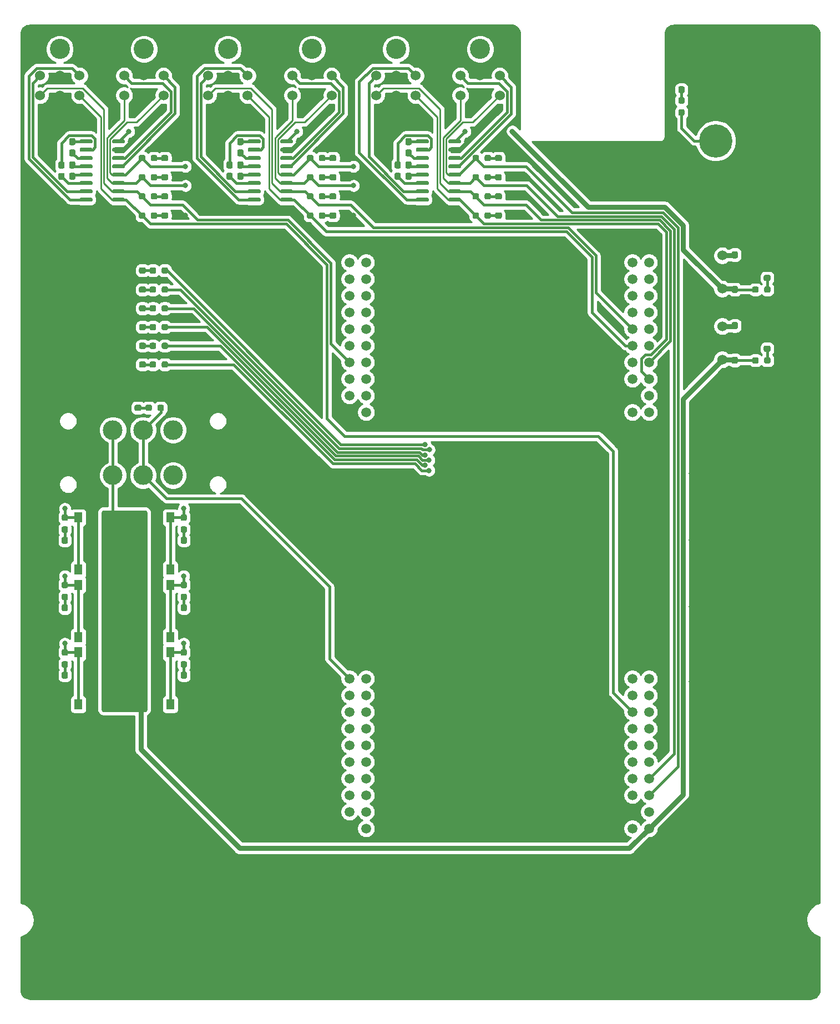
<source format=gbr>
%TF.GenerationSoftware,KiCad,Pcbnew,(5.1.10)-1*%
%TF.CreationDate,2021-11-15T21:10:30-06:00*%
%TF.ProjectId,Driveboard_2022,44726976-6562-46f6-9172-645f32303232,rev?*%
%TF.SameCoordinates,Original*%
%TF.FileFunction,Copper,L1,Top*%
%TF.FilePolarity,Positive*%
%FSLAX46Y46*%
G04 Gerber Fmt 4.6, Leading zero omitted, Abs format (unit mm)*
G04 Created by KiCad (PCBNEW (5.1.10)-1) date 2021-11-15 21:10:30*
%MOMM*%
%LPD*%
G01*
G04 APERTURE LIST*
%TA.AperFunction,ComponentPad*%
%ADD10C,1.520000*%
%TD*%
%TA.AperFunction,ComponentPad*%
%ADD11C,1.524000*%
%TD*%
%TA.AperFunction,ComponentPad*%
%ADD12C,3.073400*%
%TD*%
%TA.AperFunction,SMDPad,CuDef*%
%ADD13R,1.300000X1.550000*%
%TD*%
%TA.AperFunction,ComponentPad*%
%ADD14C,3.000000*%
%TD*%
%TA.AperFunction,ComponentPad*%
%ADD15C,5.080000*%
%TD*%
%TA.AperFunction,ViaPad*%
%ADD16C,0.800000*%
%TD*%
%TA.AperFunction,Conductor*%
%ADD17C,0.381000*%
%TD*%
%TA.AperFunction,Conductor*%
%ADD18C,0.762000*%
%TD*%
%TA.AperFunction,Conductor*%
%ADD19C,0.254000*%
%TD*%
%TA.AperFunction,Conductor*%
%ADD20C,0.100000*%
%TD*%
G04 APERTURE END LIST*
D10*
%TO.P,U1,PE4*%
%TO.N,Net-(U1-PadPE4)*%
X143384000Y-145574000D03*
%TO.P,U1,PE1*%
%TO.N,Net-(U1-PadPE1)*%
X140844000Y-140494000D03*
%TO.P,U1,PP5*%
%TO.N,Net-(U1-PadPP5)*%
X97664000Y-79534000D03*
%TO.P,U1,PC7*%
%TO.N,MLTX_V*%
X143384000Y-130334000D03*
%TO.P,U1,PM4*%
%TO.N,Net-(U1-PadPM4)*%
X140844000Y-127794000D03*
%TO.P,U1,PD3*%
%TO.N,Net-(U1-PadPD3)*%
X143384000Y-132874000D03*
%TO.P,U1,PC6*%
%TO.N,MLRX_V*%
X143384000Y-137954000D03*
%TO.P,U1,PC4*%
%TO.N,FLRX_V*%
X143384000Y-143034000D03*
%TO.P,U1,PM7*%
%TO.N,Net-(U1-PadPM7)*%
X97664000Y-82074000D03*
%TO.P,U1,+5V*%
%TO.N,Net-(U1-Pad+5V)*%
X140844000Y-148114000D03*
%TO.P,U1,PC5*%
%TO.N,FLTX_V*%
X143384000Y-140494000D03*
%TO.P,U1,+3V3*%
%TO.N,+3V3*%
X143384000Y-148114000D03*
%TO.P,U1,PM5*%
%TO.N,Net-(U1-PadPM5)*%
X140844000Y-125254000D03*
%TO.P,U1,GND*%
%TO.N,GND*%
X97664000Y-84614000D03*
%TO.P,U1,PA6*%
%TO.N,BRRX_V*%
X140844000Y-130334000D03*
%TO.P,U1,PD7*%
%TO.N,Net-(U1-PadPD7)*%
X140844000Y-132874000D03*
%TO.P,U1,PE0*%
%TO.N,Net-(U1-PadPE0)*%
X140844000Y-143034000D03*
%TO.P,U1,PE5*%
%TO.N,Net-(U1-PadPE5)*%
X143384000Y-135414000D03*
%TO.P,U1,PE2*%
%TO.N,Net-(U1-PadPE2)*%
X140844000Y-137954000D03*
%TO.P,U1,PK7*%
%TO.N,Net-(U1-PadPK7)*%
X100204000Y-61754000D03*
%TO.P,U1,GND*%
%TO.N,GND*%
X140844000Y-145574000D03*
%TO.P,U1,PB3*%
%TO.N,Net-(U1-PadPB3)*%
X143384000Y-125254000D03*
%TO.P,U1,PB2*%
%TO.N,Net-(U1-PadPB2)*%
X143384000Y-127794000D03*
%TO.P,U1,PE3*%
%TO.N,Net-(U1-PadPE3)*%
X140844000Y-135414000D03*
%TO.P,U1,PB4*%
%TO.N,Net-(U1-PadPB4)*%
X140844000Y-79534000D03*
%TO.P,U1,PK0*%
%TO.N,MRRX_V*%
X140844000Y-74454000D03*
%TO.P,U1,PQ1*%
%TO.N,Net-(U1-PadPQ1)*%
X97664000Y-64294000D03*
%TO.P,U1,PK5*%
%TO.N,ML_DRIVE*%
X100204000Y-79534000D03*
%TO.P,U1,PN4*%
%TO.N,BR_FLT*%
X143384000Y-61754000D03*
%TO.P,U1,PD5*%
%TO.N,FR_FLT*%
X143384000Y-71914000D03*
%TO.P,U1,PP0*%
%TO.N,FRRX_V*%
X143384000Y-79534000D03*
%TO.P,U1,GND*%
%TO.N,GND*%
X140844000Y-82074000D03*
%TO.P,U1,Rese'*%
%TO.N,Net-(U1-PadRese')*%
X97664000Y-74454000D03*
%TO.P,U1,PK2*%
%TO.N,Net-(U1-PadPK2)*%
X140844000Y-69374000D03*
%TO.P,U1,PA5*%
%TO.N,BLTX_V*%
X140844000Y-61754000D03*
%TO.P,U1,PK3*%
%TO.N,Net-(U1-PadPK3)*%
X140844000Y-66834000D03*
%TO.P,U1,PK1*%
%TO.N,MRTX_V*%
X140844000Y-71914000D03*
%TO.P,U1,PN5*%
%TO.N,BL_FLT*%
X143384000Y-64294000D03*
%TO.P,U1,PM6*%
%TO.N,Net-(U1-PadPM6)*%
X97664000Y-61754000D03*
%TO.P,U1,PK6*%
%TO.N,Net-(U1-PadPK6)*%
X100204000Y-64294000D03*
%TO.P,U1,PH1*%
%TO.N,Net-(U1-PadPH1)*%
X100204000Y-66834000D03*
%TO.P,U1,PB5*%
%TO.N,Net-(U1-PadPB5)*%
X140844000Y-76994000D03*
%TO.P,U1,PQ0*%
%TO.N,ML_FLT*%
X143384000Y-69374000D03*
%TO.P,U1,PH0*%
%TO.N,Net-(U1-PadPH0)*%
X100204000Y-69374000D03*
%TO.P,U1,PD2*%
%TO.N,Net-(U1-PadPD2)*%
X143384000Y-82074000D03*
%TO.P,U1,PA7*%
%TO.N,BRTX_V*%
X97664000Y-76994000D03*
%TO.P,U1,PQ3*%
%TO.N,Net-(U1-PadPQ3)*%
X97664000Y-69374000D03*
%TO.P,U1,PA4*%
%TO.N,BLRX_V*%
X140844000Y-64294000D03*
%TO.P,U1,PP3*%
%TO.N,Net-(U1-PadPP3)*%
X97664000Y-66834000D03*
%TO.P,U1,PM2*%
%TO.N,BR_DRIVE*%
X100204000Y-71914000D03*
%TO.P,U1,PM1*%
%TO.N,BL_DRIVE*%
X100204000Y-74454000D03*
%TO.P,U1,PK4*%
%TO.N,FR_DRIVE*%
X100204000Y-82074000D03*
%TO.P,U1,PP1*%
%TO.N,FRTX_V*%
X143384000Y-76994000D03*
%TO.P,U1,+5V`*%
%TO.N,N/C*%
X140844000Y-84614000D03*
%TO.P,U1,+3V3`*%
X143384000Y-84614000D03*
%TO.P,U1,PQ2*%
%TO.N,Net-(U1-PadPQ2)*%
X97664000Y-71914000D03*
%TO.P,U1,PM0*%
%TO.N,MR_DRIVE*%
X100204000Y-76994000D03*
%TO.P,U1,PP4*%
%TO.N,MR_FLT*%
X143384000Y-66834000D03*
%TO.P,U1,PG1*%
%TO.N,FL_DRIVE*%
X100204000Y-84614000D03*
%TO.P,U1,PD4*%
%TO.N,FL_FLT*%
X143384000Y-74454000D03*
%TO.P,U1,PL0*%
%TO.N,Net-(U1-PadPL0)*%
X100204000Y-132874000D03*
%TO.P,U1,PF1*%
%TO.N,Net-(U1-PadPF1)*%
X100204000Y-148114000D03*
%TO.P,U1,PG0*%
%TO.N,Net-(U1-PadPG0)*%
X100204000Y-140494000D03*
%TO.P,U1,PF3*%
%TO.N,Net-(U1-PadPF3)*%
X100204000Y-143034000D03*
%TO.P,U1,PF2*%
%TO.N,Net-(U1-PadPF2)*%
X100204000Y-145574000D03*
%TO.P,U1,PL5*%
%TO.N,Net-(U1-PadPL5)*%
X100204000Y-135414000D03*
%TO.P,U1,PL4*%
%TO.N,Net-(U1-PadPL4)*%
X100204000Y-137954000D03*
%TO.P,U1,PH2*%
%TO.N,Net-(U1-PadPH2)*%
X97664000Y-143034000D03*
%TO.P,U1,PD0*%
%TO.N,Net-(U1-PadPD0)*%
X97664000Y-132874000D03*
%TO.P,U1,PN2*%
%TO.N,Net-(U1-PadPN2)*%
X97664000Y-130334000D03*
%TO.P,U1,PL2*%
%TO.N,Net-(U1-PadPL2)*%
X100204000Y-127794000D03*
%TO.P,U1,PD1*%
%TO.N,Net-(U1-PadPD1)*%
X97664000Y-135414000D03*
%TO.P,U1,PL3*%
%TO.N,Net-(U1-PadPL3)*%
X100204000Y-125254000D03*
%TO.P,U1,PN3*%
%TO.N,Net-(U1-PadPN3)*%
X97664000Y-127794000D03*
%TO.P,U1,PH3*%
%TO.N,Net-(U1-PadPH3)*%
X97664000Y-140494000D03*
%TO.P,U1,PP2*%
%TO.N,DIR_SWITCH*%
X97664000Y-125254000D03*
%TO.P,U1,GND*%
%TO.N,GND*%
X97664000Y-148114000D03*
%TO.P,U1,PL1*%
%TO.N,Net-(U1-PadPL1)*%
X100204000Y-130334000D03*
%TO.P,U1,PM3*%
%TO.N,Net-(U1-PadPM3)*%
X97664000Y-145574000D03*
%TO.P,U1,Rese*%
%TO.N,Net-(U1-PadRese)*%
X97664000Y-137954000D03*
%TD*%
D11*
%TO.P,Conn6,6*%
%TO.N,BRRX_V*%
X56464200Y-36271200D03*
%TO.P,Conn6,3*%
%TO.N,BRRX*%
X56464200Y-33274000D03*
D12*
%TO.P,Conn6,*%
%TO.N,*%
X53467000Y-29210000D03*
D11*
%TO.P,Conn6,2*%
%TO.N,GND*%
X53467000Y-33274000D03*
%TO.P,Conn6,1*%
%TO.N,BRTX*%
X50469800Y-33274000D03*
%TO.P,Conn6,4*%
%TO.N,BRTX_V*%
X50469800Y-36271200D03*
%TO.P,Conn6,5*%
%TO.N,GND*%
X53467000Y-36271200D03*
%TD*%
%TO.P,Conn5,6*%
%TO.N,BLRX_V*%
X69291200Y-36271200D03*
%TO.P,Conn5,3*%
%TO.N,BLRX*%
X69291200Y-33274000D03*
D12*
%TO.P,Conn5,*%
%TO.N,*%
X66294000Y-29210000D03*
D11*
%TO.P,Conn5,2*%
%TO.N,GND*%
X66294000Y-33274000D03*
%TO.P,Conn5,1*%
%TO.N,BLTX*%
X63296800Y-33274000D03*
%TO.P,Conn5,4*%
%TO.N,BLTX_V*%
X63296800Y-36271200D03*
%TO.P,Conn5,5*%
%TO.N,GND*%
X66294000Y-36271200D03*
%TD*%
%TO.P,Conn4,6*%
%TO.N,MRRX_V*%
X82118200Y-36271200D03*
%TO.P,Conn4,3*%
%TO.N,MRRX*%
X82118200Y-33274000D03*
D12*
%TO.P,Conn4,*%
%TO.N,*%
X79121000Y-29210000D03*
D11*
%TO.P,Conn4,2*%
%TO.N,GND*%
X79121000Y-33274000D03*
%TO.P,Conn4,1*%
%TO.N,MRTX*%
X76123800Y-33274000D03*
%TO.P,Conn4,4*%
%TO.N,MRTX_V*%
X76123800Y-36271200D03*
%TO.P,Conn4,5*%
%TO.N,GND*%
X79121000Y-36271200D03*
%TD*%
%TO.P,Conn3,6*%
%TO.N,MLRX_V*%
X94945200Y-36271200D03*
%TO.P,Conn3,3*%
%TO.N,MLRX*%
X94945200Y-33274000D03*
D12*
%TO.P,Conn3,*%
%TO.N,*%
X91948000Y-29210000D03*
D11*
%TO.P,Conn3,2*%
%TO.N,GND*%
X91948000Y-33274000D03*
%TO.P,Conn3,1*%
%TO.N,MLTX*%
X88950800Y-33274000D03*
%TO.P,Conn3,4*%
%TO.N,MLTX_V*%
X88950800Y-36271200D03*
%TO.P,Conn3,5*%
%TO.N,GND*%
X91948000Y-36271200D03*
%TD*%
%TO.P,Conn2,6*%
%TO.N,FRRX_V*%
X107772200Y-36271200D03*
%TO.P,Conn2,3*%
%TO.N,FRRX*%
X107772200Y-33274000D03*
D12*
%TO.P,Conn2,*%
%TO.N,*%
X104775000Y-29210000D03*
D11*
%TO.P,Conn2,2*%
%TO.N,GND*%
X104775000Y-33274000D03*
%TO.P,Conn2,1*%
%TO.N,FRTX*%
X101777800Y-33274000D03*
%TO.P,Conn2,4*%
%TO.N,FRTX_V*%
X101777800Y-36271200D03*
%TO.P,Conn2,5*%
%TO.N,GND*%
X104775000Y-36271200D03*
%TD*%
%TO.P,Conn1,6*%
%TO.N,FLRX_V*%
X120599200Y-36271200D03*
%TO.P,Conn1,3*%
%TO.N,FLRX*%
X120599200Y-33274000D03*
D12*
%TO.P,Conn1,*%
%TO.N,*%
X117602000Y-29210000D03*
D11*
%TO.P,Conn1,2*%
%TO.N,GND*%
X117602000Y-33274000D03*
%TO.P,Conn1,1*%
%TO.N,FLTX*%
X114604800Y-33274000D03*
%TO.P,Conn1,4*%
%TO.N,FLTX_V*%
X114604800Y-36271200D03*
%TO.P,Conn1,5*%
%TO.N,GND*%
X117602000Y-36271200D03*
%TD*%
%TO.P,C1,2*%
%TO.N,GND*%
%TA.AperFunction,SMDPad,CuDef*%
G36*
G01*
X156226500Y-72588000D02*
X156701500Y-72588000D01*
G75*
G02*
X156939000Y-72825500I0J-237500D01*
G01*
X156939000Y-73425500D01*
G75*
G02*
X156701500Y-73663000I-237500J0D01*
G01*
X156226500Y-73663000D01*
G75*
G02*
X155989000Y-73425500I0J237500D01*
G01*
X155989000Y-72825500D01*
G75*
G02*
X156226500Y-72588000I237500J0D01*
G01*
G37*
%TD.AperFunction*%
%TO.P,C1,1*%
%TO.N,+12V*%
%TA.AperFunction,SMDPad,CuDef*%
G36*
G01*
X156226500Y-70863000D02*
X156701500Y-70863000D01*
G75*
G02*
X156939000Y-71100500I0J-237500D01*
G01*
X156939000Y-71700500D01*
G75*
G02*
X156701500Y-71938000I-237500J0D01*
G01*
X156226500Y-71938000D01*
G75*
G02*
X155989000Y-71700500I0J237500D01*
G01*
X155989000Y-71100500D01*
G75*
G02*
X156226500Y-70863000I237500J0D01*
G01*
G37*
%TD.AperFunction*%
%TD*%
%TO.P,C7,2*%
%TO.N,Net-(C7-Pad2)*%
%TA.AperFunction,SMDPad,CuDef*%
G36*
G01*
X106917500Y-43871000D02*
X106442500Y-43871000D01*
G75*
G02*
X106205000Y-43633500I0J237500D01*
G01*
X106205000Y-43033500D01*
G75*
G02*
X106442500Y-42796000I237500J0D01*
G01*
X106917500Y-42796000D01*
G75*
G02*
X107155000Y-43033500I0J-237500D01*
G01*
X107155000Y-43633500D01*
G75*
G02*
X106917500Y-43871000I-237500J0D01*
G01*
G37*
%TD.AperFunction*%
%TO.P,C7,1*%
%TO.N,Net-(C7-Pad1)*%
%TA.AperFunction,SMDPad,CuDef*%
G36*
G01*
X106917500Y-45596000D02*
X106442500Y-45596000D01*
G75*
G02*
X106205000Y-45358500I0J237500D01*
G01*
X106205000Y-44758500D01*
G75*
G02*
X106442500Y-44521000I237500J0D01*
G01*
X106917500Y-44521000D01*
G75*
G02*
X107155000Y-44758500I0J-237500D01*
G01*
X107155000Y-45358500D01*
G75*
G02*
X106917500Y-45596000I-237500J0D01*
G01*
G37*
%TD.AperFunction*%
%TD*%
%TO.P,C11,2*%
%TO.N,Net-(C11-Pad2)*%
%TA.AperFunction,SMDPad,CuDef*%
G36*
G01*
X55609500Y-43871000D02*
X55134500Y-43871000D01*
G75*
G02*
X54897000Y-43633500I0J237500D01*
G01*
X54897000Y-43033500D01*
G75*
G02*
X55134500Y-42796000I237500J0D01*
G01*
X55609500Y-42796000D01*
G75*
G02*
X55847000Y-43033500I0J-237500D01*
G01*
X55847000Y-43633500D01*
G75*
G02*
X55609500Y-43871000I-237500J0D01*
G01*
G37*
%TD.AperFunction*%
%TO.P,C11,1*%
%TO.N,Net-(C11-Pad1)*%
%TA.AperFunction,SMDPad,CuDef*%
G36*
G01*
X55609500Y-45596000D02*
X55134500Y-45596000D01*
G75*
G02*
X54897000Y-45358500I0J237500D01*
G01*
X54897000Y-44758500D01*
G75*
G02*
X55134500Y-44521000I237500J0D01*
G01*
X55609500Y-44521000D01*
G75*
G02*
X55847000Y-44758500I0J-237500D01*
G01*
X55847000Y-45358500D01*
G75*
G02*
X55609500Y-45596000I-237500J0D01*
G01*
G37*
%TD.AperFunction*%
%TD*%
%TO.P,R28,2*%
%TO.N,Net-(LED28-Pad2)*%
%TA.AperFunction,SMDPad,CuDef*%
G36*
G01*
X67354000Y-51926500D02*
X67354000Y-51451500D01*
G75*
G02*
X67591500Y-51214000I237500J0D01*
G01*
X68091500Y-51214000D01*
G75*
G02*
X68329000Y-51451500I0J-237500D01*
G01*
X68329000Y-51926500D01*
G75*
G02*
X68091500Y-52164000I-237500J0D01*
G01*
X67591500Y-52164000D01*
G75*
G02*
X67354000Y-51926500I0J237500D01*
G01*
G37*
%TD.AperFunction*%
%TO.P,R28,1*%
%TO.N,BRTX_V*%
%TA.AperFunction,SMDPad,CuDef*%
G36*
G01*
X65529000Y-51926500D02*
X65529000Y-51451500D01*
G75*
G02*
X65766500Y-51214000I237500J0D01*
G01*
X66266500Y-51214000D01*
G75*
G02*
X66504000Y-51451500I0J-237500D01*
G01*
X66504000Y-51926500D01*
G75*
G02*
X66266500Y-52164000I-237500J0D01*
G01*
X65766500Y-52164000D01*
G75*
G02*
X65529000Y-51926500I0J237500D01*
G01*
G37*
%TD.AperFunction*%
%TD*%
%TO.P,R27,2*%
%TO.N,Net-(LED27-Pad2)*%
%TA.AperFunction,SMDPad,CuDef*%
G36*
G01*
X67354000Y-54847500D02*
X67354000Y-54372500D01*
G75*
G02*
X67591500Y-54135000I237500J0D01*
G01*
X68091500Y-54135000D01*
G75*
G02*
X68329000Y-54372500I0J-237500D01*
G01*
X68329000Y-54847500D01*
G75*
G02*
X68091500Y-55085000I-237500J0D01*
G01*
X67591500Y-55085000D01*
G75*
G02*
X67354000Y-54847500I0J237500D01*
G01*
G37*
%TD.AperFunction*%
%TO.P,R27,1*%
%TO.N,BRRX_V*%
%TA.AperFunction,SMDPad,CuDef*%
G36*
G01*
X65529000Y-54847500D02*
X65529000Y-54372500D01*
G75*
G02*
X65766500Y-54135000I237500J0D01*
G01*
X66266500Y-54135000D01*
G75*
G02*
X66504000Y-54372500I0J-237500D01*
G01*
X66504000Y-54847500D01*
G75*
G02*
X66266500Y-55085000I-237500J0D01*
G01*
X65766500Y-55085000D01*
G75*
G02*
X65529000Y-54847500I0J237500D01*
G01*
G37*
%TD.AperFunction*%
%TD*%
%TO.P,R26,2*%
%TO.N,Net-(LED26-Pad2)*%
%TA.AperFunction,SMDPad,CuDef*%
G36*
G01*
X67354000Y-49005500D02*
X67354000Y-48530500D01*
G75*
G02*
X67591500Y-48293000I237500J0D01*
G01*
X68091500Y-48293000D01*
G75*
G02*
X68329000Y-48530500I0J-237500D01*
G01*
X68329000Y-49005500D01*
G75*
G02*
X68091500Y-49243000I-237500J0D01*
G01*
X67591500Y-49243000D01*
G75*
G02*
X67354000Y-49005500I0J237500D01*
G01*
G37*
%TD.AperFunction*%
%TO.P,R26,1*%
%TO.N,BLTX_V*%
%TA.AperFunction,SMDPad,CuDef*%
G36*
G01*
X65529000Y-49005500D02*
X65529000Y-48530500D01*
G75*
G02*
X65766500Y-48293000I237500J0D01*
G01*
X66266500Y-48293000D01*
G75*
G02*
X66504000Y-48530500I0J-237500D01*
G01*
X66504000Y-49005500D01*
G75*
G02*
X66266500Y-49243000I-237500J0D01*
G01*
X65766500Y-49243000D01*
G75*
G02*
X65529000Y-49005500I0J237500D01*
G01*
G37*
%TD.AperFunction*%
%TD*%
%TO.P,R25,2*%
%TO.N,Net-(LED25-Pad2)*%
%TA.AperFunction,SMDPad,CuDef*%
G36*
G01*
X67354000Y-46084500D02*
X67354000Y-45609500D01*
G75*
G02*
X67591500Y-45372000I237500J0D01*
G01*
X68091500Y-45372000D01*
G75*
G02*
X68329000Y-45609500I0J-237500D01*
G01*
X68329000Y-46084500D01*
G75*
G02*
X68091500Y-46322000I-237500J0D01*
G01*
X67591500Y-46322000D01*
G75*
G02*
X67354000Y-46084500I0J237500D01*
G01*
G37*
%TD.AperFunction*%
%TO.P,R25,1*%
%TO.N,BLRX_V*%
%TA.AperFunction,SMDPad,CuDef*%
G36*
G01*
X65529000Y-46084500D02*
X65529000Y-45609500D01*
G75*
G02*
X65766500Y-45372000I237500J0D01*
G01*
X66266500Y-45372000D01*
G75*
G02*
X66504000Y-45609500I0J-237500D01*
G01*
X66504000Y-46084500D01*
G75*
G02*
X66266500Y-46322000I-237500J0D01*
G01*
X65766500Y-46322000D01*
G75*
G02*
X65529000Y-46084500I0J237500D01*
G01*
G37*
%TD.AperFunction*%
%TD*%
%TO.P,R24,2*%
%TO.N,Net-(LED24-Pad2)*%
%TA.AperFunction,SMDPad,CuDef*%
G36*
G01*
X93008000Y-51926500D02*
X93008000Y-51451500D01*
G75*
G02*
X93245500Y-51214000I237500J0D01*
G01*
X93745500Y-51214000D01*
G75*
G02*
X93983000Y-51451500I0J-237500D01*
G01*
X93983000Y-51926500D01*
G75*
G02*
X93745500Y-52164000I-237500J0D01*
G01*
X93245500Y-52164000D01*
G75*
G02*
X93008000Y-51926500I0J237500D01*
G01*
G37*
%TD.AperFunction*%
%TO.P,R24,1*%
%TO.N,MRTX_V*%
%TA.AperFunction,SMDPad,CuDef*%
G36*
G01*
X91183000Y-51926500D02*
X91183000Y-51451500D01*
G75*
G02*
X91420500Y-51214000I237500J0D01*
G01*
X91920500Y-51214000D01*
G75*
G02*
X92158000Y-51451500I0J-237500D01*
G01*
X92158000Y-51926500D01*
G75*
G02*
X91920500Y-52164000I-237500J0D01*
G01*
X91420500Y-52164000D01*
G75*
G02*
X91183000Y-51926500I0J237500D01*
G01*
G37*
%TD.AperFunction*%
%TD*%
%TO.P,R23,2*%
%TO.N,Net-(LED23-Pad2)*%
%TA.AperFunction,SMDPad,CuDef*%
G36*
G01*
X93008000Y-54847500D02*
X93008000Y-54372500D01*
G75*
G02*
X93245500Y-54135000I237500J0D01*
G01*
X93745500Y-54135000D01*
G75*
G02*
X93983000Y-54372500I0J-237500D01*
G01*
X93983000Y-54847500D01*
G75*
G02*
X93745500Y-55085000I-237500J0D01*
G01*
X93245500Y-55085000D01*
G75*
G02*
X93008000Y-54847500I0J237500D01*
G01*
G37*
%TD.AperFunction*%
%TO.P,R23,1*%
%TO.N,MRRX_V*%
%TA.AperFunction,SMDPad,CuDef*%
G36*
G01*
X91183000Y-54847500D02*
X91183000Y-54372500D01*
G75*
G02*
X91420500Y-54135000I237500J0D01*
G01*
X91920500Y-54135000D01*
G75*
G02*
X92158000Y-54372500I0J-237500D01*
G01*
X92158000Y-54847500D01*
G75*
G02*
X91920500Y-55085000I-237500J0D01*
G01*
X91420500Y-55085000D01*
G75*
G02*
X91183000Y-54847500I0J237500D01*
G01*
G37*
%TD.AperFunction*%
%TD*%
%TO.P,R22,2*%
%TO.N,Net-(LED22-Pad2)*%
%TA.AperFunction,SMDPad,CuDef*%
G36*
G01*
X93008000Y-49005500D02*
X93008000Y-48530500D01*
G75*
G02*
X93245500Y-48293000I237500J0D01*
G01*
X93745500Y-48293000D01*
G75*
G02*
X93983000Y-48530500I0J-237500D01*
G01*
X93983000Y-49005500D01*
G75*
G02*
X93745500Y-49243000I-237500J0D01*
G01*
X93245500Y-49243000D01*
G75*
G02*
X93008000Y-49005500I0J237500D01*
G01*
G37*
%TD.AperFunction*%
%TO.P,R22,1*%
%TO.N,MLTX_V*%
%TA.AperFunction,SMDPad,CuDef*%
G36*
G01*
X91183000Y-49005500D02*
X91183000Y-48530500D01*
G75*
G02*
X91420500Y-48293000I237500J0D01*
G01*
X91920500Y-48293000D01*
G75*
G02*
X92158000Y-48530500I0J-237500D01*
G01*
X92158000Y-49005500D01*
G75*
G02*
X91920500Y-49243000I-237500J0D01*
G01*
X91420500Y-49243000D01*
G75*
G02*
X91183000Y-49005500I0J237500D01*
G01*
G37*
%TD.AperFunction*%
%TD*%
%TO.P,R21,2*%
%TO.N,Net-(LED21-Pad2)*%
%TA.AperFunction,SMDPad,CuDef*%
G36*
G01*
X93008000Y-46084500D02*
X93008000Y-45609500D01*
G75*
G02*
X93245500Y-45372000I237500J0D01*
G01*
X93745500Y-45372000D01*
G75*
G02*
X93983000Y-45609500I0J-237500D01*
G01*
X93983000Y-46084500D01*
G75*
G02*
X93745500Y-46322000I-237500J0D01*
G01*
X93245500Y-46322000D01*
G75*
G02*
X93008000Y-46084500I0J237500D01*
G01*
G37*
%TD.AperFunction*%
%TO.P,R21,1*%
%TO.N,MLRX_V*%
%TA.AperFunction,SMDPad,CuDef*%
G36*
G01*
X91183000Y-46084500D02*
X91183000Y-45609500D01*
G75*
G02*
X91420500Y-45372000I237500J0D01*
G01*
X91920500Y-45372000D01*
G75*
G02*
X92158000Y-45609500I0J-237500D01*
G01*
X92158000Y-46084500D01*
G75*
G02*
X91920500Y-46322000I-237500J0D01*
G01*
X91420500Y-46322000D01*
G75*
G02*
X91183000Y-46084500I0J237500D01*
G01*
G37*
%TD.AperFunction*%
%TD*%
%TO.P,R20,2*%
%TO.N,Net-(LED20-Pad2)*%
%TA.AperFunction,SMDPad,CuDef*%
G36*
G01*
X118281000Y-51926500D02*
X118281000Y-51451500D01*
G75*
G02*
X118518500Y-51214000I237500J0D01*
G01*
X119018500Y-51214000D01*
G75*
G02*
X119256000Y-51451500I0J-237500D01*
G01*
X119256000Y-51926500D01*
G75*
G02*
X119018500Y-52164000I-237500J0D01*
G01*
X118518500Y-52164000D01*
G75*
G02*
X118281000Y-51926500I0J237500D01*
G01*
G37*
%TD.AperFunction*%
%TO.P,R20,1*%
%TO.N,FRTX_V*%
%TA.AperFunction,SMDPad,CuDef*%
G36*
G01*
X116456000Y-51926500D02*
X116456000Y-51451500D01*
G75*
G02*
X116693500Y-51214000I237500J0D01*
G01*
X117193500Y-51214000D01*
G75*
G02*
X117431000Y-51451500I0J-237500D01*
G01*
X117431000Y-51926500D01*
G75*
G02*
X117193500Y-52164000I-237500J0D01*
G01*
X116693500Y-52164000D01*
G75*
G02*
X116456000Y-51926500I0J237500D01*
G01*
G37*
%TD.AperFunction*%
%TD*%
%TO.P,R19,2*%
%TO.N,Net-(LED19-Pad2)*%
%TA.AperFunction,SMDPad,CuDef*%
G36*
G01*
X118281000Y-54847500D02*
X118281000Y-54372500D01*
G75*
G02*
X118518500Y-54135000I237500J0D01*
G01*
X119018500Y-54135000D01*
G75*
G02*
X119256000Y-54372500I0J-237500D01*
G01*
X119256000Y-54847500D01*
G75*
G02*
X119018500Y-55085000I-237500J0D01*
G01*
X118518500Y-55085000D01*
G75*
G02*
X118281000Y-54847500I0J237500D01*
G01*
G37*
%TD.AperFunction*%
%TO.P,R19,1*%
%TO.N,FRRX_V*%
%TA.AperFunction,SMDPad,CuDef*%
G36*
G01*
X116456000Y-54847500D02*
X116456000Y-54372500D01*
G75*
G02*
X116693500Y-54135000I237500J0D01*
G01*
X117193500Y-54135000D01*
G75*
G02*
X117431000Y-54372500I0J-237500D01*
G01*
X117431000Y-54847500D01*
G75*
G02*
X117193500Y-55085000I-237500J0D01*
G01*
X116693500Y-55085000D01*
G75*
G02*
X116456000Y-54847500I0J237500D01*
G01*
G37*
%TD.AperFunction*%
%TD*%
%TO.P,R18,2*%
%TO.N,Net-(LED18-Pad2)*%
%TA.AperFunction,SMDPad,CuDef*%
G36*
G01*
X118281000Y-49005500D02*
X118281000Y-48530500D01*
G75*
G02*
X118518500Y-48293000I237500J0D01*
G01*
X119018500Y-48293000D01*
G75*
G02*
X119256000Y-48530500I0J-237500D01*
G01*
X119256000Y-49005500D01*
G75*
G02*
X119018500Y-49243000I-237500J0D01*
G01*
X118518500Y-49243000D01*
G75*
G02*
X118281000Y-49005500I0J237500D01*
G01*
G37*
%TD.AperFunction*%
%TO.P,R18,1*%
%TO.N,FLTX_V*%
%TA.AperFunction,SMDPad,CuDef*%
G36*
G01*
X116456000Y-49005500D02*
X116456000Y-48530500D01*
G75*
G02*
X116693500Y-48293000I237500J0D01*
G01*
X117193500Y-48293000D01*
G75*
G02*
X117431000Y-48530500I0J-237500D01*
G01*
X117431000Y-49005500D01*
G75*
G02*
X117193500Y-49243000I-237500J0D01*
G01*
X116693500Y-49243000D01*
G75*
G02*
X116456000Y-49005500I0J237500D01*
G01*
G37*
%TD.AperFunction*%
%TD*%
%TO.P,R17,2*%
%TO.N,Net-(LED17-Pad2)*%
%TA.AperFunction,SMDPad,CuDef*%
G36*
G01*
X118281000Y-46084500D02*
X118281000Y-45609500D01*
G75*
G02*
X118518500Y-45372000I237500J0D01*
G01*
X119018500Y-45372000D01*
G75*
G02*
X119256000Y-45609500I0J-237500D01*
G01*
X119256000Y-46084500D01*
G75*
G02*
X119018500Y-46322000I-237500J0D01*
G01*
X118518500Y-46322000D01*
G75*
G02*
X118281000Y-46084500I0J237500D01*
G01*
G37*
%TD.AperFunction*%
%TO.P,R17,1*%
%TO.N,FLRX_V*%
%TA.AperFunction,SMDPad,CuDef*%
G36*
G01*
X116456000Y-46084500D02*
X116456000Y-45609500D01*
G75*
G02*
X116693500Y-45372000I237500J0D01*
G01*
X117193500Y-45372000D01*
G75*
G02*
X117431000Y-45609500I0J-237500D01*
G01*
X117431000Y-46084500D01*
G75*
G02*
X117193500Y-46322000I-237500J0D01*
G01*
X116693500Y-46322000D01*
G75*
G02*
X116456000Y-46084500I0J237500D01*
G01*
G37*
%TD.AperFunction*%
%TD*%
%TO.P,R16,2*%
%TO.N,Net-(LED16-Pad2)*%
%TA.AperFunction,SMDPad,CuDef*%
G36*
G01*
X68155000Y-77105500D02*
X68155000Y-77580500D01*
G75*
G02*
X67917500Y-77818000I-237500J0D01*
G01*
X67417500Y-77818000D01*
G75*
G02*
X67180000Y-77580500I0J237500D01*
G01*
X67180000Y-77105500D01*
G75*
G02*
X67417500Y-76868000I237500J0D01*
G01*
X67917500Y-76868000D01*
G75*
G02*
X68155000Y-77105500I0J-237500D01*
G01*
G37*
%TD.AperFunction*%
%TO.P,R16,1*%
%TO.N,BR_FLT*%
%TA.AperFunction,SMDPad,CuDef*%
G36*
G01*
X69980000Y-77105500D02*
X69980000Y-77580500D01*
G75*
G02*
X69742500Y-77818000I-237500J0D01*
G01*
X69242500Y-77818000D01*
G75*
G02*
X69005000Y-77580500I0J237500D01*
G01*
X69005000Y-77105500D01*
G75*
G02*
X69242500Y-76868000I237500J0D01*
G01*
X69742500Y-76868000D01*
G75*
G02*
X69980000Y-77105500I0J-237500D01*
G01*
G37*
%TD.AperFunction*%
%TD*%
%TO.P,R15,2*%
%TO.N,Net-(LED15-Pad2)*%
%TA.AperFunction,SMDPad,CuDef*%
G36*
G01*
X68155000Y-74248000D02*
X68155000Y-74723000D01*
G75*
G02*
X67917500Y-74960500I-237500J0D01*
G01*
X67417500Y-74960500D01*
G75*
G02*
X67180000Y-74723000I0J237500D01*
G01*
X67180000Y-74248000D01*
G75*
G02*
X67417500Y-74010500I237500J0D01*
G01*
X67917500Y-74010500D01*
G75*
G02*
X68155000Y-74248000I0J-237500D01*
G01*
G37*
%TD.AperFunction*%
%TO.P,R15,1*%
%TO.N,BL_FLT*%
%TA.AperFunction,SMDPad,CuDef*%
G36*
G01*
X69980000Y-74248000D02*
X69980000Y-74723000D01*
G75*
G02*
X69742500Y-74960500I-237500J0D01*
G01*
X69242500Y-74960500D01*
G75*
G02*
X69005000Y-74723000I0J237500D01*
G01*
X69005000Y-74248000D01*
G75*
G02*
X69242500Y-74010500I237500J0D01*
G01*
X69742500Y-74010500D01*
G75*
G02*
X69980000Y-74248000I0J-237500D01*
G01*
G37*
%TD.AperFunction*%
%TD*%
%TO.P,R14,2*%
%TO.N,Net-(LED14-Pad2)*%
%TA.AperFunction,SMDPad,CuDef*%
G36*
G01*
X68155000Y-71390500D02*
X68155000Y-71865500D01*
G75*
G02*
X67917500Y-72103000I-237500J0D01*
G01*
X67417500Y-72103000D01*
G75*
G02*
X67180000Y-71865500I0J237500D01*
G01*
X67180000Y-71390500D01*
G75*
G02*
X67417500Y-71153000I237500J0D01*
G01*
X67917500Y-71153000D01*
G75*
G02*
X68155000Y-71390500I0J-237500D01*
G01*
G37*
%TD.AperFunction*%
%TO.P,R14,1*%
%TO.N,MR_FLT*%
%TA.AperFunction,SMDPad,CuDef*%
G36*
G01*
X69980000Y-71390500D02*
X69980000Y-71865500D01*
G75*
G02*
X69742500Y-72103000I-237500J0D01*
G01*
X69242500Y-72103000D01*
G75*
G02*
X69005000Y-71865500I0J237500D01*
G01*
X69005000Y-71390500D01*
G75*
G02*
X69242500Y-71153000I237500J0D01*
G01*
X69742500Y-71153000D01*
G75*
G02*
X69980000Y-71390500I0J-237500D01*
G01*
G37*
%TD.AperFunction*%
%TD*%
%TO.P,R13,2*%
%TO.N,Net-(LED13-Pad2)*%
%TA.AperFunction,SMDPad,CuDef*%
G36*
G01*
X68155000Y-68533000D02*
X68155000Y-69008000D01*
G75*
G02*
X67917500Y-69245500I-237500J0D01*
G01*
X67417500Y-69245500D01*
G75*
G02*
X67180000Y-69008000I0J237500D01*
G01*
X67180000Y-68533000D01*
G75*
G02*
X67417500Y-68295500I237500J0D01*
G01*
X67917500Y-68295500D01*
G75*
G02*
X68155000Y-68533000I0J-237500D01*
G01*
G37*
%TD.AperFunction*%
%TO.P,R13,1*%
%TO.N,ML_FLT*%
%TA.AperFunction,SMDPad,CuDef*%
G36*
G01*
X69980000Y-68533000D02*
X69980000Y-69008000D01*
G75*
G02*
X69742500Y-69245500I-237500J0D01*
G01*
X69242500Y-69245500D01*
G75*
G02*
X69005000Y-69008000I0J237500D01*
G01*
X69005000Y-68533000D01*
G75*
G02*
X69242500Y-68295500I237500J0D01*
G01*
X69742500Y-68295500D01*
G75*
G02*
X69980000Y-68533000I0J-237500D01*
G01*
G37*
%TD.AperFunction*%
%TD*%
%TO.P,R12,2*%
%TO.N,Net-(LED12-Pad2)*%
%TA.AperFunction,SMDPad,CuDef*%
G36*
G01*
X68155000Y-65675500D02*
X68155000Y-66150500D01*
G75*
G02*
X67917500Y-66388000I-237500J0D01*
G01*
X67417500Y-66388000D01*
G75*
G02*
X67180000Y-66150500I0J237500D01*
G01*
X67180000Y-65675500D01*
G75*
G02*
X67417500Y-65438000I237500J0D01*
G01*
X67917500Y-65438000D01*
G75*
G02*
X68155000Y-65675500I0J-237500D01*
G01*
G37*
%TD.AperFunction*%
%TO.P,R12,1*%
%TO.N,FR_FLT*%
%TA.AperFunction,SMDPad,CuDef*%
G36*
G01*
X69980000Y-65675500D02*
X69980000Y-66150500D01*
G75*
G02*
X69742500Y-66388000I-237500J0D01*
G01*
X69242500Y-66388000D01*
G75*
G02*
X69005000Y-66150500I0J237500D01*
G01*
X69005000Y-65675500D01*
G75*
G02*
X69242500Y-65438000I237500J0D01*
G01*
X69742500Y-65438000D01*
G75*
G02*
X69980000Y-65675500I0J-237500D01*
G01*
G37*
%TD.AperFunction*%
%TD*%
%TO.P,R11,2*%
%TO.N,Net-(LED11-Pad2)*%
%TA.AperFunction,SMDPad,CuDef*%
G36*
G01*
X68155000Y-62754500D02*
X68155000Y-63229500D01*
G75*
G02*
X67917500Y-63467000I-237500J0D01*
G01*
X67417500Y-63467000D01*
G75*
G02*
X67180000Y-63229500I0J237500D01*
G01*
X67180000Y-62754500D01*
G75*
G02*
X67417500Y-62517000I237500J0D01*
G01*
X67917500Y-62517000D01*
G75*
G02*
X68155000Y-62754500I0J-237500D01*
G01*
G37*
%TD.AperFunction*%
%TO.P,R11,1*%
%TO.N,FL_FLT*%
%TA.AperFunction,SMDPad,CuDef*%
G36*
G01*
X69980000Y-62754500D02*
X69980000Y-63229500D01*
G75*
G02*
X69742500Y-63467000I-237500J0D01*
G01*
X69242500Y-63467000D01*
G75*
G02*
X69005000Y-63229500I0J237500D01*
G01*
X69005000Y-62754500D01*
G75*
G02*
X69242500Y-62517000I237500J0D01*
G01*
X69742500Y-62517000D01*
G75*
G02*
X69980000Y-62754500I0J-237500D01*
G01*
G37*
%TD.AperFunction*%
%TD*%
%TO.P,R10,2*%
%TO.N,Net-(LED10-Pad2)*%
%TA.AperFunction,SMDPad,CuDef*%
G36*
G01*
X148573500Y-37548000D02*
X148098500Y-37548000D01*
G75*
G02*
X147861000Y-37310500I0J237500D01*
G01*
X147861000Y-36810500D01*
G75*
G02*
X148098500Y-36573000I237500J0D01*
G01*
X148573500Y-36573000D01*
G75*
G02*
X148811000Y-36810500I0J-237500D01*
G01*
X148811000Y-37310500D01*
G75*
G02*
X148573500Y-37548000I-237500J0D01*
G01*
G37*
%TD.AperFunction*%
%TO.P,R10,1*%
%TO.N,+12V*%
%TA.AperFunction,SMDPad,CuDef*%
G36*
G01*
X148573500Y-39373000D02*
X148098500Y-39373000D01*
G75*
G02*
X147861000Y-39135500I0J237500D01*
G01*
X147861000Y-38635500D01*
G75*
G02*
X148098500Y-38398000I237500J0D01*
G01*
X148573500Y-38398000D01*
G75*
G02*
X148811000Y-38635500I0J-237500D01*
G01*
X148811000Y-39135500D01*
G75*
G02*
X148573500Y-39373000I-237500J0D01*
G01*
G37*
%TD.AperFunction*%
%TD*%
%TO.P,R9,2*%
%TO.N,Net-(LED9-Pad2)*%
%TA.AperFunction,SMDPad,CuDef*%
G36*
G01*
X160953000Y-66150500D02*
X160953000Y-65675500D01*
G75*
G02*
X161190500Y-65438000I237500J0D01*
G01*
X161690500Y-65438000D01*
G75*
G02*
X161928000Y-65675500I0J-237500D01*
G01*
X161928000Y-66150500D01*
G75*
G02*
X161690500Y-66388000I-237500J0D01*
G01*
X161190500Y-66388000D01*
G75*
G02*
X160953000Y-66150500I0J237500D01*
G01*
G37*
%TD.AperFunction*%
%TO.P,R9,1*%
%TO.N,+5V*%
%TA.AperFunction,SMDPad,CuDef*%
G36*
G01*
X159128000Y-66150500D02*
X159128000Y-65675500D01*
G75*
G02*
X159365500Y-65438000I237500J0D01*
G01*
X159865500Y-65438000D01*
G75*
G02*
X160103000Y-65675500I0J-237500D01*
G01*
X160103000Y-66150500D01*
G75*
G02*
X159865500Y-66388000I-237500J0D01*
G01*
X159365500Y-66388000D01*
G75*
G02*
X159128000Y-66150500I0J237500D01*
G01*
G37*
%TD.AperFunction*%
%TD*%
%TO.P,R8,2*%
%TO.N,Net-(LED8-Pad2)*%
%TA.AperFunction,SMDPad,CuDef*%
G36*
G01*
X160953000Y-76945500D02*
X160953000Y-76470500D01*
G75*
G02*
X161190500Y-76233000I237500J0D01*
G01*
X161690500Y-76233000D01*
G75*
G02*
X161928000Y-76470500I0J-237500D01*
G01*
X161928000Y-76945500D01*
G75*
G02*
X161690500Y-77183000I-237500J0D01*
G01*
X161190500Y-77183000D01*
G75*
G02*
X160953000Y-76945500I0J237500D01*
G01*
G37*
%TD.AperFunction*%
%TO.P,R8,1*%
%TO.N,+3V3*%
%TA.AperFunction,SMDPad,CuDef*%
G36*
G01*
X159128000Y-76945500D02*
X159128000Y-76470500D01*
G75*
G02*
X159365500Y-76233000I237500J0D01*
G01*
X159865500Y-76233000D01*
G75*
G02*
X160103000Y-76470500I0J-237500D01*
G01*
X160103000Y-76945500D01*
G75*
G02*
X159865500Y-77183000I-237500J0D01*
G01*
X159365500Y-77183000D01*
G75*
G02*
X159128000Y-76945500I0J237500D01*
G01*
G37*
%TD.AperFunction*%
%TD*%
%TO.P,R7,2*%
%TO.N,BR_DRIVE*%
%TA.AperFunction,SMDPad,CuDef*%
G36*
G01*
X72627500Y-121749000D02*
X72152500Y-121749000D01*
G75*
G02*
X71915000Y-121511500I0J237500D01*
G01*
X71915000Y-121011500D01*
G75*
G02*
X72152500Y-120774000I237500J0D01*
G01*
X72627500Y-120774000D01*
G75*
G02*
X72865000Y-121011500I0J-237500D01*
G01*
X72865000Y-121511500D01*
G75*
G02*
X72627500Y-121749000I-237500J0D01*
G01*
G37*
%TD.AperFunction*%
%TO.P,R7,1*%
%TO.N,Net-(LED7-Pad2)*%
%TA.AperFunction,SMDPad,CuDef*%
G36*
G01*
X72627500Y-123574000D02*
X72152500Y-123574000D01*
G75*
G02*
X71915000Y-123336500I0J237500D01*
G01*
X71915000Y-122836500D01*
G75*
G02*
X72152500Y-122599000I237500J0D01*
G01*
X72627500Y-122599000D01*
G75*
G02*
X72865000Y-122836500I0J-237500D01*
G01*
X72865000Y-123336500D01*
G75*
G02*
X72627500Y-123574000I-237500J0D01*
G01*
G37*
%TD.AperFunction*%
%TD*%
%TO.P,R6,2*%
%TO.N,MR_DRIVE*%
%TA.AperFunction,SMDPad,CuDef*%
G36*
G01*
X72627500Y-111462000D02*
X72152500Y-111462000D01*
G75*
G02*
X71915000Y-111224500I0J237500D01*
G01*
X71915000Y-110724500D01*
G75*
G02*
X72152500Y-110487000I237500J0D01*
G01*
X72627500Y-110487000D01*
G75*
G02*
X72865000Y-110724500I0J-237500D01*
G01*
X72865000Y-111224500D01*
G75*
G02*
X72627500Y-111462000I-237500J0D01*
G01*
G37*
%TD.AperFunction*%
%TO.P,R6,1*%
%TO.N,Net-(LED6-Pad2)*%
%TA.AperFunction,SMDPad,CuDef*%
G36*
G01*
X72627500Y-113287000D02*
X72152500Y-113287000D01*
G75*
G02*
X71915000Y-113049500I0J237500D01*
G01*
X71915000Y-112549500D01*
G75*
G02*
X72152500Y-112312000I237500J0D01*
G01*
X72627500Y-112312000D01*
G75*
G02*
X72865000Y-112549500I0J-237500D01*
G01*
X72865000Y-113049500D01*
G75*
G02*
X72627500Y-113287000I-237500J0D01*
G01*
G37*
%TD.AperFunction*%
%TD*%
%TO.P,R5,2*%
%TO.N,FR_DRIVE*%
%TA.AperFunction,SMDPad,CuDef*%
G36*
G01*
X72627500Y-101175000D02*
X72152500Y-101175000D01*
G75*
G02*
X71915000Y-100937500I0J237500D01*
G01*
X71915000Y-100437500D01*
G75*
G02*
X72152500Y-100200000I237500J0D01*
G01*
X72627500Y-100200000D01*
G75*
G02*
X72865000Y-100437500I0J-237500D01*
G01*
X72865000Y-100937500D01*
G75*
G02*
X72627500Y-101175000I-237500J0D01*
G01*
G37*
%TD.AperFunction*%
%TO.P,R5,1*%
%TO.N,Net-(LED5-Pad2)*%
%TA.AperFunction,SMDPad,CuDef*%
G36*
G01*
X72627500Y-103000000D02*
X72152500Y-103000000D01*
G75*
G02*
X71915000Y-102762500I0J237500D01*
G01*
X71915000Y-102262500D01*
G75*
G02*
X72152500Y-102025000I237500J0D01*
G01*
X72627500Y-102025000D01*
G75*
G02*
X72865000Y-102262500I0J-237500D01*
G01*
X72865000Y-102762500D01*
G75*
G02*
X72627500Y-103000000I-237500J0D01*
G01*
G37*
%TD.AperFunction*%
%TD*%
%TO.P,R4,2*%
%TO.N,DIR_SWITCH*%
%TA.AperFunction,SMDPad,CuDef*%
G36*
G01*
X68370000Y-84184500D02*
X68370000Y-83709500D01*
G75*
G02*
X68607500Y-83472000I237500J0D01*
G01*
X69107500Y-83472000D01*
G75*
G02*
X69345000Y-83709500I0J-237500D01*
G01*
X69345000Y-84184500D01*
G75*
G02*
X69107500Y-84422000I-237500J0D01*
G01*
X68607500Y-84422000D01*
G75*
G02*
X68370000Y-84184500I0J237500D01*
G01*
G37*
%TD.AperFunction*%
%TO.P,R4,1*%
%TO.N,Net-(LED4-Pad2)*%
%TA.AperFunction,SMDPad,CuDef*%
G36*
G01*
X66545000Y-84184500D02*
X66545000Y-83709500D01*
G75*
G02*
X66782500Y-83472000I237500J0D01*
G01*
X67282500Y-83472000D01*
G75*
G02*
X67520000Y-83709500I0J-237500D01*
G01*
X67520000Y-84184500D01*
G75*
G02*
X67282500Y-84422000I-237500J0D01*
G01*
X66782500Y-84422000D01*
G75*
G02*
X66545000Y-84184500I0J237500D01*
G01*
G37*
%TD.AperFunction*%
%TD*%
%TO.P,R3,2*%
%TO.N,BL_DRIVE*%
%TA.AperFunction,SMDPad,CuDef*%
G36*
G01*
X54466500Y-121749000D02*
X53991500Y-121749000D01*
G75*
G02*
X53754000Y-121511500I0J237500D01*
G01*
X53754000Y-121011500D01*
G75*
G02*
X53991500Y-120774000I237500J0D01*
G01*
X54466500Y-120774000D01*
G75*
G02*
X54704000Y-121011500I0J-237500D01*
G01*
X54704000Y-121511500D01*
G75*
G02*
X54466500Y-121749000I-237500J0D01*
G01*
G37*
%TD.AperFunction*%
%TO.P,R3,1*%
%TO.N,Net-(LED3-Pad2)*%
%TA.AperFunction,SMDPad,CuDef*%
G36*
G01*
X54466500Y-123574000D02*
X53991500Y-123574000D01*
G75*
G02*
X53754000Y-123336500I0J237500D01*
G01*
X53754000Y-122836500D01*
G75*
G02*
X53991500Y-122599000I237500J0D01*
G01*
X54466500Y-122599000D01*
G75*
G02*
X54704000Y-122836500I0J-237500D01*
G01*
X54704000Y-123336500D01*
G75*
G02*
X54466500Y-123574000I-237500J0D01*
G01*
G37*
%TD.AperFunction*%
%TD*%
%TO.P,R2,2*%
%TO.N,ML_DRIVE*%
%TA.AperFunction,SMDPad,CuDef*%
G36*
G01*
X54466500Y-111462000D02*
X53991500Y-111462000D01*
G75*
G02*
X53754000Y-111224500I0J237500D01*
G01*
X53754000Y-110724500D01*
G75*
G02*
X53991500Y-110487000I237500J0D01*
G01*
X54466500Y-110487000D01*
G75*
G02*
X54704000Y-110724500I0J-237500D01*
G01*
X54704000Y-111224500D01*
G75*
G02*
X54466500Y-111462000I-237500J0D01*
G01*
G37*
%TD.AperFunction*%
%TO.P,R2,1*%
%TO.N,Net-(LED2-Pad2)*%
%TA.AperFunction,SMDPad,CuDef*%
G36*
G01*
X54466500Y-113287000D02*
X53991500Y-113287000D01*
G75*
G02*
X53754000Y-113049500I0J237500D01*
G01*
X53754000Y-112549500D01*
G75*
G02*
X53991500Y-112312000I237500J0D01*
G01*
X54466500Y-112312000D01*
G75*
G02*
X54704000Y-112549500I0J-237500D01*
G01*
X54704000Y-113049500D01*
G75*
G02*
X54466500Y-113287000I-237500J0D01*
G01*
G37*
%TD.AperFunction*%
%TD*%
%TO.P,R1,2*%
%TO.N,FL_DRIVE*%
%TA.AperFunction,SMDPad,CuDef*%
G36*
G01*
X54466500Y-101175000D02*
X53991500Y-101175000D01*
G75*
G02*
X53754000Y-100937500I0J237500D01*
G01*
X53754000Y-100437500D01*
G75*
G02*
X53991500Y-100200000I237500J0D01*
G01*
X54466500Y-100200000D01*
G75*
G02*
X54704000Y-100437500I0J-237500D01*
G01*
X54704000Y-100937500D01*
G75*
G02*
X54466500Y-101175000I-237500J0D01*
G01*
G37*
%TD.AperFunction*%
%TO.P,R1,1*%
%TO.N,Net-(LED1-Pad2)*%
%TA.AperFunction,SMDPad,CuDef*%
G36*
G01*
X54466500Y-103000000D02*
X53991500Y-103000000D01*
G75*
G02*
X53754000Y-102762500I0J237500D01*
G01*
X53754000Y-102262500D01*
G75*
G02*
X53991500Y-102025000I237500J0D01*
G01*
X54466500Y-102025000D01*
G75*
G02*
X54704000Y-102262500I0J-237500D01*
G01*
X54704000Y-102762500D01*
G75*
G02*
X54466500Y-103000000I-237500J0D01*
G01*
G37*
%TD.AperFunction*%
%TD*%
%TO.P,LED28,2*%
%TO.N,Net-(LED28-Pad2)*%
%TA.AperFunction,SMDPad,CuDef*%
G36*
G01*
X70008000Y-51451500D02*
X70008000Y-51926500D01*
G75*
G02*
X69770500Y-52164000I-237500J0D01*
G01*
X69195500Y-52164000D01*
G75*
G02*
X68958000Y-51926500I0J237500D01*
G01*
X68958000Y-51451500D01*
G75*
G02*
X69195500Y-51214000I237500J0D01*
G01*
X69770500Y-51214000D01*
G75*
G02*
X70008000Y-51451500I0J-237500D01*
G01*
G37*
%TD.AperFunction*%
%TO.P,LED28,1*%
%TO.N,GND*%
%TA.AperFunction,SMDPad,CuDef*%
G36*
G01*
X71758000Y-51451500D02*
X71758000Y-51926500D01*
G75*
G02*
X71520500Y-52164000I-237500J0D01*
G01*
X70945500Y-52164000D01*
G75*
G02*
X70708000Y-51926500I0J237500D01*
G01*
X70708000Y-51451500D01*
G75*
G02*
X70945500Y-51214000I237500J0D01*
G01*
X71520500Y-51214000D01*
G75*
G02*
X71758000Y-51451500I0J-237500D01*
G01*
G37*
%TD.AperFunction*%
%TD*%
%TO.P,LED27,2*%
%TO.N,Net-(LED27-Pad2)*%
%TA.AperFunction,SMDPad,CuDef*%
G36*
G01*
X70008000Y-54372500D02*
X70008000Y-54847500D01*
G75*
G02*
X69770500Y-55085000I-237500J0D01*
G01*
X69195500Y-55085000D01*
G75*
G02*
X68958000Y-54847500I0J237500D01*
G01*
X68958000Y-54372500D01*
G75*
G02*
X69195500Y-54135000I237500J0D01*
G01*
X69770500Y-54135000D01*
G75*
G02*
X70008000Y-54372500I0J-237500D01*
G01*
G37*
%TD.AperFunction*%
%TO.P,LED27,1*%
%TO.N,GND*%
%TA.AperFunction,SMDPad,CuDef*%
G36*
G01*
X71758000Y-54372500D02*
X71758000Y-54847500D01*
G75*
G02*
X71520500Y-55085000I-237500J0D01*
G01*
X70945500Y-55085000D01*
G75*
G02*
X70708000Y-54847500I0J237500D01*
G01*
X70708000Y-54372500D01*
G75*
G02*
X70945500Y-54135000I237500J0D01*
G01*
X71520500Y-54135000D01*
G75*
G02*
X71758000Y-54372500I0J-237500D01*
G01*
G37*
%TD.AperFunction*%
%TD*%
%TO.P,LED26,2*%
%TO.N,Net-(LED26-Pad2)*%
%TA.AperFunction,SMDPad,CuDef*%
G36*
G01*
X70008000Y-48530500D02*
X70008000Y-49005500D01*
G75*
G02*
X69770500Y-49243000I-237500J0D01*
G01*
X69195500Y-49243000D01*
G75*
G02*
X68958000Y-49005500I0J237500D01*
G01*
X68958000Y-48530500D01*
G75*
G02*
X69195500Y-48293000I237500J0D01*
G01*
X69770500Y-48293000D01*
G75*
G02*
X70008000Y-48530500I0J-237500D01*
G01*
G37*
%TD.AperFunction*%
%TO.P,LED26,1*%
%TO.N,GND*%
%TA.AperFunction,SMDPad,CuDef*%
G36*
G01*
X71758000Y-48530500D02*
X71758000Y-49005500D01*
G75*
G02*
X71520500Y-49243000I-237500J0D01*
G01*
X70945500Y-49243000D01*
G75*
G02*
X70708000Y-49005500I0J237500D01*
G01*
X70708000Y-48530500D01*
G75*
G02*
X70945500Y-48293000I237500J0D01*
G01*
X71520500Y-48293000D01*
G75*
G02*
X71758000Y-48530500I0J-237500D01*
G01*
G37*
%TD.AperFunction*%
%TD*%
%TO.P,LED25,2*%
%TO.N,Net-(LED25-Pad2)*%
%TA.AperFunction,SMDPad,CuDef*%
G36*
G01*
X70008000Y-45609500D02*
X70008000Y-46084500D01*
G75*
G02*
X69770500Y-46322000I-237500J0D01*
G01*
X69195500Y-46322000D01*
G75*
G02*
X68958000Y-46084500I0J237500D01*
G01*
X68958000Y-45609500D01*
G75*
G02*
X69195500Y-45372000I237500J0D01*
G01*
X69770500Y-45372000D01*
G75*
G02*
X70008000Y-45609500I0J-237500D01*
G01*
G37*
%TD.AperFunction*%
%TO.P,LED25,1*%
%TO.N,GND*%
%TA.AperFunction,SMDPad,CuDef*%
G36*
G01*
X71758000Y-45609500D02*
X71758000Y-46084500D01*
G75*
G02*
X71520500Y-46322000I-237500J0D01*
G01*
X70945500Y-46322000D01*
G75*
G02*
X70708000Y-46084500I0J237500D01*
G01*
X70708000Y-45609500D01*
G75*
G02*
X70945500Y-45372000I237500J0D01*
G01*
X71520500Y-45372000D01*
G75*
G02*
X71758000Y-45609500I0J-237500D01*
G01*
G37*
%TD.AperFunction*%
%TD*%
%TO.P,LED24,2*%
%TO.N,Net-(LED24-Pad2)*%
%TA.AperFunction,SMDPad,CuDef*%
G36*
G01*
X95662000Y-51451500D02*
X95662000Y-51926500D01*
G75*
G02*
X95424500Y-52164000I-237500J0D01*
G01*
X94849500Y-52164000D01*
G75*
G02*
X94612000Y-51926500I0J237500D01*
G01*
X94612000Y-51451500D01*
G75*
G02*
X94849500Y-51214000I237500J0D01*
G01*
X95424500Y-51214000D01*
G75*
G02*
X95662000Y-51451500I0J-237500D01*
G01*
G37*
%TD.AperFunction*%
%TO.P,LED24,1*%
%TO.N,GND*%
%TA.AperFunction,SMDPad,CuDef*%
G36*
G01*
X97412000Y-51451500D02*
X97412000Y-51926500D01*
G75*
G02*
X97174500Y-52164000I-237500J0D01*
G01*
X96599500Y-52164000D01*
G75*
G02*
X96362000Y-51926500I0J237500D01*
G01*
X96362000Y-51451500D01*
G75*
G02*
X96599500Y-51214000I237500J0D01*
G01*
X97174500Y-51214000D01*
G75*
G02*
X97412000Y-51451500I0J-237500D01*
G01*
G37*
%TD.AperFunction*%
%TD*%
%TO.P,LED23,2*%
%TO.N,Net-(LED23-Pad2)*%
%TA.AperFunction,SMDPad,CuDef*%
G36*
G01*
X95662000Y-54372500D02*
X95662000Y-54847500D01*
G75*
G02*
X95424500Y-55085000I-237500J0D01*
G01*
X94849500Y-55085000D01*
G75*
G02*
X94612000Y-54847500I0J237500D01*
G01*
X94612000Y-54372500D01*
G75*
G02*
X94849500Y-54135000I237500J0D01*
G01*
X95424500Y-54135000D01*
G75*
G02*
X95662000Y-54372500I0J-237500D01*
G01*
G37*
%TD.AperFunction*%
%TO.P,LED23,1*%
%TO.N,GND*%
%TA.AperFunction,SMDPad,CuDef*%
G36*
G01*
X97412000Y-54372500D02*
X97412000Y-54847500D01*
G75*
G02*
X97174500Y-55085000I-237500J0D01*
G01*
X96599500Y-55085000D01*
G75*
G02*
X96362000Y-54847500I0J237500D01*
G01*
X96362000Y-54372500D01*
G75*
G02*
X96599500Y-54135000I237500J0D01*
G01*
X97174500Y-54135000D01*
G75*
G02*
X97412000Y-54372500I0J-237500D01*
G01*
G37*
%TD.AperFunction*%
%TD*%
%TO.P,LED22,2*%
%TO.N,Net-(LED22-Pad2)*%
%TA.AperFunction,SMDPad,CuDef*%
G36*
G01*
X95676000Y-48530500D02*
X95676000Y-49005500D01*
G75*
G02*
X95438500Y-49243000I-237500J0D01*
G01*
X94863500Y-49243000D01*
G75*
G02*
X94626000Y-49005500I0J237500D01*
G01*
X94626000Y-48530500D01*
G75*
G02*
X94863500Y-48293000I237500J0D01*
G01*
X95438500Y-48293000D01*
G75*
G02*
X95676000Y-48530500I0J-237500D01*
G01*
G37*
%TD.AperFunction*%
%TO.P,LED22,1*%
%TO.N,GND*%
%TA.AperFunction,SMDPad,CuDef*%
G36*
G01*
X97426000Y-48530500D02*
X97426000Y-49005500D01*
G75*
G02*
X97188500Y-49243000I-237500J0D01*
G01*
X96613500Y-49243000D01*
G75*
G02*
X96376000Y-49005500I0J237500D01*
G01*
X96376000Y-48530500D01*
G75*
G02*
X96613500Y-48293000I237500J0D01*
G01*
X97188500Y-48293000D01*
G75*
G02*
X97426000Y-48530500I0J-237500D01*
G01*
G37*
%TD.AperFunction*%
%TD*%
%TO.P,LED21,2*%
%TO.N,Net-(LED21-Pad2)*%
%TA.AperFunction,SMDPad,CuDef*%
G36*
G01*
X95662000Y-45609500D02*
X95662000Y-46084500D01*
G75*
G02*
X95424500Y-46322000I-237500J0D01*
G01*
X94849500Y-46322000D01*
G75*
G02*
X94612000Y-46084500I0J237500D01*
G01*
X94612000Y-45609500D01*
G75*
G02*
X94849500Y-45372000I237500J0D01*
G01*
X95424500Y-45372000D01*
G75*
G02*
X95662000Y-45609500I0J-237500D01*
G01*
G37*
%TD.AperFunction*%
%TO.P,LED21,1*%
%TO.N,GND*%
%TA.AperFunction,SMDPad,CuDef*%
G36*
G01*
X97412000Y-45609500D02*
X97412000Y-46084500D01*
G75*
G02*
X97174500Y-46322000I-237500J0D01*
G01*
X96599500Y-46322000D01*
G75*
G02*
X96362000Y-46084500I0J237500D01*
G01*
X96362000Y-45609500D01*
G75*
G02*
X96599500Y-45372000I237500J0D01*
G01*
X97174500Y-45372000D01*
G75*
G02*
X97412000Y-45609500I0J-237500D01*
G01*
G37*
%TD.AperFunction*%
%TD*%
%TO.P,LED20,2*%
%TO.N,Net-(LED20-Pad2)*%
%TA.AperFunction,SMDPad,CuDef*%
G36*
G01*
X120935000Y-51451500D02*
X120935000Y-51926500D01*
G75*
G02*
X120697500Y-52164000I-237500J0D01*
G01*
X120122500Y-52164000D01*
G75*
G02*
X119885000Y-51926500I0J237500D01*
G01*
X119885000Y-51451500D01*
G75*
G02*
X120122500Y-51214000I237500J0D01*
G01*
X120697500Y-51214000D01*
G75*
G02*
X120935000Y-51451500I0J-237500D01*
G01*
G37*
%TD.AperFunction*%
%TO.P,LED20,1*%
%TO.N,GND*%
%TA.AperFunction,SMDPad,CuDef*%
G36*
G01*
X122685000Y-51451500D02*
X122685000Y-51926500D01*
G75*
G02*
X122447500Y-52164000I-237500J0D01*
G01*
X121872500Y-52164000D01*
G75*
G02*
X121635000Y-51926500I0J237500D01*
G01*
X121635000Y-51451500D01*
G75*
G02*
X121872500Y-51214000I237500J0D01*
G01*
X122447500Y-51214000D01*
G75*
G02*
X122685000Y-51451500I0J-237500D01*
G01*
G37*
%TD.AperFunction*%
%TD*%
%TO.P,LED19,2*%
%TO.N,Net-(LED19-Pad2)*%
%TA.AperFunction,SMDPad,CuDef*%
G36*
G01*
X120935000Y-54372500D02*
X120935000Y-54847500D01*
G75*
G02*
X120697500Y-55085000I-237500J0D01*
G01*
X120122500Y-55085000D01*
G75*
G02*
X119885000Y-54847500I0J237500D01*
G01*
X119885000Y-54372500D01*
G75*
G02*
X120122500Y-54135000I237500J0D01*
G01*
X120697500Y-54135000D01*
G75*
G02*
X120935000Y-54372500I0J-237500D01*
G01*
G37*
%TD.AperFunction*%
%TO.P,LED19,1*%
%TO.N,GND*%
%TA.AperFunction,SMDPad,CuDef*%
G36*
G01*
X122685000Y-54372500D02*
X122685000Y-54847500D01*
G75*
G02*
X122447500Y-55085000I-237500J0D01*
G01*
X121872500Y-55085000D01*
G75*
G02*
X121635000Y-54847500I0J237500D01*
G01*
X121635000Y-54372500D01*
G75*
G02*
X121872500Y-54135000I237500J0D01*
G01*
X122447500Y-54135000D01*
G75*
G02*
X122685000Y-54372500I0J-237500D01*
G01*
G37*
%TD.AperFunction*%
%TD*%
%TO.P,LED18,2*%
%TO.N,Net-(LED18-Pad2)*%
%TA.AperFunction,SMDPad,CuDef*%
G36*
G01*
X120921000Y-48530500D02*
X120921000Y-49005500D01*
G75*
G02*
X120683500Y-49243000I-237500J0D01*
G01*
X120108500Y-49243000D01*
G75*
G02*
X119871000Y-49005500I0J237500D01*
G01*
X119871000Y-48530500D01*
G75*
G02*
X120108500Y-48293000I237500J0D01*
G01*
X120683500Y-48293000D01*
G75*
G02*
X120921000Y-48530500I0J-237500D01*
G01*
G37*
%TD.AperFunction*%
%TO.P,LED18,1*%
%TO.N,GND*%
%TA.AperFunction,SMDPad,CuDef*%
G36*
G01*
X122671000Y-48530500D02*
X122671000Y-49005500D01*
G75*
G02*
X122433500Y-49243000I-237500J0D01*
G01*
X121858500Y-49243000D01*
G75*
G02*
X121621000Y-49005500I0J237500D01*
G01*
X121621000Y-48530500D01*
G75*
G02*
X121858500Y-48293000I237500J0D01*
G01*
X122433500Y-48293000D01*
G75*
G02*
X122671000Y-48530500I0J-237500D01*
G01*
G37*
%TD.AperFunction*%
%TD*%
%TO.P,LED17,2*%
%TO.N,Net-(LED17-Pad2)*%
%TA.AperFunction,SMDPad,CuDef*%
G36*
G01*
X120935000Y-45609500D02*
X120935000Y-46084500D01*
G75*
G02*
X120697500Y-46322000I-237500J0D01*
G01*
X120122500Y-46322000D01*
G75*
G02*
X119885000Y-46084500I0J237500D01*
G01*
X119885000Y-45609500D01*
G75*
G02*
X120122500Y-45372000I237500J0D01*
G01*
X120697500Y-45372000D01*
G75*
G02*
X120935000Y-45609500I0J-237500D01*
G01*
G37*
%TD.AperFunction*%
%TO.P,LED17,1*%
%TO.N,GND*%
%TA.AperFunction,SMDPad,CuDef*%
G36*
G01*
X122685000Y-45609500D02*
X122685000Y-46084500D01*
G75*
G02*
X122447500Y-46322000I-237500J0D01*
G01*
X121872500Y-46322000D01*
G75*
G02*
X121635000Y-46084500I0J237500D01*
G01*
X121635000Y-45609500D01*
G75*
G02*
X121872500Y-45372000I237500J0D01*
G01*
X122447500Y-45372000D01*
G75*
G02*
X122685000Y-45609500I0J-237500D01*
G01*
G37*
%TD.AperFunction*%
%TD*%
%TO.P,LED16,2*%
%TO.N,Net-(LED16-Pad2)*%
%TA.AperFunction,SMDPad,CuDef*%
G36*
G01*
X65564500Y-77580500D02*
X65564500Y-77105500D01*
G75*
G02*
X65802000Y-76868000I237500J0D01*
G01*
X66377000Y-76868000D01*
G75*
G02*
X66614500Y-77105500I0J-237500D01*
G01*
X66614500Y-77580500D01*
G75*
G02*
X66377000Y-77818000I-237500J0D01*
G01*
X65802000Y-77818000D01*
G75*
G02*
X65564500Y-77580500I0J237500D01*
G01*
G37*
%TD.AperFunction*%
%TO.P,LED16,1*%
%TO.N,GND*%
%TA.AperFunction,SMDPad,CuDef*%
G36*
G01*
X63814500Y-77580500D02*
X63814500Y-77105500D01*
G75*
G02*
X64052000Y-76868000I237500J0D01*
G01*
X64627000Y-76868000D01*
G75*
G02*
X64864500Y-77105500I0J-237500D01*
G01*
X64864500Y-77580500D01*
G75*
G02*
X64627000Y-77818000I-237500J0D01*
G01*
X64052000Y-77818000D01*
G75*
G02*
X63814500Y-77580500I0J237500D01*
G01*
G37*
%TD.AperFunction*%
%TD*%
%TO.P,LED15,2*%
%TO.N,Net-(LED15-Pad2)*%
%TA.AperFunction,SMDPad,CuDef*%
G36*
G01*
X65564500Y-74723000D02*
X65564500Y-74248000D01*
G75*
G02*
X65802000Y-74010500I237500J0D01*
G01*
X66377000Y-74010500D01*
G75*
G02*
X66614500Y-74248000I0J-237500D01*
G01*
X66614500Y-74723000D01*
G75*
G02*
X66377000Y-74960500I-237500J0D01*
G01*
X65802000Y-74960500D01*
G75*
G02*
X65564500Y-74723000I0J237500D01*
G01*
G37*
%TD.AperFunction*%
%TO.P,LED15,1*%
%TO.N,GND*%
%TA.AperFunction,SMDPad,CuDef*%
G36*
G01*
X63814500Y-74723000D02*
X63814500Y-74248000D01*
G75*
G02*
X64052000Y-74010500I237500J0D01*
G01*
X64627000Y-74010500D01*
G75*
G02*
X64864500Y-74248000I0J-237500D01*
G01*
X64864500Y-74723000D01*
G75*
G02*
X64627000Y-74960500I-237500J0D01*
G01*
X64052000Y-74960500D01*
G75*
G02*
X63814500Y-74723000I0J237500D01*
G01*
G37*
%TD.AperFunction*%
%TD*%
%TO.P,LED14,2*%
%TO.N,Net-(LED14-Pad2)*%
%TA.AperFunction,SMDPad,CuDef*%
G36*
G01*
X65564500Y-71865500D02*
X65564500Y-71390500D01*
G75*
G02*
X65802000Y-71153000I237500J0D01*
G01*
X66377000Y-71153000D01*
G75*
G02*
X66614500Y-71390500I0J-237500D01*
G01*
X66614500Y-71865500D01*
G75*
G02*
X66377000Y-72103000I-237500J0D01*
G01*
X65802000Y-72103000D01*
G75*
G02*
X65564500Y-71865500I0J237500D01*
G01*
G37*
%TD.AperFunction*%
%TO.P,LED14,1*%
%TO.N,GND*%
%TA.AperFunction,SMDPad,CuDef*%
G36*
G01*
X63814500Y-71865500D02*
X63814500Y-71390500D01*
G75*
G02*
X64052000Y-71153000I237500J0D01*
G01*
X64627000Y-71153000D01*
G75*
G02*
X64864500Y-71390500I0J-237500D01*
G01*
X64864500Y-71865500D01*
G75*
G02*
X64627000Y-72103000I-237500J0D01*
G01*
X64052000Y-72103000D01*
G75*
G02*
X63814500Y-71865500I0J237500D01*
G01*
G37*
%TD.AperFunction*%
%TD*%
%TO.P,LED13,2*%
%TO.N,Net-(LED13-Pad2)*%
%TA.AperFunction,SMDPad,CuDef*%
G36*
G01*
X65550500Y-69008000D02*
X65550500Y-68533000D01*
G75*
G02*
X65788000Y-68295500I237500J0D01*
G01*
X66363000Y-68295500D01*
G75*
G02*
X66600500Y-68533000I0J-237500D01*
G01*
X66600500Y-69008000D01*
G75*
G02*
X66363000Y-69245500I-237500J0D01*
G01*
X65788000Y-69245500D01*
G75*
G02*
X65550500Y-69008000I0J237500D01*
G01*
G37*
%TD.AperFunction*%
%TO.P,LED13,1*%
%TO.N,GND*%
%TA.AperFunction,SMDPad,CuDef*%
G36*
G01*
X63800500Y-69008000D02*
X63800500Y-68533000D01*
G75*
G02*
X64038000Y-68295500I237500J0D01*
G01*
X64613000Y-68295500D01*
G75*
G02*
X64850500Y-68533000I0J-237500D01*
G01*
X64850500Y-69008000D01*
G75*
G02*
X64613000Y-69245500I-237500J0D01*
G01*
X64038000Y-69245500D01*
G75*
G02*
X63800500Y-69008000I0J237500D01*
G01*
G37*
%TD.AperFunction*%
%TD*%
%TO.P,LED12,2*%
%TO.N,Net-(LED12-Pad2)*%
%TA.AperFunction,SMDPad,CuDef*%
G36*
G01*
X65550500Y-66150500D02*
X65550500Y-65675500D01*
G75*
G02*
X65788000Y-65438000I237500J0D01*
G01*
X66363000Y-65438000D01*
G75*
G02*
X66600500Y-65675500I0J-237500D01*
G01*
X66600500Y-66150500D01*
G75*
G02*
X66363000Y-66388000I-237500J0D01*
G01*
X65788000Y-66388000D01*
G75*
G02*
X65550500Y-66150500I0J237500D01*
G01*
G37*
%TD.AperFunction*%
%TO.P,LED12,1*%
%TO.N,GND*%
%TA.AperFunction,SMDPad,CuDef*%
G36*
G01*
X63800500Y-66150500D02*
X63800500Y-65675500D01*
G75*
G02*
X64038000Y-65438000I237500J0D01*
G01*
X64613000Y-65438000D01*
G75*
G02*
X64850500Y-65675500I0J-237500D01*
G01*
X64850500Y-66150500D01*
G75*
G02*
X64613000Y-66388000I-237500J0D01*
G01*
X64038000Y-66388000D01*
G75*
G02*
X63800500Y-66150500I0J237500D01*
G01*
G37*
%TD.AperFunction*%
%TD*%
%TO.P,LED11,2*%
%TO.N,Net-(LED11-Pad2)*%
%TA.AperFunction,SMDPad,CuDef*%
G36*
G01*
X65550500Y-63229500D02*
X65550500Y-62754500D01*
G75*
G02*
X65788000Y-62517000I237500J0D01*
G01*
X66363000Y-62517000D01*
G75*
G02*
X66600500Y-62754500I0J-237500D01*
G01*
X66600500Y-63229500D01*
G75*
G02*
X66363000Y-63467000I-237500J0D01*
G01*
X65788000Y-63467000D01*
G75*
G02*
X65550500Y-63229500I0J237500D01*
G01*
G37*
%TD.AperFunction*%
%TO.P,LED11,1*%
%TO.N,GND*%
%TA.AperFunction,SMDPad,CuDef*%
G36*
G01*
X63800500Y-63229500D02*
X63800500Y-62754500D01*
G75*
G02*
X64038000Y-62517000I237500J0D01*
G01*
X64613000Y-62517000D01*
G75*
G02*
X64850500Y-62754500I0J-237500D01*
G01*
X64850500Y-63229500D01*
G75*
G02*
X64613000Y-63467000I-237500J0D01*
G01*
X64038000Y-63467000D01*
G75*
G02*
X63800500Y-63229500I0J237500D01*
G01*
G37*
%TD.AperFunction*%
%TD*%
%TO.P,LED10,2*%
%TO.N,Net-(LED10-Pad2)*%
%TA.AperFunction,SMDPad,CuDef*%
G36*
G01*
X148098500Y-34894000D02*
X148573500Y-34894000D01*
G75*
G02*
X148811000Y-35131500I0J-237500D01*
G01*
X148811000Y-35706500D01*
G75*
G02*
X148573500Y-35944000I-237500J0D01*
G01*
X148098500Y-35944000D01*
G75*
G02*
X147861000Y-35706500I0J237500D01*
G01*
X147861000Y-35131500D01*
G75*
G02*
X148098500Y-34894000I237500J0D01*
G01*
G37*
%TD.AperFunction*%
%TO.P,LED10,1*%
%TO.N,GND*%
%TA.AperFunction,SMDPad,CuDef*%
G36*
G01*
X148098500Y-33144000D02*
X148573500Y-33144000D01*
G75*
G02*
X148811000Y-33381500I0J-237500D01*
G01*
X148811000Y-33956500D01*
G75*
G02*
X148573500Y-34194000I-237500J0D01*
G01*
X148098500Y-34194000D01*
G75*
G02*
X147861000Y-33956500I0J237500D01*
G01*
X147861000Y-33381500D01*
G75*
G02*
X148098500Y-33144000I237500J0D01*
G01*
G37*
%TD.AperFunction*%
%TD*%
%TO.P,LED9,2*%
%TO.N,Net-(LED9-Pad2)*%
%TA.AperFunction,SMDPad,CuDef*%
G36*
G01*
X160878000Y-64372500D02*
X160878000Y-63897500D01*
G75*
G02*
X161115500Y-63660000I237500J0D01*
G01*
X161690500Y-63660000D01*
G75*
G02*
X161928000Y-63897500I0J-237500D01*
G01*
X161928000Y-64372500D01*
G75*
G02*
X161690500Y-64610000I-237500J0D01*
G01*
X161115500Y-64610000D01*
G75*
G02*
X160878000Y-64372500I0J237500D01*
G01*
G37*
%TD.AperFunction*%
%TO.P,LED9,1*%
%TO.N,GND*%
%TA.AperFunction,SMDPad,CuDef*%
G36*
G01*
X159128000Y-64372500D02*
X159128000Y-63897500D01*
G75*
G02*
X159365500Y-63660000I237500J0D01*
G01*
X159940500Y-63660000D01*
G75*
G02*
X160178000Y-63897500I0J-237500D01*
G01*
X160178000Y-64372500D01*
G75*
G02*
X159940500Y-64610000I-237500J0D01*
G01*
X159365500Y-64610000D01*
G75*
G02*
X159128000Y-64372500I0J237500D01*
G01*
G37*
%TD.AperFunction*%
%TD*%
%TO.P,LED8,2*%
%TO.N,Net-(LED8-Pad2)*%
%TA.AperFunction,SMDPad,CuDef*%
G36*
G01*
X160878000Y-75167500D02*
X160878000Y-74692500D01*
G75*
G02*
X161115500Y-74455000I237500J0D01*
G01*
X161690500Y-74455000D01*
G75*
G02*
X161928000Y-74692500I0J-237500D01*
G01*
X161928000Y-75167500D01*
G75*
G02*
X161690500Y-75405000I-237500J0D01*
G01*
X161115500Y-75405000D01*
G75*
G02*
X160878000Y-75167500I0J237500D01*
G01*
G37*
%TD.AperFunction*%
%TO.P,LED8,1*%
%TO.N,GND*%
%TA.AperFunction,SMDPad,CuDef*%
G36*
G01*
X159128000Y-75167500D02*
X159128000Y-74692500D01*
G75*
G02*
X159365500Y-74455000I237500J0D01*
G01*
X159940500Y-74455000D01*
G75*
G02*
X160178000Y-74692500I0J-237500D01*
G01*
X160178000Y-75167500D01*
G75*
G02*
X159940500Y-75405000I-237500J0D01*
G01*
X159365500Y-75405000D01*
G75*
G02*
X159128000Y-75167500I0J237500D01*
G01*
G37*
%TD.AperFunction*%
%TD*%
%TO.P,LED7,2*%
%TO.N,Net-(LED7-Pad2)*%
%TA.AperFunction,SMDPad,CuDef*%
G36*
G01*
X72627500Y-125253000D02*
X72152500Y-125253000D01*
G75*
G02*
X71915000Y-125015500I0J237500D01*
G01*
X71915000Y-124440500D01*
G75*
G02*
X72152500Y-124203000I237500J0D01*
G01*
X72627500Y-124203000D01*
G75*
G02*
X72865000Y-124440500I0J-237500D01*
G01*
X72865000Y-125015500D01*
G75*
G02*
X72627500Y-125253000I-237500J0D01*
G01*
G37*
%TD.AperFunction*%
%TO.P,LED7,1*%
%TO.N,GND*%
%TA.AperFunction,SMDPad,CuDef*%
G36*
G01*
X72627500Y-127003000D02*
X72152500Y-127003000D01*
G75*
G02*
X71915000Y-126765500I0J237500D01*
G01*
X71915000Y-126190500D01*
G75*
G02*
X72152500Y-125953000I237500J0D01*
G01*
X72627500Y-125953000D01*
G75*
G02*
X72865000Y-126190500I0J-237500D01*
G01*
X72865000Y-126765500D01*
G75*
G02*
X72627500Y-127003000I-237500J0D01*
G01*
G37*
%TD.AperFunction*%
%TD*%
%TO.P,LED6,2*%
%TO.N,Net-(LED6-Pad2)*%
%TA.AperFunction,SMDPad,CuDef*%
G36*
G01*
X72627500Y-114966000D02*
X72152500Y-114966000D01*
G75*
G02*
X71915000Y-114728500I0J237500D01*
G01*
X71915000Y-114153500D01*
G75*
G02*
X72152500Y-113916000I237500J0D01*
G01*
X72627500Y-113916000D01*
G75*
G02*
X72865000Y-114153500I0J-237500D01*
G01*
X72865000Y-114728500D01*
G75*
G02*
X72627500Y-114966000I-237500J0D01*
G01*
G37*
%TD.AperFunction*%
%TO.P,LED6,1*%
%TO.N,GND*%
%TA.AperFunction,SMDPad,CuDef*%
G36*
G01*
X72627500Y-116716000D02*
X72152500Y-116716000D01*
G75*
G02*
X71915000Y-116478500I0J237500D01*
G01*
X71915000Y-115903500D01*
G75*
G02*
X72152500Y-115666000I237500J0D01*
G01*
X72627500Y-115666000D01*
G75*
G02*
X72865000Y-115903500I0J-237500D01*
G01*
X72865000Y-116478500D01*
G75*
G02*
X72627500Y-116716000I-237500J0D01*
G01*
G37*
%TD.AperFunction*%
%TD*%
%TO.P,LED5,2*%
%TO.N,Net-(LED5-Pad2)*%
%TA.AperFunction,SMDPad,CuDef*%
G36*
G01*
X72627500Y-104679000D02*
X72152500Y-104679000D01*
G75*
G02*
X71915000Y-104441500I0J237500D01*
G01*
X71915000Y-103866500D01*
G75*
G02*
X72152500Y-103629000I237500J0D01*
G01*
X72627500Y-103629000D01*
G75*
G02*
X72865000Y-103866500I0J-237500D01*
G01*
X72865000Y-104441500D01*
G75*
G02*
X72627500Y-104679000I-237500J0D01*
G01*
G37*
%TD.AperFunction*%
%TO.P,LED5,1*%
%TO.N,GND*%
%TA.AperFunction,SMDPad,CuDef*%
G36*
G01*
X72627500Y-106429000D02*
X72152500Y-106429000D01*
G75*
G02*
X71915000Y-106191500I0J237500D01*
G01*
X71915000Y-105616500D01*
G75*
G02*
X72152500Y-105379000I237500J0D01*
G01*
X72627500Y-105379000D01*
G75*
G02*
X72865000Y-105616500I0J-237500D01*
G01*
X72865000Y-106191500D01*
G75*
G02*
X72627500Y-106429000I-237500J0D01*
G01*
G37*
%TD.AperFunction*%
%TD*%
%TO.P,LED4,2*%
%TO.N,Net-(LED4-Pad2)*%
%TA.AperFunction,SMDPad,CuDef*%
G36*
G01*
X64866000Y-84184500D02*
X64866000Y-83709500D01*
G75*
G02*
X65103500Y-83472000I237500J0D01*
G01*
X65678500Y-83472000D01*
G75*
G02*
X65916000Y-83709500I0J-237500D01*
G01*
X65916000Y-84184500D01*
G75*
G02*
X65678500Y-84422000I-237500J0D01*
G01*
X65103500Y-84422000D01*
G75*
G02*
X64866000Y-84184500I0J237500D01*
G01*
G37*
%TD.AperFunction*%
%TO.P,LED4,1*%
%TO.N,GND*%
%TA.AperFunction,SMDPad,CuDef*%
G36*
G01*
X63116000Y-84184500D02*
X63116000Y-83709500D01*
G75*
G02*
X63353500Y-83472000I237500J0D01*
G01*
X63928500Y-83472000D01*
G75*
G02*
X64166000Y-83709500I0J-237500D01*
G01*
X64166000Y-84184500D01*
G75*
G02*
X63928500Y-84422000I-237500J0D01*
G01*
X63353500Y-84422000D01*
G75*
G02*
X63116000Y-84184500I0J237500D01*
G01*
G37*
%TD.AperFunction*%
%TD*%
%TO.P,LED3,2*%
%TO.N,Net-(LED3-Pad2)*%
%TA.AperFunction,SMDPad,CuDef*%
G36*
G01*
X54466500Y-125253000D02*
X53991500Y-125253000D01*
G75*
G02*
X53754000Y-125015500I0J237500D01*
G01*
X53754000Y-124440500D01*
G75*
G02*
X53991500Y-124203000I237500J0D01*
G01*
X54466500Y-124203000D01*
G75*
G02*
X54704000Y-124440500I0J-237500D01*
G01*
X54704000Y-125015500D01*
G75*
G02*
X54466500Y-125253000I-237500J0D01*
G01*
G37*
%TD.AperFunction*%
%TO.P,LED3,1*%
%TO.N,GND*%
%TA.AperFunction,SMDPad,CuDef*%
G36*
G01*
X54466500Y-127003000D02*
X53991500Y-127003000D01*
G75*
G02*
X53754000Y-126765500I0J237500D01*
G01*
X53754000Y-126190500D01*
G75*
G02*
X53991500Y-125953000I237500J0D01*
G01*
X54466500Y-125953000D01*
G75*
G02*
X54704000Y-126190500I0J-237500D01*
G01*
X54704000Y-126765500D01*
G75*
G02*
X54466500Y-127003000I-237500J0D01*
G01*
G37*
%TD.AperFunction*%
%TD*%
%TO.P,LED2,2*%
%TO.N,Net-(LED2-Pad2)*%
%TA.AperFunction,SMDPad,CuDef*%
G36*
G01*
X54466500Y-114966000D02*
X53991500Y-114966000D01*
G75*
G02*
X53754000Y-114728500I0J237500D01*
G01*
X53754000Y-114153500D01*
G75*
G02*
X53991500Y-113916000I237500J0D01*
G01*
X54466500Y-113916000D01*
G75*
G02*
X54704000Y-114153500I0J-237500D01*
G01*
X54704000Y-114728500D01*
G75*
G02*
X54466500Y-114966000I-237500J0D01*
G01*
G37*
%TD.AperFunction*%
%TO.P,LED2,1*%
%TO.N,GND*%
%TA.AperFunction,SMDPad,CuDef*%
G36*
G01*
X54466500Y-116716000D02*
X53991500Y-116716000D01*
G75*
G02*
X53754000Y-116478500I0J237500D01*
G01*
X53754000Y-115903500D01*
G75*
G02*
X53991500Y-115666000I237500J0D01*
G01*
X54466500Y-115666000D01*
G75*
G02*
X54704000Y-115903500I0J-237500D01*
G01*
X54704000Y-116478500D01*
G75*
G02*
X54466500Y-116716000I-237500J0D01*
G01*
G37*
%TD.AperFunction*%
%TD*%
%TO.P,LED1,2*%
%TO.N,Net-(LED1-Pad2)*%
%TA.AperFunction,SMDPad,CuDef*%
G36*
G01*
X54466500Y-104679000D02*
X53991500Y-104679000D01*
G75*
G02*
X53754000Y-104441500I0J237500D01*
G01*
X53754000Y-103866500D01*
G75*
G02*
X53991500Y-103629000I237500J0D01*
G01*
X54466500Y-103629000D01*
G75*
G02*
X54704000Y-103866500I0J-237500D01*
G01*
X54704000Y-104441500D01*
G75*
G02*
X54466500Y-104679000I-237500J0D01*
G01*
G37*
%TD.AperFunction*%
%TO.P,LED1,1*%
%TO.N,GND*%
%TA.AperFunction,SMDPad,CuDef*%
G36*
G01*
X54466500Y-106429000D02*
X53991500Y-106429000D01*
G75*
G02*
X53754000Y-106191500I0J237500D01*
G01*
X53754000Y-105616500D01*
G75*
G02*
X53991500Y-105379000I237500J0D01*
G01*
X54466500Y-105379000D01*
G75*
G02*
X54704000Y-105616500I0J-237500D01*
G01*
X54704000Y-106191500D01*
G75*
G02*
X54466500Y-106429000I-237500J0D01*
G01*
G37*
%TD.AperFunction*%
%TD*%
%TO.P,C13,2*%
%TO.N,GND*%
%TA.AperFunction,SMDPad,CuDef*%
G36*
G01*
X156701500Y-64699000D02*
X156226500Y-64699000D01*
G75*
G02*
X155989000Y-64461500I0J237500D01*
G01*
X155989000Y-63861500D01*
G75*
G02*
X156226500Y-63624000I237500J0D01*
G01*
X156701500Y-63624000D01*
G75*
G02*
X156939000Y-63861500I0J-237500D01*
G01*
X156939000Y-64461500D01*
G75*
G02*
X156701500Y-64699000I-237500J0D01*
G01*
G37*
%TD.AperFunction*%
%TO.P,C13,1*%
%TO.N,+5V*%
%TA.AperFunction,SMDPad,CuDef*%
G36*
G01*
X156701500Y-66424000D02*
X156226500Y-66424000D01*
G75*
G02*
X155989000Y-66186500I0J237500D01*
G01*
X155989000Y-65586500D01*
G75*
G02*
X156226500Y-65349000I237500J0D01*
G01*
X156701500Y-65349000D01*
G75*
G02*
X156939000Y-65586500I0J-237500D01*
G01*
X156939000Y-66186500D01*
G75*
G02*
X156701500Y-66424000I-237500J0D01*
G01*
G37*
%TD.AperFunction*%
%TD*%
%TO.P,C12,2*%
%TO.N,Net-(C12-Pad2)*%
%TA.AperFunction,SMDPad,CuDef*%
G36*
G01*
X55609500Y-47427000D02*
X55134500Y-47427000D01*
G75*
G02*
X54897000Y-47189500I0J237500D01*
G01*
X54897000Y-46589500D01*
G75*
G02*
X55134500Y-46352000I237500J0D01*
G01*
X55609500Y-46352000D01*
G75*
G02*
X55847000Y-46589500I0J-237500D01*
G01*
X55847000Y-47189500D01*
G75*
G02*
X55609500Y-47427000I-237500J0D01*
G01*
G37*
%TD.AperFunction*%
%TO.P,C12,1*%
%TO.N,Net-(C12-Pad1)*%
%TA.AperFunction,SMDPad,CuDef*%
G36*
G01*
X55609500Y-49152000D02*
X55134500Y-49152000D01*
G75*
G02*
X54897000Y-48914500I0J237500D01*
G01*
X54897000Y-48314500D01*
G75*
G02*
X55134500Y-48077000I237500J0D01*
G01*
X55609500Y-48077000D01*
G75*
G02*
X55847000Y-48314500I0J-237500D01*
G01*
X55847000Y-48914500D01*
G75*
G02*
X55609500Y-49152000I-237500J0D01*
G01*
G37*
%TD.AperFunction*%
%TD*%
%TO.P,C10,2*%
%TO.N,Net-(C10-Pad2)*%
%TA.AperFunction,SMDPad,CuDef*%
G36*
G01*
X81263500Y-47427000D02*
X80788500Y-47427000D01*
G75*
G02*
X80551000Y-47189500I0J237500D01*
G01*
X80551000Y-46589500D01*
G75*
G02*
X80788500Y-46352000I237500J0D01*
G01*
X81263500Y-46352000D01*
G75*
G02*
X81501000Y-46589500I0J-237500D01*
G01*
X81501000Y-47189500D01*
G75*
G02*
X81263500Y-47427000I-237500J0D01*
G01*
G37*
%TD.AperFunction*%
%TO.P,C10,1*%
%TO.N,Net-(C10-Pad1)*%
%TA.AperFunction,SMDPad,CuDef*%
G36*
G01*
X81263500Y-49152000D02*
X80788500Y-49152000D01*
G75*
G02*
X80551000Y-48914500I0J237500D01*
G01*
X80551000Y-48314500D01*
G75*
G02*
X80788500Y-48077000I237500J0D01*
G01*
X81263500Y-48077000D01*
G75*
G02*
X81501000Y-48314500I0J-237500D01*
G01*
X81501000Y-48914500D01*
G75*
G02*
X81263500Y-49152000I-237500J0D01*
G01*
G37*
%TD.AperFunction*%
%TD*%
%TO.P,C9,2*%
%TO.N,Net-(C9-Pad2)*%
%TA.AperFunction,SMDPad,CuDef*%
G36*
G01*
X81263500Y-43871000D02*
X80788500Y-43871000D01*
G75*
G02*
X80551000Y-43633500I0J237500D01*
G01*
X80551000Y-43033500D01*
G75*
G02*
X80788500Y-42796000I237500J0D01*
G01*
X81263500Y-42796000D01*
G75*
G02*
X81501000Y-43033500I0J-237500D01*
G01*
X81501000Y-43633500D01*
G75*
G02*
X81263500Y-43871000I-237500J0D01*
G01*
G37*
%TD.AperFunction*%
%TO.P,C9,1*%
%TO.N,Net-(C9-Pad1)*%
%TA.AperFunction,SMDPad,CuDef*%
G36*
G01*
X81263500Y-45596000D02*
X80788500Y-45596000D01*
G75*
G02*
X80551000Y-45358500I0J237500D01*
G01*
X80551000Y-44758500D01*
G75*
G02*
X80788500Y-44521000I237500J0D01*
G01*
X81263500Y-44521000D01*
G75*
G02*
X81501000Y-44758500I0J-237500D01*
G01*
X81501000Y-45358500D01*
G75*
G02*
X81263500Y-45596000I-237500J0D01*
G01*
G37*
%TD.AperFunction*%
%TD*%
%TO.P,C8,2*%
%TO.N,Net-(C8-Pad2)*%
%TA.AperFunction,SMDPad,CuDef*%
G36*
G01*
X106917500Y-47427000D02*
X106442500Y-47427000D01*
G75*
G02*
X106205000Y-47189500I0J237500D01*
G01*
X106205000Y-46589500D01*
G75*
G02*
X106442500Y-46352000I237500J0D01*
G01*
X106917500Y-46352000D01*
G75*
G02*
X107155000Y-46589500I0J-237500D01*
G01*
X107155000Y-47189500D01*
G75*
G02*
X106917500Y-47427000I-237500J0D01*
G01*
G37*
%TD.AperFunction*%
%TO.P,C8,1*%
%TO.N,Net-(C8-Pad1)*%
%TA.AperFunction,SMDPad,CuDef*%
G36*
G01*
X106917500Y-49152000D02*
X106442500Y-49152000D01*
G75*
G02*
X106205000Y-48914500I0J237500D01*
G01*
X106205000Y-48314500D01*
G75*
G02*
X106442500Y-48077000I237500J0D01*
G01*
X106917500Y-48077000D01*
G75*
G02*
X107155000Y-48314500I0J-237500D01*
G01*
X107155000Y-48914500D01*
G75*
G02*
X106917500Y-49152000I-237500J0D01*
G01*
G37*
%TD.AperFunction*%
%TD*%
%TO.P,C6,2*%
%TO.N,GND*%
%TA.AperFunction,SMDPad,CuDef*%
G36*
G01*
X156226500Y-61793000D02*
X156701500Y-61793000D01*
G75*
G02*
X156939000Y-62030500I0J-237500D01*
G01*
X156939000Y-62630500D01*
G75*
G02*
X156701500Y-62868000I-237500J0D01*
G01*
X156226500Y-62868000D01*
G75*
G02*
X155989000Y-62630500I0J237500D01*
G01*
X155989000Y-62030500D01*
G75*
G02*
X156226500Y-61793000I237500J0D01*
G01*
G37*
%TD.AperFunction*%
%TO.P,C6,1*%
%TO.N,+12V*%
%TA.AperFunction,SMDPad,CuDef*%
G36*
G01*
X156226500Y-60068000D02*
X156701500Y-60068000D01*
G75*
G02*
X156939000Y-60305500I0J-237500D01*
G01*
X156939000Y-60905500D01*
G75*
G02*
X156701500Y-61143000I-237500J0D01*
G01*
X156226500Y-61143000D01*
G75*
G02*
X155989000Y-60905500I0J237500D01*
G01*
X155989000Y-60305500D01*
G75*
G02*
X156226500Y-60068000I237500J0D01*
G01*
G37*
%TD.AperFunction*%
%TD*%
%TO.P,C5,2*%
%TO.N,GND*%
%TA.AperFunction,SMDPad,CuDef*%
G36*
G01*
X156701500Y-75494000D02*
X156226500Y-75494000D01*
G75*
G02*
X155989000Y-75256500I0J237500D01*
G01*
X155989000Y-74656500D01*
G75*
G02*
X156226500Y-74419000I237500J0D01*
G01*
X156701500Y-74419000D01*
G75*
G02*
X156939000Y-74656500I0J-237500D01*
G01*
X156939000Y-75256500D01*
G75*
G02*
X156701500Y-75494000I-237500J0D01*
G01*
G37*
%TD.AperFunction*%
%TO.P,C5,1*%
%TO.N,+3V3*%
%TA.AperFunction,SMDPad,CuDef*%
G36*
G01*
X156701500Y-77219000D02*
X156226500Y-77219000D01*
G75*
G02*
X155989000Y-76981500I0J237500D01*
G01*
X155989000Y-76381500D01*
G75*
G02*
X156226500Y-76144000I237500J0D01*
G01*
X156701500Y-76144000D01*
G75*
G02*
X156939000Y-76381500I0J-237500D01*
G01*
X156939000Y-76981500D01*
G75*
G02*
X156701500Y-77219000I-237500J0D01*
G01*
G37*
%TD.AperFunction*%
%TD*%
%TO.P,C4,2*%
%TO.N,Net-(C4-Pad2)*%
%TA.AperFunction,SMDPad,CuDef*%
G36*
G01*
X53483500Y-48103500D02*
X53958500Y-48103500D01*
G75*
G02*
X54196000Y-48341000I0J-237500D01*
G01*
X54196000Y-48941000D01*
G75*
G02*
X53958500Y-49178500I-237500J0D01*
G01*
X53483500Y-49178500D01*
G75*
G02*
X53246000Y-48941000I0J237500D01*
G01*
X53246000Y-48341000D01*
G75*
G02*
X53483500Y-48103500I237500J0D01*
G01*
G37*
%TD.AperFunction*%
%TO.P,C4,1*%
%TO.N,Net-(C4-Pad1)*%
%TA.AperFunction,SMDPad,CuDef*%
G36*
G01*
X53483500Y-46378500D02*
X53958500Y-46378500D01*
G75*
G02*
X54196000Y-46616000I0J-237500D01*
G01*
X54196000Y-47216000D01*
G75*
G02*
X53958500Y-47453500I-237500J0D01*
G01*
X53483500Y-47453500D01*
G75*
G02*
X53246000Y-47216000I0J237500D01*
G01*
X53246000Y-46616000D01*
G75*
G02*
X53483500Y-46378500I237500J0D01*
G01*
G37*
%TD.AperFunction*%
%TD*%
%TO.P,C3,2*%
%TO.N,Net-(C3-Pad2)*%
%TA.AperFunction,SMDPad,CuDef*%
G36*
G01*
X79137500Y-48077000D02*
X79612500Y-48077000D01*
G75*
G02*
X79850000Y-48314500I0J-237500D01*
G01*
X79850000Y-48914500D01*
G75*
G02*
X79612500Y-49152000I-237500J0D01*
G01*
X79137500Y-49152000D01*
G75*
G02*
X78900000Y-48914500I0J237500D01*
G01*
X78900000Y-48314500D01*
G75*
G02*
X79137500Y-48077000I237500J0D01*
G01*
G37*
%TD.AperFunction*%
%TO.P,C3,1*%
%TO.N,Net-(C3-Pad1)*%
%TA.AperFunction,SMDPad,CuDef*%
G36*
G01*
X79137500Y-46352000D02*
X79612500Y-46352000D01*
G75*
G02*
X79850000Y-46589500I0J-237500D01*
G01*
X79850000Y-47189500D01*
G75*
G02*
X79612500Y-47427000I-237500J0D01*
G01*
X79137500Y-47427000D01*
G75*
G02*
X78900000Y-47189500I0J237500D01*
G01*
X78900000Y-46589500D01*
G75*
G02*
X79137500Y-46352000I237500J0D01*
G01*
G37*
%TD.AperFunction*%
%TD*%
%TO.P,C2,2*%
%TO.N,Net-(C2-Pad2)*%
%TA.AperFunction,SMDPad,CuDef*%
G36*
G01*
X104791500Y-48077000D02*
X105266500Y-48077000D01*
G75*
G02*
X105504000Y-48314500I0J-237500D01*
G01*
X105504000Y-48914500D01*
G75*
G02*
X105266500Y-49152000I-237500J0D01*
G01*
X104791500Y-49152000D01*
G75*
G02*
X104554000Y-48914500I0J237500D01*
G01*
X104554000Y-48314500D01*
G75*
G02*
X104791500Y-48077000I237500J0D01*
G01*
G37*
%TD.AperFunction*%
%TO.P,C2,1*%
%TO.N,Net-(C2-Pad1)*%
%TA.AperFunction,SMDPad,CuDef*%
G36*
G01*
X104791500Y-46352000D02*
X105266500Y-46352000D01*
G75*
G02*
X105504000Y-46589500I0J-237500D01*
G01*
X105504000Y-47189500D01*
G75*
G02*
X105266500Y-47427000I-237500J0D01*
G01*
X104791500Y-47427000D01*
G75*
G02*
X104554000Y-47189500I0J237500D01*
G01*
X104554000Y-46589500D01*
G75*
G02*
X104791500Y-46352000I237500J0D01*
G01*
G37*
%TD.AperFunction*%
%TD*%
%TO.P,U2,16*%
%TO.N,+5V*%
%TA.AperFunction,SMDPad,CuDef*%
G36*
G01*
X112752000Y-43457000D02*
X112752000Y-43157000D01*
G75*
G02*
X112902000Y-43007000I150000J0D01*
G01*
X114552000Y-43007000D01*
G75*
G02*
X114702000Y-43157000I0J-150000D01*
G01*
X114702000Y-43457000D01*
G75*
G02*
X114552000Y-43607000I-150000J0D01*
G01*
X112902000Y-43607000D01*
G75*
G02*
X112752000Y-43457000I0J150000D01*
G01*
G37*
%TD.AperFunction*%
%TO.P,U2,15*%
%TO.N,GND*%
%TA.AperFunction,SMDPad,CuDef*%
G36*
G01*
X112752000Y-44727000D02*
X112752000Y-44427000D01*
G75*
G02*
X112902000Y-44277000I150000J0D01*
G01*
X114552000Y-44277000D01*
G75*
G02*
X114702000Y-44427000I0J-150000D01*
G01*
X114702000Y-44727000D01*
G75*
G02*
X114552000Y-44877000I-150000J0D01*
G01*
X112902000Y-44877000D01*
G75*
G02*
X112752000Y-44727000I0J150000D01*
G01*
G37*
%TD.AperFunction*%
%TO.P,U2,14*%
%TO.N,FLTX*%
%TA.AperFunction,SMDPad,CuDef*%
G36*
G01*
X112752000Y-45997000D02*
X112752000Y-45697000D01*
G75*
G02*
X112902000Y-45547000I150000J0D01*
G01*
X114552000Y-45547000D01*
G75*
G02*
X114702000Y-45697000I0J-150000D01*
G01*
X114702000Y-45997000D01*
G75*
G02*
X114552000Y-46147000I-150000J0D01*
G01*
X112902000Y-46147000D01*
G75*
G02*
X112752000Y-45997000I0J150000D01*
G01*
G37*
%TD.AperFunction*%
%TO.P,U2,13*%
%TO.N,FLRX*%
%TA.AperFunction,SMDPad,CuDef*%
G36*
G01*
X112752000Y-47267000D02*
X112752000Y-46967000D01*
G75*
G02*
X112902000Y-46817000I150000J0D01*
G01*
X114552000Y-46817000D01*
G75*
G02*
X114702000Y-46967000I0J-150000D01*
G01*
X114702000Y-47267000D01*
G75*
G02*
X114552000Y-47417000I-150000J0D01*
G01*
X112902000Y-47417000D01*
G75*
G02*
X112752000Y-47267000I0J150000D01*
G01*
G37*
%TD.AperFunction*%
%TO.P,U2,12*%
%TO.N,FLRX_V*%
%TA.AperFunction,SMDPad,CuDef*%
G36*
G01*
X112752000Y-48537000D02*
X112752000Y-48237000D01*
G75*
G02*
X112902000Y-48087000I150000J0D01*
G01*
X114552000Y-48087000D01*
G75*
G02*
X114702000Y-48237000I0J-150000D01*
G01*
X114702000Y-48537000D01*
G75*
G02*
X114552000Y-48687000I-150000J0D01*
G01*
X112902000Y-48687000D01*
G75*
G02*
X112752000Y-48537000I0J150000D01*
G01*
G37*
%TD.AperFunction*%
%TO.P,U2,11*%
%TO.N,FLTX_V*%
%TA.AperFunction,SMDPad,CuDef*%
G36*
G01*
X112752000Y-49807000D02*
X112752000Y-49507000D01*
G75*
G02*
X112902000Y-49357000I150000J0D01*
G01*
X114552000Y-49357000D01*
G75*
G02*
X114702000Y-49507000I0J-150000D01*
G01*
X114702000Y-49807000D01*
G75*
G02*
X114552000Y-49957000I-150000J0D01*
G01*
X112902000Y-49957000D01*
G75*
G02*
X112752000Y-49807000I0J150000D01*
G01*
G37*
%TD.AperFunction*%
%TO.P,U2,10*%
%TO.N,FRTX_V*%
%TA.AperFunction,SMDPad,CuDef*%
G36*
G01*
X112752000Y-51077000D02*
X112752000Y-50777000D01*
G75*
G02*
X112902000Y-50627000I150000J0D01*
G01*
X114552000Y-50627000D01*
G75*
G02*
X114702000Y-50777000I0J-150000D01*
G01*
X114702000Y-51077000D01*
G75*
G02*
X114552000Y-51227000I-150000J0D01*
G01*
X112902000Y-51227000D01*
G75*
G02*
X112752000Y-51077000I0J150000D01*
G01*
G37*
%TD.AperFunction*%
%TO.P,U2,9*%
%TO.N,FRRX_V*%
%TA.AperFunction,SMDPad,CuDef*%
G36*
G01*
X112752000Y-52347000D02*
X112752000Y-52047000D01*
G75*
G02*
X112902000Y-51897000I150000J0D01*
G01*
X114552000Y-51897000D01*
G75*
G02*
X114702000Y-52047000I0J-150000D01*
G01*
X114702000Y-52347000D01*
G75*
G02*
X114552000Y-52497000I-150000J0D01*
G01*
X112902000Y-52497000D01*
G75*
G02*
X112752000Y-52347000I0J150000D01*
G01*
G37*
%TD.AperFunction*%
%TO.P,U2,8*%
%TO.N,FRRX*%
%TA.AperFunction,SMDPad,CuDef*%
G36*
G01*
X107802000Y-52347000D02*
X107802000Y-52047000D01*
G75*
G02*
X107952000Y-51897000I150000J0D01*
G01*
X109602000Y-51897000D01*
G75*
G02*
X109752000Y-52047000I0J-150000D01*
G01*
X109752000Y-52347000D01*
G75*
G02*
X109602000Y-52497000I-150000J0D01*
G01*
X107952000Y-52497000D01*
G75*
G02*
X107802000Y-52347000I0J150000D01*
G01*
G37*
%TD.AperFunction*%
%TO.P,U2,7*%
%TO.N,FRTX*%
%TA.AperFunction,SMDPad,CuDef*%
G36*
G01*
X107802000Y-51077000D02*
X107802000Y-50777000D01*
G75*
G02*
X107952000Y-50627000I150000J0D01*
G01*
X109602000Y-50627000D01*
G75*
G02*
X109752000Y-50777000I0J-150000D01*
G01*
X109752000Y-51077000D01*
G75*
G02*
X109602000Y-51227000I-150000J0D01*
G01*
X107952000Y-51227000D01*
G75*
G02*
X107802000Y-51077000I0J150000D01*
G01*
G37*
%TD.AperFunction*%
%TO.P,U2,6*%
%TO.N,Net-(C2-Pad2)*%
%TA.AperFunction,SMDPad,CuDef*%
G36*
G01*
X107802000Y-49807000D02*
X107802000Y-49507000D01*
G75*
G02*
X107952000Y-49357000I150000J0D01*
G01*
X109602000Y-49357000D01*
G75*
G02*
X109752000Y-49507000I0J-150000D01*
G01*
X109752000Y-49807000D01*
G75*
G02*
X109602000Y-49957000I-150000J0D01*
G01*
X107952000Y-49957000D01*
G75*
G02*
X107802000Y-49807000I0J150000D01*
G01*
G37*
%TD.AperFunction*%
%TO.P,U2,5*%
%TO.N,Net-(C8-Pad1)*%
%TA.AperFunction,SMDPad,CuDef*%
G36*
G01*
X107802000Y-48537000D02*
X107802000Y-48237000D01*
G75*
G02*
X107952000Y-48087000I150000J0D01*
G01*
X109602000Y-48087000D01*
G75*
G02*
X109752000Y-48237000I0J-150000D01*
G01*
X109752000Y-48537000D01*
G75*
G02*
X109602000Y-48687000I-150000J0D01*
G01*
X107952000Y-48687000D01*
G75*
G02*
X107802000Y-48537000I0J150000D01*
G01*
G37*
%TD.AperFunction*%
%TO.P,U2,4*%
%TO.N,Net-(C8-Pad2)*%
%TA.AperFunction,SMDPad,CuDef*%
G36*
G01*
X107802000Y-47267000D02*
X107802000Y-46967000D01*
G75*
G02*
X107952000Y-46817000I150000J0D01*
G01*
X109602000Y-46817000D01*
G75*
G02*
X109752000Y-46967000I0J-150000D01*
G01*
X109752000Y-47267000D01*
G75*
G02*
X109602000Y-47417000I-150000J0D01*
G01*
X107952000Y-47417000D01*
G75*
G02*
X107802000Y-47267000I0J150000D01*
G01*
G37*
%TD.AperFunction*%
%TO.P,U2,3*%
%TO.N,Net-(C7-Pad1)*%
%TA.AperFunction,SMDPad,CuDef*%
G36*
G01*
X107802000Y-45997000D02*
X107802000Y-45697000D01*
G75*
G02*
X107952000Y-45547000I150000J0D01*
G01*
X109602000Y-45547000D01*
G75*
G02*
X109752000Y-45697000I0J-150000D01*
G01*
X109752000Y-45997000D01*
G75*
G02*
X109602000Y-46147000I-150000J0D01*
G01*
X107952000Y-46147000D01*
G75*
G02*
X107802000Y-45997000I0J150000D01*
G01*
G37*
%TD.AperFunction*%
%TO.P,U2,2*%
%TO.N,Net-(C2-Pad1)*%
%TA.AperFunction,SMDPad,CuDef*%
G36*
G01*
X107802000Y-44727000D02*
X107802000Y-44427000D01*
G75*
G02*
X107952000Y-44277000I150000J0D01*
G01*
X109602000Y-44277000D01*
G75*
G02*
X109752000Y-44427000I0J-150000D01*
G01*
X109752000Y-44727000D01*
G75*
G02*
X109602000Y-44877000I-150000J0D01*
G01*
X107952000Y-44877000D01*
G75*
G02*
X107802000Y-44727000I0J150000D01*
G01*
G37*
%TD.AperFunction*%
%TO.P,U2,1*%
%TO.N,Net-(C7-Pad2)*%
%TA.AperFunction,SMDPad,CuDef*%
G36*
G01*
X107802000Y-43457000D02*
X107802000Y-43157000D01*
G75*
G02*
X107952000Y-43007000I150000J0D01*
G01*
X109602000Y-43007000D01*
G75*
G02*
X109752000Y-43157000I0J-150000D01*
G01*
X109752000Y-43457000D01*
G75*
G02*
X109602000Y-43607000I-150000J0D01*
G01*
X107952000Y-43607000D01*
G75*
G02*
X107802000Y-43457000I0J150000D01*
G01*
G37*
%TD.AperFunction*%
%TD*%
%TO.P,U4,16*%
%TO.N,+5V*%
%TA.AperFunction,SMDPad,CuDef*%
G36*
G01*
X61444000Y-43457000D02*
X61444000Y-43157000D01*
G75*
G02*
X61594000Y-43007000I150000J0D01*
G01*
X63244000Y-43007000D01*
G75*
G02*
X63394000Y-43157000I0J-150000D01*
G01*
X63394000Y-43457000D01*
G75*
G02*
X63244000Y-43607000I-150000J0D01*
G01*
X61594000Y-43607000D01*
G75*
G02*
X61444000Y-43457000I0J150000D01*
G01*
G37*
%TD.AperFunction*%
%TO.P,U4,15*%
%TO.N,GND*%
%TA.AperFunction,SMDPad,CuDef*%
G36*
G01*
X61444000Y-44727000D02*
X61444000Y-44427000D01*
G75*
G02*
X61594000Y-44277000I150000J0D01*
G01*
X63244000Y-44277000D01*
G75*
G02*
X63394000Y-44427000I0J-150000D01*
G01*
X63394000Y-44727000D01*
G75*
G02*
X63244000Y-44877000I-150000J0D01*
G01*
X61594000Y-44877000D01*
G75*
G02*
X61444000Y-44727000I0J150000D01*
G01*
G37*
%TD.AperFunction*%
%TO.P,U4,14*%
%TO.N,BLTX*%
%TA.AperFunction,SMDPad,CuDef*%
G36*
G01*
X61444000Y-45997000D02*
X61444000Y-45697000D01*
G75*
G02*
X61594000Y-45547000I150000J0D01*
G01*
X63244000Y-45547000D01*
G75*
G02*
X63394000Y-45697000I0J-150000D01*
G01*
X63394000Y-45997000D01*
G75*
G02*
X63244000Y-46147000I-150000J0D01*
G01*
X61594000Y-46147000D01*
G75*
G02*
X61444000Y-45997000I0J150000D01*
G01*
G37*
%TD.AperFunction*%
%TO.P,U4,13*%
%TO.N,BLRX*%
%TA.AperFunction,SMDPad,CuDef*%
G36*
G01*
X61444000Y-47267000D02*
X61444000Y-46967000D01*
G75*
G02*
X61594000Y-46817000I150000J0D01*
G01*
X63244000Y-46817000D01*
G75*
G02*
X63394000Y-46967000I0J-150000D01*
G01*
X63394000Y-47267000D01*
G75*
G02*
X63244000Y-47417000I-150000J0D01*
G01*
X61594000Y-47417000D01*
G75*
G02*
X61444000Y-47267000I0J150000D01*
G01*
G37*
%TD.AperFunction*%
%TO.P,U4,12*%
%TO.N,BLRX_V*%
%TA.AperFunction,SMDPad,CuDef*%
G36*
G01*
X61444000Y-48537000D02*
X61444000Y-48237000D01*
G75*
G02*
X61594000Y-48087000I150000J0D01*
G01*
X63244000Y-48087000D01*
G75*
G02*
X63394000Y-48237000I0J-150000D01*
G01*
X63394000Y-48537000D01*
G75*
G02*
X63244000Y-48687000I-150000J0D01*
G01*
X61594000Y-48687000D01*
G75*
G02*
X61444000Y-48537000I0J150000D01*
G01*
G37*
%TD.AperFunction*%
%TO.P,U4,11*%
%TO.N,BLTX_V*%
%TA.AperFunction,SMDPad,CuDef*%
G36*
G01*
X61444000Y-49807000D02*
X61444000Y-49507000D01*
G75*
G02*
X61594000Y-49357000I150000J0D01*
G01*
X63244000Y-49357000D01*
G75*
G02*
X63394000Y-49507000I0J-150000D01*
G01*
X63394000Y-49807000D01*
G75*
G02*
X63244000Y-49957000I-150000J0D01*
G01*
X61594000Y-49957000D01*
G75*
G02*
X61444000Y-49807000I0J150000D01*
G01*
G37*
%TD.AperFunction*%
%TO.P,U4,10*%
%TO.N,BRTX_V*%
%TA.AperFunction,SMDPad,CuDef*%
G36*
G01*
X61444000Y-51077000D02*
X61444000Y-50777000D01*
G75*
G02*
X61594000Y-50627000I150000J0D01*
G01*
X63244000Y-50627000D01*
G75*
G02*
X63394000Y-50777000I0J-150000D01*
G01*
X63394000Y-51077000D01*
G75*
G02*
X63244000Y-51227000I-150000J0D01*
G01*
X61594000Y-51227000D01*
G75*
G02*
X61444000Y-51077000I0J150000D01*
G01*
G37*
%TD.AperFunction*%
%TO.P,U4,9*%
%TO.N,BRRX_V*%
%TA.AperFunction,SMDPad,CuDef*%
G36*
G01*
X61444000Y-52347000D02*
X61444000Y-52047000D01*
G75*
G02*
X61594000Y-51897000I150000J0D01*
G01*
X63244000Y-51897000D01*
G75*
G02*
X63394000Y-52047000I0J-150000D01*
G01*
X63394000Y-52347000D01*
G75*
G02*
X63244000Y-52497000I-150000J0D01*
G01*
X61594000Y-52497000D01*
G75*
G02*
X61444000Y-52347000I0J150000D01*
G01*
G37*
%TD.AperFunction*%
%TO.P,U4,8*%
%TO.N,BRRX*%
%TA.AperFunction,SMDPad,CuDef*%
G36*
G01*
X56494000Y-52347000D02*
X56494000Y-52047000D01*
G75*
G02*
X56644000Y-51897000I150000J0D01*
G01*
X58294000Y-51897000D01*
G75*
G02*
X58444000Y-52047000I0J-150000D01*
G01*
X58444000Y-52347000D01*
G75*
G02*
X58294000Y-52497000I-150000J0D01*
G01*
X56644000Y-52497000D01*
G75*
G02*
X56494000Y-52347000I0J150000D01*
G01*
G37*
%TD.AperFunction*%
%TO.P,U4,7*%
%TO.N,BRTX*%
%TA.AperFunction,SMDPad,CuDef*%
G36*
G01*
X56494000Y-51077000D02*
X56494000Y-50777000D01*
G75*
G02*
X56644000Y-50627000I150000J0D01*
G01*
X58294000Y-50627000D01*
G75*
G02*
X58444000Y-50777000I0J-150000D01*
G01*
X58444000Y-51077000D01*
G75*
G02*
X58294000Y-51227000I-150000J0D01*
G01*
X56644000Y-51227000D01*
G75*
G02*
X56494000Y-51077000I0J150000D01*
G01*
G37*
%TD.AperFunction*%
%TO.P,U4,6*%
%TO.N,Net-(C4-Pad2)*%
%TA.AperFunction,SMDPad,CuDef*%
G36*
G01*
X56494000Y-49807000D02*
X56494000Y-49507000D01*
G75*
G02*
X56644000Y-49357000I150000J0D01*
G01*
X58294000Y-49357000D01*
G75*
G02*
X58444000Y-49507000I0J-150000D01*
G01*
X58444000Y-49807000D01*
G75*
G02*
X58294000Y-49957000I-150000J0D01*
G01*
X56644000Y-49957000D01*
G75*
G02*
X56494000Y-49807000I0J150000D01*
G01*
G37*
%TD.AperFunction*%
%TO.P,U4,5*%
%TO.N,Net-(C12-Pad1)*%
%TA.AperFunction,SMDPad,CuDef*%
G36*
G01*
X56494000Y-48537000D02*
X56494000Y-48237000D01*
G75*
G02*
X56644000Y-48087000I150000J0D01*
G01*
X58294000Y-48087000D01*
G75*
G02*
X58444000Y-48237000I0J-150000D01*
G01*
X58444000Y-48537000D01*
G75*
G02*
X58294000Y-48687000I-150000J0D01*
G01*
X56644000Y-48687000D01*
G75*
G02*
X56494000Y-48537000I0J150000D01*
G01*
G37*
%TD.AperFunction*%
%TO.P,U4,4*%
%TO.N,Net-(C12-Pad2)*%
%TA.AperFunction,SMDPad,CuDef*%
G36*
G01*
X56494000Y-47267000D02*
X56494000Y-46967000D01*
G75*
G02*
X56644000Y-46817000I150000J0D01*
G01*
X58294000Y-46817000D01*
G75*
G02*
X58444000Y-46967000I0J-150000D01*
G01*
X58444000Y-47267000D01*
G75*
G02*
X58294000Y-47417000I-150000J0D01*
G01*
X56644000Y-47417000D01*
G75*
G02*
X56494000Y-47267000I0J150000D01*
G01*
G37*
%TD.AperFunction*%
%TO.P,U4,3*%
%TO.N,Net-(C11-Pad1)*%
%TA.AperFunction,SMDPad,CuDef*%
G36*
G01*
X56494000Y-45997000D02*
X56494000Y-45697000D01*
G75*
G02*
X56644000Y-45547000I150000J0D01*
G01*
X58294000Y-45547000D01*
G75*
G02*
X58444000Y-45697000I0J-150000D01*
G01*
X58444000Y-45997000D01*
G75*
G02*
X58294000Y-46147000I-150000J0D01*
G01*
X56644000Y-46147000D01*
G75*
G02*
X56494000Y-45997000I0J150000D01*
G01*
G37*
%TD.AperFunction*%
%TO.P,U4,2*%
%TO.N,Net-(C4-Pad1)*%
%TA.AperFunction,SMDPad,CuDef*%
G36*
G01*
X56494000Y-44727000D02*
X56494000Y-44427000D01*
G75*
G02*
X56644000Y-44277000I150000J0D01*
G01*
X58294000Y-44277000D01*
G75*
G02*
X58444000Y-44427000I0J-150000D01*
G01*
X58444000Y-44727000D01*
G75*
G02*
X58294000Y-44877000I-150000J0D01*
G01*
X56644000Y-44877000D01*
G75*
G02*
X56494000Y-44727000I0J150000D01*
G01*
G37*
%TD.AperFunction*%
%TO.P,U4,1*%
%TO.N,Net-(C11-Pad2)*%
%TA.AperFunction,SMDPad,CuDef*%
G36*
G01*
X56494000Y-43457000D02*
X56494000Y-43157000D01*
G75*
G02*
X56644000Y-43007000I150000J0D01*
G01*
X58294000Y-43007000D01*
G75*
G02*
X58444000Y-43157000I0J-150000D01*
G01*
X58444000Y-43457000D01*
G75*
G02*
X58294000Y-43607000I-150000J0D01*
G01*
X56644000Y-43607000D01*
G75*
G02*
X56494000Y-43457000I0J150000D01*
G01*
G37*
%TD.AperFunction*%
%TD*%
D13*
%TO.P,SW7,2*%
%TO.N,BR_DRIVE*%
X70322000Y-121247000D03*
%TO.P,SW7,1*%
%TO.N,+3V3*%
X65822000Y-121247000D03*
X65822000Y-129197000D03*
%TO.P,SW7,2*%
%TO.N,BR_DRIVE*%
X70322000Y-129197000D03*
%TD*%
%TO.P,SW6,2*%
%TO.N,MR_DRIVE*%
X70322000Y-110960000D03*
%TO.P,SW6,1*%
%TO.N,+3V3*%
X65822000Y-110960000D03*
X65822000Y-118910000D03*
%TO.P,SW6,2*%
%TO.N,MR_DRIVE*%
X70322000Y-118910000D03*
%TD*%
%TO.P,SW5,2*%
%TO.N,FR_DRIVE*%
X70322000Y-100673000D03*
%TO.P,SW5,1*%
%TO.N,+3V3*%
X65822000Y-100673000D03*
X65822000Y-108623000D03*
%TO.P,SW5,2*%
%TO.N,FR_DRIVE*%
X70322000Y-108623000D03*
%TD*%
%TO.P,SW3,2*%
%TO.N,BL_DRIVE*%
X56297000Y-129197000D03*
%TO.P,SW3,1*%
%TO.N,+3V3*%
X60797000Y-129197000D03*
X60797000Y-121247000D03*
%TO.P,SW3,2*%
%TO.N,BL_DRIVE*%
X56297000Y-121247000D03*
%TD*%
%TO.P,SW2,2*%
%TO.N,ML_DRIVE*%
X56297000Y-118910000D03*
%TO.P,SW2,1*%
%TO.N,+3V3*%
X60797000Y-118910000D03*
X60797000Y-110960000D03*
%TO.P,SW2,2*%
%TO.N,ML_DRIVE*%
X56297000Y-110960000D03*
%TD*%
%TO.P,SW1,2*%
%TO.N,FL_DRIVE*%
X56297000Y-108623000D03*
%TO.P,SW1,1*%
%TO.N,+3V3*%
X60797000Y-108623000D03*
X60797000Y-100673000D03*
%TO.P,SW1,2*%
%TO.N,FL_DRIVE*%
X56297000Y-100673000D03*
%TD*%
D11*
%TO.P,U6,3*%
%TO.N,+5V*%
X154559000Y-65786000D03*
%TO.P,U6,2*%
%TO.N,GND*%
X154559000Y-63246000D03*
%TO.P,U6,1*%
%TO.N,+12V*%
X154559000Y-60706000D03*
%TD*%
%TO.P,U5,3*%
%TO.N,+3V3*%
X154559000Y-76581000D03*
%TO.P,U5,2*%
%TO.N,GND*%
X154559000Y-74041000D03*
%TO.P,U5,1*%
%TO.N,+12V*%
X154559000Y-71501000D03*
%TD*%
%TO.P,U3,16*%
%TO.N,+5V*%
%TA.AperFunction,SMDPad,CuDef*%
G36*
G01*
X87098000Y-43457000D02*
X87098000Y-43157000D01*
G75*
G02*
X87248000Y-43007000I150000J0D01*
G01*
X88898000Y-43007000D01*
G75*
G02*
X89048000Y-43157000I0J-150000D01*
G01*
X89048000Y-43457000D01*
G75*
G02*
X88898000Y-43607000I-150000J0D01*
G01*
X87248000Y-43607000D01*
G75*
G02*
X87098000Y-43457000I0J150000D01*
G01*
G37*
%TD.AperFunction*%
%TO.P,U3,15*%
%TO.N,GND*%
%TA.AperFunction,SMDPad,CuDef*%
G36*
G01*
X87098000Y-44727000D02*
X87098000Y-44427000D01*
G75*
G02*
X87248000Y-44277000I150000J0D01*
G01*
X88898000Y-44277000D01*
G75*
G02*
X89048000Y-44427000I0J-150000D01*
G01*
X89048000Y-44727000D01*
G75*
G02*
X88898000Y-44877000I-150000J0D01*
G01*
X87248000Y-44877000D01*
G75*
G02*
X87098000Y-44727000I0J150000D01*
G01*
G37*
%TD.AperFunction*%
%TO.P,U3,14*%
%TO.N,MLTX*%
%TA.AperFunction,SMDPad,CuDef*%
G36*
G01*
X87098000Y-45997000D02*
X87098000Y-45697000D01*
G75*
G02*
X87248000Y-45547000I150000J0D01*
G01*
X88898000Y-45547000D01*
G75*
G02*
X89048000Y-45697000I0J-150000D01*
G01*
X89048000Y-45997000D01*
G75*
G02*
X88898000Y-46147000I-150000J0D01*
G01*
X87248000Y-46147000D01*
G75*
G02*
X87098000Y-45997000I0J150000D01*
G01*
G37*
%TD.AperFunction*%
%TO.P,U3,13*%
%TO.N,MLRX*%
%TA.AperFunction,SMDPad,CuDef*%
G36*
G01*
X87098000Y-47267000D02*
X87098000Y-46967000D01*
G75*
G02*
X87248000Y-46817000I150000J0D01*
G01*
X88898000Y-46817000D01*
G75*
G02*
X89048000Y-46967000I0J-150000D01*
G01*
X89048000Y-47267000D01*
G75*
G02*
X88898000Y-47417000I-150000J0D01*
G01*
X87248000Y-47417000D01*
G75*
G02*
X87098000Y-47267000I0J150000D01*
G01*
G37*
%TD.AperFunction*%
%TO.P,U3,12*%
%TO.N,MLRX_V*%
%TA.AperFunction,SMDPad,CuDef*%
G36*
G01*
X87098000Y-48537000D02*
X87098000Y-48237000D01*
G75*
G02*
X87248000Y-48087000I150000J0D01*
G01*
X88898000Y-48087000D01*
G75*
G02*
X89048000Y-48237000I0J-150000D01*
G01*
X89048000Y-48537000D01*
G75*
G02*
X88898000Y-48687000I-150000J0D01*
G01*
X87248000Y-48687000D01*
G75*
G02*
X87098000Y-48537000I0J150000D01*
G01*
G37*
%TD.AperFunction*%
%TO.P,U3,11*%
%TO.N,MLTX_V*%
%TA.AperFunction,SMDPad,CuDef*%
G36*
G01*
X87098000Y-49807000D02*
X87098000Y-49507000D01*
G75*
G02*
X87248000Y-49357000I150000J0D01*
G01*
X88898000Y-49357000D01*
G75*
G02*
X89048000Y-49507000I0J-150000D01*
G01*
X89048000Y-49807000D01*
G75*
G02*
X88898000Y-49957000I-150000J0D01*
G01*
X87248000Y-49957000D01*
G75*
G02*
X87098000Y-49807000I0J150000D01*
G01*
G37*
%TD.AperFunction*%
%TO.P,U3,10*%
%TO.N,MRTX_V*%
%TA.AperFunction,SMDPad,CuDef*%
G36*
G01*
X87098000Y-51077000D02*
X87098000Y-50777000D01*
G75*
G02*
X87248000Y-50627000I150000J0D01*
G01*
X88898000Y-50627000D01*
G75*
G02*
X89048000Y-50777000I0J-150000D01*
G01*
X89048000Y-51077000D01*
G75*
G02*
X88898000Y-51227000I-150000J0D01*
G01*
X87248000Y-51227000D01*
G75*
G02*
X87098000Y-51077000I0J150000D01*
G01*
G37*
%TD.AperFunction*%
%TO.P,U3,9*%
%TO.N,MRRX_V*%
%TA.AperFunction,SMDPad,CuDef*%
G36*
G01*
X87098000Y-52347000D02*
X87098000Y-52047000D01*
G75*
G02*
X87248000Y-51897000I150000J0D01*
G01*
X88898000Y-51897000D01*
G75*
G02*
X89048000Y-52047000I0J-150000D01*
G01*
X89048000Y-52347000D01*
G75*
G02*
X88898000Y-52497000I-150000J0D01*
G01*
X87248000Y-52497000D01*
G75*
G02*
X87098000Y-52347000I0J150000D01*
G01*
G37*
%TD.AperFunction*%
%TO.P,U3,8*%
%TO.N,MRRX*%
%TA.AperFunction,SMDPad,CuDef*%
G36*
G01*
X82148000Y-52347000D02*
X82148000Y-52047000D01*
G75*
G02*
X82298000Y-51897000I150000J0D01*
G01*
X83948000Y-51897000D01*
G75*
G02*
X84098000Y-52047000I0J-150000D01*
G01*
X84098000Y-52347000D01*
G75*
G02*
X83948000Y-52497000I-150000J0D01*
G01*
X82298000Y-52497000D01*
G75*
G02*
X82148000Y-52347000I0J150000D01*
G01*
G37*
%TD.AperFunction*%
%TO.P,U3,7*%
%TO.N,MRTX*%
%TA.AperFunction,SMDPad,CuDef*%
G36*
G01*
X82148000Y-51077000D02*
X82148000Y-50777000D01*
G75*
G02*
X82298000Y-50627000I150000J0D01*
G01*
X83948000Y-50627000D01*
G75*
G02*
X84098000Y-50777000I0J-150000D01*
G01*
X84098000Y-51077000D01*
G75*
G02*
X83948000Y-51227000I-150000J0D01*
G01*
X82298000Y-51227000D01*
G75*
G02*
X82148000Y-51077000I0J150000D01*
G01*
G37*
%TD.AperFunction*%
%TO.P,U3,6*%
%TO.N,Net-(C3-Pad2)*%
%TA.AperFunction,SMDPad,CuDef*%
G36*
G01*
X82148000Y-49807000D02*
X82148000Y-49507000D01*
G75*
G02*
X82298000Y-49357000I150000J0D01*
G01*
X83948000Y-49357000D01*
G75*
G02*
X84098000Y-49507000I0J-150000D01*
G01*
X84098000Y-49807000D01*
G75*
G02*
X83948000Y-49957000I-150000J0D01*
G01*
X82298000Y-49957000D01*
G75*
G02*
X82148000Y-49807000I0J150000D01*
G01*
G37*
%TD.AperFunction*%
%TO.P,U3,5*%
%TO.N,Net-(C10-Pad1)*%
%TA.AperFunction,SMDPad,CuDef*%
G36*
G01*
X82148000Y-48537000D02*
X82148000Y-48237000D01*
G75*
G02*
X82298000Y-48087000I150000J0D01*
G01*
X83948000Y-48087000D01*
G75*
G02*
X84098000Y-48237000I0J-150000D01*
G01*
X84098000Y-48537000D01*
G75*
G02*
X83948000Y-48687000I-150000J0D01*
G01*
X82298000Y-48687000D01*
G75*
G02*
X82148000Y-48537000I0J150000D01*
G01*
G37*
%TD.AperFunction*%
%TO.P,U3,4*%
%TO.N,Net-(C10-Pad2)*%
%TA.AperFunction,SMDPad,CuDef*%
G36*
G01*
X82148000Y-47267000D02*
X82148000Y-46967000D01*
G75*
G02*
X82298000Y-46817000I150000J0D01*
G01*
X83948000Y-46817000D01*
G75*
G02*
X84098000Y-46967000I0J-150000D01*
G01*
X84098000Y-47267000D01*
G75*
G02*
X83948000Y-47417000I-150000J0D01*
G01*
X82298000Y-47417000D01*
G75*
G02*
X82148000Y-47267000I0J150000D01*
G01*
G37*
%TD.AperFunction*%
%TO.P,U3,3*%
%TO.N,Net-(C9-Pad1)*%
%TA.AperFunction,SMDPad,CuDef*%
G36*
G01*
X82148000Y-45997000D02*
X82148000Y-45697000D01*
G75*
G02*
X82298000Y-45547000I150000J0D01*
G01*
X83948000Y-45547000D01*
G75*
G02*
X84098000Y-45697000I0J-150000D01*
G01*
X84098000Y-45997000D01*
G75*
G02*
X83948000Y-46147000I-150000J0D01*
G01*
X82298000Y-46147000D01*
G75*
G02*
X82148000Y-45997000I0J150000D01*
G01*
G37*
%TD.AperFunction*%
%TO.P,U3,2*%
%TO.N,Net-(C3-Pad1)*%
%TA.AperFunction,SMDPad,CuDef*%
G36*
G01*
X82148000Y-44727000D02*
X82148000Y-44427000D01*
G75*
G02*
X82298000Y-44277000I150000J0D01*
G01*
X83948000Y-44277000D01*
G75*
G02*
X84098000Y-44427000I0J-150000D01*
G01*
X84098000Y-44727000D01*
G75*
G02*
X83948000Y-44877000I-150000J0D01*
G01*
X82298000Y-44877000D01*
G75*
G02*
X82148000Y-44727000I0J150000D01*
G01*
G37*
%TD.AperFunction*%
%TO.P,U3,1*%
%TO.N,Net-(C9-Pad2)*%
%TA.AperFunction,SMDPad,CuDef*%
G36*
G01*
X82148000Y-43457000D02*
X82148000Y-43157000D01*
G75*
G02*
X82298000Y-43007000I150000J0D01*
G01*
X83948000Y-43007000D01*
G75*
G02*
X84098000Y-43157000I0J-150000D01*
G01*
X84098000Y-43457000D01*
G75*
G02*
X83948000Y-43607000I-150000J0D01*
G01*
X82298000Y-43607000D01*
G75*
G02*
X82148000Y-43457000I0J150000D01*
G01*
G37*
%TD.AperFunction*%
%TD*%
D14*
%TO.P,SW4,1*%
%TO.N,+3V3*%
X61569600Y-94234000D03*
X61569600Y-87325200D03*
%TO.P,SW4,2*%
%TO.N,DIR_SWITCH*%
X66167000Y-94234000D03*
X66167000Y-87325200D03*
%TO.P,SW4,3*%
%TO.N,N/C*%
X70764400Y-94234000D03*
X70764400Y-87325200D03*
%TD*%
D15*
%TO.P,Conn13,1*%
%TO.N,GND*%
X161417000Y-43205400D03*
%TO.P,Conn13,2*%
%TO.N,+12V*%
X153543000Y-43205400D03*
%TD*%
D16*
%TO.N,GND*%
X144780000Y-58674000D03*
X72644000Y-54610000D03*
X98298000Y-54610000D03*
X123571000Y-48768000D03*
X123571000Y-51689000D03*
X123571000Y-54610000D03*
X64262000Y-43307000D03*
X89916000Y-43307000D03*
X115570000Y-43307000D03*
X132080000Y-63500000D03*
X121920000Y-63500000D03*
X111760000Y-63500000D03*
X111760000Y-73660000D03*
X121920000Y-73660000D03*
X132080000Y-73660000D03*
X132080000Y-83820000D03*
X121920000Y-83820000D03*
X111760000Y-83820000D03*
X111760000Y-93980000D03*
X121920000Y-93980000D03*
X132080000Y-93980000D03*
X132080000Y-104140000D03*
X121920000Y-104140000D03*
X111760000Y-104140000D03*
X111760000Y-114300000D03*
X121920000Y-114300000D03*
X132080000Y-114300000D03*
X132080000Y-124460000D03*
X121920000Y-124460000D03*
X111760000Y-124460000D03*
X111760000Y-134620000D03*
X121920000Y-134620000D03*
X132080000Y-134620000D03*
X132080000Y-144780000D03*
X121920000Y-144780000D03*
X111760000Y-144780000D03*
X111760000Y-154940000D03*
X121920000Y-154940000D03*
X132080000Y-154940000D03*
X142240000Y-114300000D03*
X142240000Y-104140000D03*
X142240000Y-93980000D03*
X162560000Y-93980000D03*
X162560000Y-104140000D03*
X162560000Y-114300000D03*
X162560000Y-124460000D03*
X152400000Y-134620000D03*
X162560000Y-134620000D03*
X152400000Y-144780000D03*
X162560000Y-144780000D03*
X162560000Y-154940000D03*
X152400000Y-154940000D03*
X142240000Y-154940000D03*
X152400000Y-83820000D03*
X162560000Y-83820000D03*
X162560000Y-71120000D03*
X162560000Y-60960000D03*
X132080000Y-48260000D03*
X142240000Y-48260000D03*
X101600000Y-104140000D03*
X101600000Y-114300000D03*
X91440000Y-114300000D03*
X91440000Y-104140000D03*
X81280000Y-104140000D03*
X81280000Y-114300000D03*
X91440000Y-124460000D03*
X91440000Y-134620000D03*
X91440000Y-144780000D03*
X91440000Y-154940000D03*
X101600000Y-154940000D03*
X81280000Y-154940000D03*
X81280000Y-144780000D03*
X81280000Y-134620000D03*
X81280000Y-124460000D03*
X71120000Y-154940000D03*
X71120000Y-144780000D03*
X71120000Y-134620000D03*
X60960000Y-134620000D03*
X60960000Y-144780000D03*
X60960000Y-154940000D03*
X50800000Y-154940000D03*
X50800000Y-144780000D03*
X50800000Y-134620000D03*
X50800000Y-106680000D03*
X50800000Y-116840000D03*
X50800000Y-127000000D03*
X50800000Y-93980000D03*
X50800000Y-83820000D03*
X60960000Y-83820000D03*
X71120000Y-83820000D03*
X81280000Y-83820000D03*
X81280000Y-93980000D03*
X91440000Y-93980000D03*
X91440000Y-73660000D03*
X50800000Y-73660000D03*
X50800000Y-63500000D03*
X50800000Y-53340000D03*
X91440000Y-63500000D03*
X81280000Y-63500000D03*
X60833000Y-54102000D03*
X120396000Y-43180000D03*
X95123000Y-43180000D03*
X69469000Y-43180000D03*
X102870000Y-44450000D03*
X77470000Y-44450000D03*
X52070000Y-44450000D03*
X101600000Y-93980000D03*
X149860000Y-93980000D03*
X149860000Y-104140000D03*
X149860000Y-114300000D03*
X149860000Y-125730000D03*
X81788000Y-54102000D03*
X73660000Y-52832000D03*
X99822000Y-53340000D03*
X107950000Y-54610000D03*
X137287000Y-63500000D03*
X137160000Y-70231000D03*
%TO.N,+5V*%
X64008000Y-41783000D03*
X89662000Y-41783000D03*
X115316000Y-41783000D03*
X122529537Y-41757537D03*
%TO.N,FL_DRIVE*%
X54229000Y-99314000D03*
%TO.N,ML_DRIVE*%
X54229000Y-109601000D03*
%TO.N,BL_DRIVE*%
X54229000Y-119888000D03*
%TO.N,FR_DRIVE*%
X72390000Y-99314000D03*
%TO.N,MR_DRIVE*%
X72390000Y-109601000D03*
%TO.N,BR_DRIVE*%
X72390000Y-119888000D03*
%TO.N,FL_FLT*%
X109220000Y-89535000D03*
%TO.N,FR_FLT*%
X109833942Y-90325500D03*
%TO.N,ML_FLT*%
X109190314Y-91116000D03*
%TO.N,MR_FLT*%
X109800316Y-91908402D03*
%TO.N,BL_FLT*%
X109162638Y-92697001D03*
%TO.N,BR_FLT*%
X109806454Y-93489403D03*
%TO.N,MLRX_V*%
X98298000Y-47117000D03*
%TO.N,MLTX_V*%
X98298000Y-50038000D03*
%TO.N,BLRX_V*%
X72644000Y-47117000D03*
%TO.N,BLTX_V*%
X72644000Y-50038000D03*
%TD*%
D17*
%TO.N,GND*%
X71233000Y-54610000D02*
X72644000Y-54610000D01*
X96887000Y-54610000D02*
X98298000Y-54610000D01*
X122146000Y-48768000D02*
X123571000Y-48768000D01*
X122160000Y-51689000D02*
X123571000Y-51689000D01*
X122160000Y-54610000D02*
X123571000Y-54610000D01*
D18*
X155548500Y-63246000D02*
X156464000Y-64161500D01*
X155548500Y-63246000D02*
X156464000Y-62330500D01*
X154559000Y-63246000D02*
X155548500Y-63246000D01*
D17*
X159626500Y-64161500D02*
X159653000Y-64135000D01*
X156464000Y-64161500D02*
X159626500Y-64161500D01*
D18*
X155548500Y-74041000D02*
X156464000Y-73125500D01*
X155548500Y-74041000D02*
X156464000Y-74956500D01*
X154559000Y-74041000D02*
X155548500Y-74041000D01*
D17*
X159626500Y-74956500D02*
X159653000Y-74930000D01*
X156464000Y-74956500D02*
X159626500Y-74956500D01*
X62992000Y-44577000D02*
X64262000Y-43307000D01*
X62419000Y-44577000D02*
X62992000Y-44577000D01*
X88646000Y-44577000D02*
X89916000Y-43307000D01*
X88073000Y-44577000D02*
X88646000Y-44577000D01*
X114300000Y-44577000D02*
X115570000Y-43307000D01*
X113727000Y-44577000D02*
X114300000Y-44577000D01*
D18*
%TO.N,+12V*%
X156363500Y-60706000D02*
X156464000Y-60605500D01*
X154559000Y-60706000D02*
X156363500Y-60706000D01*
X156363500Y-71501000D02*
X156464000Y-71400500D01*
X154559000Y-71501000D02*
X156363500Y-71501000D01*
D17*
X153543000Y-43205400D02*
X150266400Y-43205400D01*
X148336000Y-41275000D02*
X148336000Y-38885500D01*
X150266400Y-43205400D02*
X148336000Y-41275000D01*
%TO.N,Net-(C2-Pad2)*%
X106071500Y-49657000D02*
X105029000Y-48614500D01*
X108777000Y-49657000D02*
X106071500Y-49657000D01*
%TO.N,Net-(C2-Pad1)*%
X110142510Y-44186490D02*
X109752000Y-44577000D01*
X110142510Y-42933112D02*
X110142510Y-44186490D01*
X109614888Y-42405490D02*
X110142510Y-42933112D01*
X109752000Y-44577000D02*
X108777000Y-44577000D01*
X106182368Y-42405490D02*
X109614888Y-42405490D01*
X105029000Y-43558858D02*
X106182368Y-42405490D01*
X105029000Y-46889500D02*
X105029000Y-43558858D01*
%TO.N,Net-(C3-Pad2)*%
X80417500Y-49657000D02*
X79375000Y-48614500D01*
X83123000Y-49657000D02*
X80417500Y-49657000D01*
%TO.N,Net-(C3-Pad1)*%
X84098000Y-44577000D02*
X83123000Y-44577000D01*
X84488510Y-44186490D02*
X84098000Y-44577000D01*
X84488510Y-42933112D02*
X84488510Y-44186490D01*
X83960888Y-42405490D02*
X84488510Y-42933112D01*
X80528368Y-42405490D02*
X83960888Y-42405490D01*
X79375000Y-43558858D02*
X80528368Y-42405490D01*
X79375000Y-46889500D02*
X79375000Y-43558858D01*
%TO.N,Net-(C4-Pad2)*%
X54737000Y-49657000D02*
X53721000Y-48641000D01*
X57469000Y-49657000D02*
X54737000Y-49657000D01*
%TO.N,Net-(C4-Pad1)*%
X58444000Y-44577000D02*
X57469000Y-44577000D01*
X58834510Y-44186490D02*
X58444000Y-44577000D01*
X58834510Y-42933112D02*
X58834510Y-44186490D01*
X58306888Y-42405490D02*
X58834510Y-42933112D01*
X54874368Y-42405490D02*
X58306888Y-42405490D01*
X53721000Y-43558858D02*
X54874368Y-42405490D01*
X53721000Y-46916000D02*
X53721000Y-43558858D01*
D18*
%TO.N,+3V3*%
X154559000Y-76581000D02*
X148564540Y-82575460D01*
X148564540Y-142933460D02*
X143384000Y-148114000D01*
X148564540Y-82575460D02*
X148564540Y-142933460D01*
X65822000Y-136053000D02*
X65822000Y-129197000D01*
X80899000Y-151130000D02*
X65822000Y-136053000D01*
X140368000Y-151130000D02*
X80899000Y-151130000D01*
X143384000Y-148114000D02*
X140368000Y-151130000D01*
D17*
X61569600Y-99900400D02*
X60797000Y-100673000D01*
X61569600Y-94234000D02*
X61569600Y-99900400D01*
X61569600Y-94234000D02*
X61569600Y-87325200D01*
D18*
X156363500Y-76581000D02*
X156464000Y-76681500D01*
X154559000Y-76581000D02*
X156363500Y-76581000D01*
D17*
X159589000Y-76681500D02*
X159615500Y-76708000D01*
X156464000Y-76681500D02*
X159589000Y-76681500D01*
%TO.N,Net-(C7-Pad2)*%
X106706500Y-43307000D02*
X106680000Y-43333500D01*
X108777000Y-43307000D02*
X106706500Y-43307000D01*
%TO.N,Net-(C7-Pad1)*%
X107468500Y-45847000D02*
X106680000Y-45058500D01*
X108777000Y-45847000D02*
X107468500Y-45847000D01*
%TO.N,Net-(C8-Pad2)*%
X106907500Y-47117000D02*
X106680000Y-46889500D01*
X108777000Y-47117000D02*
X106907500Y-47117000D01*
%TO.N,Net-(C8-Pad1)*%
X106907500Y-48387000D02*
X106680000Y-48614500D01*
X108777000Y-48387000D02*
X106907500Y-48387000D01*
%TO.N,Net-(C9-Pad2)*%
X81052500Y-43307000D02*
X81026000Y-43333500D01*
X83123000Y-43307000D02*
X81052500Y-43307000D01*
%TO.N,Net-(C9-Pad1)*%
X81814500Y-45847000D02*
X81026000Y-45058500D01*
X83123000Y-45847000D02*
X81814500Y-45847000D01*
%TO.N,Net-(C10-Pad2)*%
X81253500Y-47117000D02*
X81026000Y-46889500D01*
X83123000Y-47117000D02*
X81253500Y-47117000D01*
%TO.N,Net-(C10-Pad1)*%
X81253500Y-48387000D02*
X81026000Y-48614500D01*
X83123000Y-48387000D02*
X81253500Y-48387000D01*
%TO.N,Net-(C11-Pad2)*%
X55398500Y-43307000D02*
X55372000Y-43333500D01*
X57469000Y-43307000D02*
X55398500Y-43307000D01*
%TO.N,Net-(C11-Pad1)*%
X56160500Y-45847000D02*
X55372000Y-45058500D01*
X57469000Y-45847000D02*
X56160500Y-45847000D01*
%TO.N,Net-(C12-Pad2)*%
X55599500Y-47117000D02*
X55372000Y-46889500D01*
X57469000Y-47117000D02*
X55599500Y-47117000D01*
%TO.N,Net-(C12-Pad1)*%
X55599500Y-48387000D02*
X55372000Y-48614500D01*
X57469000Y-48387000D02*
X55599500Y-48387000D01*
D18*
%TO.N,+5V*%
X156363500Y-65786000D02*
X156464000Y-65886500D01*
X154559000Y-65786000D02*
X156363500Y-65786000D01*
D17*
X159589000Y-65886500D02*
X159615500Y-65913000D01*
X156464000Y-65886500D02*
X159589000Y-65886500D01*
X113792000Y-43307000D02*
X115316000Y-41783000D01*
X113727000Y-43307000D02*
X113792000Y-43307000D01*
X88138000Y-43307000D02*
X89662000Y-41783000D01*
X88073000Y-43307000D02*
X88138000Y-43307000D01*
X62484000Y-43307000D02*
X64008000Y-41783000D01*
X62419000Y-43307000D02*
X62484000Y-43307000D01*
D18*
X148564540Y-56108445D02*
X148564540Y-59791540D01*
X145796095Y-53340000D02*
X148564540Y-56108445D01*
X148564540Y-59791540D02*
X154559000Y-65786000D01*
X134112000Y-53340000D02*
X145796095Y-53340000D01*
X122529537Y-41757537D02*
X134112000Y-53340000D01*
D17*
%TO.N,FLRX*%
X122332711Y-35007511D02*
X120599200Y-33274000D01*
X122332711Y-39082147D02*
X122332711Y-35007511D01*
X114297858Y-47117000D02*
X122332711Y-39082147D01*
X113727000Y-47117000D02*
X114297858Y-47117000D01*
%TO.N,FLTX*%
X115757301Y-34426501D02*
X114604800Y-33274000D01*
X120460203Y-34426501D02*
X115757301Y-34426501D01*
X121751701Y-35717999D02*
X120460203Y-34426501D01*
X121751701Y-38797299D02*
X121751701Y-35717999D01*
X114702000Y-45847000D02*
X121751701Y-38797299D01*
X113727000Y-45847000D02*
X114702000Y-45847000D01*
%TO.N,FRRX*%
X101224599Y-32121499D02*
X106619699Y-32121499D01*
X99148676Y-34197422D02*
X101224599Y-32121499D01*
X99148676Y-44981490D02*
X99148676Y-34197422D01*
X106619699Y-32121499D02*
X107772200Y-33274000D01*
X106364186Y-52197000D02*
X99148676Y-44981490D01*
X108777000Y-52197000D02*
X106364186Y-52197000D01*
%TO.N,FRTX*%
X105915858Y-50927000D02*
X108777000Y-50927000D01*
X100625299Y-45636441D02*
X105915858Y-50927000D01*
X100625299Y-34426501D02*
X100625299Y-45636441D01*
X101777800Y-33274000D02*
X100625299Y-34426501D01*
%TO.N,MLRX*%
X96678711Y-35007511D02*
X94945200Y-33274000D01*
X96678711Y-39037961D02*
X96678711Y-35007511D01*
X88599672Y-47117000D02*
X96678711Y-39037961D01*
X88073000Y-47117000D02*
X88599672Y-47117000D01*
%TO.N,MLTX*%
X90103301Y-34426501D02*
X88950800Y-33274000D01*
X94806203Y-34426501D02*
X90103301Y-34426501D01*
X96097701Y-35717999D02*
X94806203Y-34426501D01*
X96097701Y-38797299D02*
X96097701Y-35717999D01*
X89048000Y-45847000D02*
X96097701Y-38797299D01*
X88073000Y-45847000D02*
X89048000Y-45847000D01*
%TO.N,MRRX*%
X80965699Y-32121499D02*
X82118200Y-33274000D01*
X75570599Y-32121499D02*
X80965699Y-32121499D01*
X74390289Y-33301809D02*
X75570599Y-32121499D01*
X74390289Y-45877103D02*
X74390289Y-33301809D01*
X80710186Y-52197000D02*
X74390289Y-45877103D01*
X83123000Y-52197000D02*
X80710186Y-52197000D01*
%TO.N,MRTX*%
X74971299Y-34426501D02*
X76123800Y-33274000D01*
X74971299Y-45636441D02*
X74971299Y-34426501D01*
X80261858Y-50927000D02*
X74971299Y-45636441D01*
X83123000Y-50927000D02*
X81661000Y-50927000D01*
X81661000Y-50927000D02*
X80261858Y-50927000D01*
%TO.N,BLRX*%
X71024711Y-35007511D02*
X69291200Y-33274000D01*
X71024711Y-39037961D02*
X71024711Y-35007511D01*
X62945672Y-47117000D02*
X71024711Y-39037961D01*
X62419000Y-47117000D02*
X62945672Y-47117000D01*
%TO.N,BLTX*%
X64449301Y-34426501D02*
X63296800Y-33274000D01*
X69152203Y-34426501D02*
X64449301Y-34426501D01*
X70443701Y-35717999D02*
X69152203Y-34426501D01*
X70443701Y-38797299D02*
X70443701Y-35717999D01*
X63394000Y-45847000D02*
X70443701Y-38797299D01*
X62419000Y-45847000D02*
X63394000Y-45847000D01*
%TO.N,BRRX*%
X55311699Y-32121499D02*
X56464200Y-33274000D01*
X49916599Y-32121499D02*
X55311699Y-32121499D01*
X48736289Y-33301809D02*
X49916599Y-32121499D01*
X48736289Y-45903603D02*
X48736289Y-33301809D01*
X55029686Y-52197000D02*
X48736289Y-45903603D01*
X57469000Y-52197000D02*
X55029686Y-52197000D01*
%TO.N,BRTX*%
X49317299Y-34426501D02*
X50469800Y-33274000D01*
X49317299Y-45662941D02*
X49317299Y-34426501D01*
X54581358Y-50927000D02*
X49317299Y-45662941D01*
X57469000Y-50927000D02*
X54581358Y-50927000D01*
%TO.N,Net-(LED1-Pad2)*%
X54229000Y-102512500D02*
X54229000Y-104154000D01*
%TO.N,Net-(LED2-Pad2)*%
X54229000Y-112799500D02*
X54229000Y-114441000D01*
%TO.N,Net-(LED3-Pad2)*%
X54229000Y-123086500D02*
X54229000Y-124728000D01*
%TO.N,Net-(LED4-Pad2)*%
X67032500Y-83947000D02*
X65391000Y-83947000D01*
%TO.N,Net-(LED5-Pad2)*%
X72390000Y-102512500D02*
X72390000Y-104154000D01*
%TO.N,Net-(LED6-Pad2)*%
X72390000Y-112799500D02*
X72390000Y-114441000D01*
%TO.N,Net-(LED7-Pad2)*%
X72390000Y-123086500D02*
X72390000Y-124728000D01*
%TO.N,Net-(LED8-Pad2)*%
X161403000Y-76670500D02*
X161440500Y-76708000D01*
X161403000Y-74930000D02*
X161403000Y-76670500D01*
%TO.N,Net-(LED9-Pad2)*%
X161440500Y-64172500D02*
X161403000Y-64135000D01*
X161440500Y-65913000D02*
X161440500Y-64172500D01*
%TO.N,Net-(LED10-Pad2)*%
X148336000Y-37060500D02*
X148336000Y-35419000D01*
%TO.N,Net-(LED11-Pad2)*%
X67667500Y-62992000D02*
X66075500Y-62992000D01*
%TO.N,Net-(LED12-Pad2)*%
X67667500Y-65913000D02*
X66075500Y-65913000D01*
%TO.N,Net-(LED13-Pad2)*%
X67667500Y-68770500D02*
X66075500Y-68770500D01*
%TO.N,Net-(LED14-Pad2)*%
X67667500Y-71628000D02*
X66089500Y-71628000D01*
%TO.N,Net-(LED15-Pad2)*%
X67667500Y-74485500D02*
X66089500Y-74485500D01*
%TO.N,Net-(LED16-Pad2)*%
X67667500Y-77343000D02*
X66089500Y-77343000D01*
%TO.N,Net-(LED17-Pad2)*%
X118768500Y-45847000D02*
X120410000Y-45847000D01*
%TO.N,Net-(LED18-Pad2)*%
X118768500Y-48768000D02*
X120396000Y-48768000D01*
%TO.N,Net-(LED19-Pad2)*%
X118768500Y-54610000D02*
X120410000Y-54610000D01*
%TO.N,Net-(LED20-Pad2)*%
X118768500Y-51689000D02*
X120410000Y-51689000D01*
%TO.N,Net-(LED21-Pad2)*%
X93495500Y-45847000D02*
X95137000Y-45847000D01*
%TO.N,Net-(LED22-Pad2)*%
X93495500Y-48768000D02*
X95151000Y-48768000D01*
%TO.N,Net-(LED23-Pad2)*%
X93495500Y-54610000D02*
X95137000Y-54610000D01*
%TO.N,Net-(LED24-Pad2)*%
X93495500Y-51689000D02*
X95137000Y-51689000D01*
%TO.N,Net-(LED25-Pad2)*%
X67841500Y-45847000D02*
X69483000Y-45847000D01*
%TO.N,Net-(LED26-Pad2)*%
X67841500Y-48768000D02*
X69483000Y-48768000D01*
%TO.N,Net-(LED27-Pad2)*%
X67841500Y-54610000D02*
X69483000Y-54610000D01*
%TO.N,Net-(LED28-Pad2)*%
X67841500Y-51689000D02*
X69483000Y-51689000D01*
%TO.N,FL_DRIVE*%
X54243500Y-100673000D02*
X54229000Y-100687500D01*
X56297000Y-100673000D02*
X54243500Y-100673000D01*
X54229000Y-100687500D02*
X54229000Y-99314000D01*
X56297000Y-108623000D02*
X56297000Y-100673000D01*
%TO.N,ML_DRIVE*%
X54243500Y-110960000D02*
X54229000Y-110974500D01*
X56297000Y-110960000D02*
X54243500Y-110960000D01*
X54229000Y-110974500D02*
X54229000Y-109601000D01*
X56297000Y-118910000D02*
X56297000Y-110960000D01*
%TO.N,BL_DRIVE*%
X54243500Y-121247000D02*
X54229000Y-121261500D01*
X56297000Y-121247000D02*
X54243500Y-121247000D01*
X54229000Y-121261500D02*
X54229000Y-119888000D01*
X56297000Y-129197000D02*
X56297000Y-121247000D01*
%TO.N,DIR_SWITCH*%
X68857500Y-84634700D02*
X68857500Y-83947000D01*
X66167000Y-87325200D02*
X68857500Y-84634700D01*
X66167000Y-94234000D02*
X66167000Y-87325200D01*
X94615000Y-122205000D02*
X97664000Y-125254000D01*
X94615000Y-111252000D02*
X94615000Y-122205000D01*
X81153000Y-97790000D02*
X94615000Y-111252000D01*
X69723000Y-97790000D02*
X81153000Y-97790000D01*
X66167000Y-94234000D02*
X69723000Y-97790000D01*
%TO.N,FR_DRIVE*%
X72375500Y-100673000D02*
X72390000Y-100687500D01*
X70322000Y-100673000D02*
X72375500Y-100673000D01*
X72390000Y-100687500D02*
X72390000Y-99314000D01*
X70322000Y-108623000D02*
X70322000Y-100673000D01*
%TO.N,MR_DRIVE*%
X72375500Y-110960000D02*
X72390000Y-110974500D01*
X70322000Y-110960000D02*
X72375500Y-110960000D01*
X72390000Y-110974500D02*
X72390000Y-109601000D01*
X70322000Y-118910000D02*
X70322000Y-110960000D01*
%TO.N,BR_DRIVE*%
X72375500Y-121247000D02*
X72390000Y-121261500D01*
X70322000Y-121247000D02*
X72375500Y-121247000D01*
X72390000Y-121261500D02*
X72390000Y-119888000D01*
X70322000Y-121247000D02*
X70322000Y-129197000D01*
%TO.N,FL_FLT*%
X109220000Y-89535000D02*
X96329500Y-89535000D01*
X69786500Y-62992000D02*
X69492500Y-62992000D01*
X96329500Y-89535000D02*
X69786500Y-62992000D01*
%TO.N,FR_FLT*%
X109833942Y-90325500D02*
X108840559Y-90325501D01*
X108631068Y-90116010D02*
X96088837Y-90116009D01*
X108840559Y-90325501D02*
X108631068Y-90116010D01*
X71885828Y-65913000D02*
X69492500Y-65913000D01*
X96088837Y-90116009D02*
X71885828Y-65913000D01*
%TO.N,ML_FLT*%
X109190314Y-91116000D02*
X108809386Y-91116000D01*
X108809386Y-91116000D02*
X108390405Y-90697019D01*
X108390405Y-90697019D02*
X95848174Y-90697018D01*
X73921656Y-68770500D02*
X69492500Y-68770500D01*
X95848174Y-90697018D02*
X73921656Y-68770500D01*
%TO.N,MR_FLT*%
X109559501Y-91906501D02*
X108778215Y-91906501D01*
X109561402Y-91908402D02*
X109559501Y-91906501D01*
X109800316Y-91908402D02*
X109561402Y-91908402D01*
X108778215Y-91906501D02*
X108149742Y-91278028D01*
X108149742Y-91278028D02*
X95607511Y-91278027D01*
X75957484Y-71628000D02*
X69492500Y-71628000D01*
X95607511Y-91278027D02*
X75957484Y-71628000D01*
%TO.N,BL_FLT*%
X109162638Y-92697001D02*
X108747043Y-92697001D01*
X108747043Y-92697001D02*
X107909079Y-91859037D01*
X107909079Y-91859037D02*
X95366848Y-91859036D01*
X77993312Y-74485500D02*
X69492500Y-74485500D01*
X95366848Y-91859036D02*
X77993312Y-74485500D01*
%TO.N,BR_FLT*%
X109426002Y-93487502D02*
X108715872Y-93487502D01*
X109427903Y-93489403D02*
X109426002Y-93487502D01*
X109806454Y-93489403D02*
X109427903Y-93489403D01*
X108715872Y-93487502D02*
X107668416Y-92440046D01*
X107668416Y-92440046D02*
X95126185Y-92440045D01*
X80029140Y-77343000D02*
X69492500Y-77343000D01*
X95126185Y-92440045D02*
X80029140Y-77343000D01*
%TO.N,FLRX_V*%
X114403500Y-48387000D02*
X116943500Y-45847000D01*
X113727000Y-48387000D02*
X114403500Y-48387000D01*
D19*
X112424990Y-48059990D02*
X112424991Y-42896009D01*
X112752000Y-48387000D02*
X112424990Y-48059990D01*
X113727000Y-48387000D02*
X112752000Y-48387000D01*
X112424991Y-42896009D02*
X114935000Y-40386000D01*
X116484400Y-40386000D02*
X120599200Y-36271200D01*
X114935000Y-40386000D02*
X116484400Y-40386000D01*
D17*
X116943500Y-45847000D02*
X118213500Y-47117000D01*
X147793030Y-138624970D02*
X143384000Y-143034000D01*
X147793030Y-56428014D02*
X147793030Y-138624970D01*
X145501989Y-54136973D02*
X147793030Y-56428014D01*
X131606972Y-54136972D02*
X145501989Y-54136973D01*
X123952000Y-47117000D02*
X124333000Y-47117000D01*
X118213500Y-47117000D02*
X123952000Y-47117000D01*
X124460000Y-47117000D02*
X124587000Y-47117000D01*
X124587000Y-47117000D02*
X125095000Y-47625000D01*
X125095000Y-47625000D02*
X131606972Y-54136972D01*
X124968000Y-47498000D02*
X125095000Y-47625000D01*
X123952000Y-47117000D02*
X124460000Y-47117000D01*
%TO.N,FLTX_V*%
X116054500Y-49657000D02*
X116943500Y-48768000D01*
X113727000Y-49657000D02*
X116054500Y-49657000D01*
D19*
X114604800Y-40074134D02*
X114604800Y-36271200D01*
X112236934Y-42442000D02*
X114604800Y-40074134D01*
X111970980Y-42707953D02*
X112236934Y-42442000D01*
X111970980Y-48875980D02*
X111970980Y-42707953D01*
X112752000Y-49657000D02*
X111970980Y-48875980D01*
X113727000Y-49657000D02*
X112752000Y-49657000D01*
D17*
X116943500Y-48768000D02*
X118213500Y-50038000D01*
X147212020Y-136665980D02*
X143384000Y-140494000D01*
X147212020Y-56668676D02*
X147212020Y-136665980D01*
X145261326Y-54717982D02*
X147212020Y-56668676D01*
X129413000Y-54717981D02*
X145261326Y-54717982D01*
X124733019Y-50038000D02*
X129413000Y-54717981D01*
X118213500Y-50038000D02*
X124733019Y-50038000D01*
%TO.N,FRRX_V*%
X114530500Y-52197000D02*
X116943500Y-54610000D01*
X113727000Y-52197000D02*
X114530500Y-52197000D01*
X116943500Y-54610000D02*
X118213500Y-55880000D01*
X118213500Y-55880000D02*
X144780000Y-55880000D01*
X144780000Y-55880000D02*
X146050000Y-57150000D01*
X142233499Y-78383499D02*
X143384000Y-79534000D01*
X142233499Y-76441759D02*
X142233499Y-78383499D01*
X142831759Y-75843499D02*
X142233499Y-76441759D01*
X143697243Y-75843499D02*
X142831759Y-75843499D01*
X146050000Y-73490742D02*
X143697243Y-75843499D01*
X146050000Y-57150000D02*
X146050000Y-73490742D01*
D19*
X112752000Y-52197000D02*
X111062960Y-50507960D01*
X113727000Y-52197000D02*
X112752000Y-52197000D01*
X111062960Y-39561960D02*
X107772200Y-36271200D01*
X111062960Y-50507960D02*
X111062960Y-39561960D01*
D17*
%TO.N,FRTX_V*%
X116181500Y-50927000D02*
X116943500Y-51689000D01*
X113727000Y-50927000D02*
X116181500Y-50927000D01*
D19*
X102866801Y-35182199D02*
X101777800Y-36271200D01*
X111516970Y-38404248D02*
X108294921Y-35182199D01*
X111516970Y-49691970D02*
X111516970Y-38404248D01*
X112752000Y-50927000D02*
X111516970Y-49691970D01*
X108294921Y-35182199D02*
X102866801Y-35182199D01*
X113727000Y-50927000D02*
X112752000Y-50927000D01*
D17*
X116943500Y-51689000D02*
X118213500Y-52959000D01*
X145020663Y-55298991D02*
X146631010Y-56909338D01*
X146631010Y-56909338D02*
X146631010Y-73746990D01*
X126926990Y-55298990D02*
X145020663Y-55298991D01*
X146631010Y-73746990D02*
X143384000Y-76994000D01*
X124587000Y-52959000D02*
X126926990Y-55298990D01*
X118213500Y-52959000D02*
X124587000Y-52959000D01*
%TO.N,MLRX_V*%
X89130500Y-48387000D02*
X91670500Y-45847000D01*
X88073000Y-48387000D02*
X89130500Y-48387000D01*
X92940500Y-47117000D02*
X98298000Y-47117000D01*
X91670500Y-45847000D02*
X92940500Y-47117000D01*
D19*
X86770990Y-48059990D02*
X86770990Y-42959414D01*
X87098000Y-48387000D02*
X86770990Y-48059990D01*
X88073000Y-48387000D02*
X87098000Y-48387000D01*
X86770990Y-42959414D02*
X89344404Y-40386000D01*
X90830400Y-40386000D02*
X94945200Y-36271200D01*
X89344404Y-40386000D02*
X90830400Y-40386000D01*
D17*
%TO.N,MLTX_V*%
X90781500Y-49657000D02*
X91670500Y-48768000D01*
X88073000Y-49657000D02*
X90781500Y-49657000D01*
X92940500Y-50038000D02*
X98298000Y-50038000D01*
X91670500Y-48768000D02*
X92940500Y-50038000D01*
D19*
X86316980Y-42771357D02*
X86582934Y-42505404D01*
X86316980Y-48875980D02*
X86316980Y-42771357D01*
X87098000Y-49657000D02*
X86316980Y-48875980D01*
X88073000Y-49657000D02*
X87098000Y-49657000D01*
X88950800Y-40137538D02*
X88950800Y-36271200D01*
X86582934Y-42505404D02*
X88950800Y-40137538D01*
D17*
%TO.N,MRRX_V*%
X89257500Y-52197000D02*
X91670500Y-54610000D01*
X88073000Y-52197000D02*
X89257500Y-52197000D01*
D19*
X87098000Y-52197000D02*
X85408960Y-50507960D01*
X88073000Y-52197000D02*
X87098000Y-52197000D01*
X85408960Y-39561960D02*
X82118200Y-36271200D01*
X85408960Y-50507960D02*
X85408960Y-39561960D01*
D17*
X94102519Y-57042019D02*
X91670500Y-54610000D01*
X130769347Y-57042019D02*
X94102519Y-57042019D01*
X134673990Y-60946662D02*
X130769347Y-57042019D01*
X134673990Y-69359662D02*
X134673990Y-60946662D01*
X139768328Y-74454000D02*
X134673990Y-69359662D01*
X140844000Y-74454000D02*
X139768328Y-74454000D01*
%TO.N,MRTX_V*%
X90908500Y-50927000D02*
X91670500Y-51689000D01*
X88073000Y-50927000D02*
X90908500Y-50927000D01*
D19*
X87098000Y-50927000D02*
X85862970Y-49691970D01*
X88073000Y-50927000D02*
X87098000Y-50927000D01*
X77212801Y-35182199D02*
X76123800Y-36271200D01*
X82640921Y-35182199D02*
X77212801Y-35182199D01*
X85862970Y-38404248D02*
X82640921Y-35182199D01*
X85862970Y-49691970D02*
X85862970Y-38404248D01*
D17*
X92940500Y-52959000D02*
X91670500Y-51689000D01*
X97816942Y-52959000D02*
X92940500Y-52959000D01*
X101318952Y-56461010D02*
X97816942Y-52959000D01*
X131010010Y-56461010D02*
X101318952Y-56461010D01*
X135255000Y-66325000D02*
X135255000Y-60706000D01*
X135255000Y-60706000D02*
X131010010Y-56461010D01*
X140844000Y-71914000D02*
X135255000Y-66325000D01*
%TO.N,BLRX_V*%
X63476500Y-48387000D02*
X66016500Y-45847000D01*
X62419000Y-48387000D02*
X63476500Y-48387000D01*
X67286500Y-47117000D02*
X72644000Y-47117000D01*
X66016500Y-45847000D02*
X67286500Y-47117000D01*
D19*
X65176400Y-40386000D02*
X69291200Y-36271200D01*
X63690404Y-40386000D02*
X65176400Y-40386000D01*
X61116990Y-42959414D02*
X63690404Y-40386000D01*
X61116990Y-48059990D02*
X61116990Y-42959414D01*
X61444000Y-48387000D02*
X61116990Y-48059990D01*
X62419000Y-48387000D02*
X61444000Y-48387000D01*
D17*
%TO.N,BLTX_V*%
X65127500Y-49657000D02*
X66016500Y-48768000D01*
X62419000Y-49657000D02*
X65127500Y-49657000D01*
X67286500Y-50038000D02*
X72644000Y-50038000D01*
X66016500Y-48768000D02*
X67286500Y-50038000D01*
D19*
X63296800Y-40137538D02*
X63296800Y-36271200D01*
X60928934Y-42505404D02*
X63296800Y-40137538D01*
X60662980Y-42771357D02*
X60928934Y-42505404D01*
X60662980Y-48875980D02*
X60662980Y-42771357D01*
X61444000Y-49657000D02*
X60662980Y-48875980D01*
X62419000Y-49657000D02*
X61444000Y-49657000D01*
D17*
%TO.N,BRRX_V*%
X63603500Y-52197000D02*
X66016500Y-54610000D01*
X62419000Y-52197000D02*
X63603500Y-52197000D01*
X137922000Y-127412000D02*
X140844000Y-130334000D01*
X137922000Y-90551000D02*
X137922000Y-127412000D01*
X96901000Y-88265000D02*
X135636000Y-88265000D01*
X135636000Y-88265000D02*
X137922000Y-90551000D01*
X94234000Y-85598000D02*
X96901000Y-88265000D01*
X94234000Y-62103000D02*
X94234000Y-85598000D01*
X88011000Y-55880000D02*
X94234000Y-62103000D01*
X67286500Y-55880000D02*
X88011000Y-55880000D01*
X66016500Y-54610000D02*
X67286500Y-55880000D01*
D19*
X59754960Y-39561960D02*
X56464200Y-36271200D01*
X59754960Y-50507960D02*
X59754960Y-39561960D01*
X61444000Y-52197000D02*
X59754960Y-50507960D01*
X62419000Y-52197000D02*
X61444000Y-52197000D01*
D17*
%TO.N,BRTX_V*%
X65254500Y-50927000D02*
X66016500Y-51689000D01*
X62419000Y-50927000D02*
X65254500Y-50927000D01*
X88251663Y-55298991D02*
X94815010Y-61862338D01*
X74502932Y-55298990D02*
X88251663Y-55298991D01*
X94815010Y-74145010D02*
X97664000Y-76994000D01*
X72162942Y-52959000D02*
X74502932Y-55298990D01*
X94815010Y-61862338D02*
X94815010Y-74145010D01*
X67286500Y-52959000D02*
X72162942Y-52959000D01*
X66016500Y-51689000D02*
X67286500Y-52959000D01*
D19*
X51558801Y-35182199D02*
X50469800Y-36271200D01*
X56986921Y-35182199D02*
X51558801Y-35182199D01*
X60208970Y-38404248D02*
X56986921Y-35182199D01*
X60208970Y-49691970D02*
X60208970Y-38404248D01*
X61444000Y-50927000D02*
X60208970Y-49691970D01*
X62419000Y-50927000D02*
X61444000Y-50927000D01*
%TD*%
%TO.N,+3V3*%
X66675000Y-99874606D02*
X66675000Y-129995394D01*
X66495394Y-130175000D01*
X60123606Y-130175000D01*
X59944000Y-129995394D01*
X59944000Y-99874606D01*
X60123606Y-99695000D01*
X66495394Y-99695000D01*
X66675000Y-99874606D01*
%TA.AperFunction,Conductor*%
D20*
G36*
X66675000Y-99874606D02*
G01*
X66675000Y-129995394D01*
X66495394Y-130175000D01*
X60123606Y-130175000D01*
X59944000Y-129995394D01*
X59944000Y-99874606D01*
X60123606Y-99695000D01*
X66495394Y-99695000D01*
X66675000Y-99874606D01*
G37*
%TD.AperFunction*%
%TD*%
D19*
%TO.N,GND*%
X122566875Y-25581234D02*
X122822622Y-25658448D01*
X123058504Y-25783869D01*
X123265530Y-25952716D01*
X123435813Y-26158554D01*
X123562879Y-26393556D01*
X123641876Y-26648756D01*
X123673001Y-26944891D01*
X123673000Y-41464160D01*
X123387583Y-41178743D01*
X123333474Y-41097763D01*
X123189311Y-40953600D01*
X123019793Y-40840332D01*
X122831435Y-40762311D01*
X122631476Y-40722537D01*
X122427598Y-40722537D01*
X122227639Y-40762311D01*
X122039281Y-40840332D01*
X121869763Y-40953600D01*
X121725600Y-41097763D01*
X121612332Y-41267281D01*
X121534311Y-41455639D01*
X121494537Y-41655598D01*
X121494537Y-41859476D01*
X121534311Y-42059435D01*
X121612332Y-42247793D01*
X121725600Y-42417311D01*
X121869763Y-42561474D01*
X121950743Y-42615583D01*
X132646631Y-53311472D01*
X131948905Y-53311472D01*
X125650041Y-47012609D01*
X125199398Y-46561966D01*
X125173541Y-46530459D01*
X125047842Y-46427301D01*
X124904434Y-46350647D01*
X124748826Y-46303444D01*
X124627553Y-46291500D01*
X124627550Y-46291500D01*
X124587000Y-46287506D01*
X124546450Y-46291500D01*
X121545272Y-46291500D01*
X121556248Y-46255316D01*
X121573072Y-46084500D01*
X121573072Y-45609500D01*
X121556248Y-45438684D01*
X121506423Y-45274433D01*
X121425512Y-45123058D01*
X121316623Y-44990377D01*
X121183942Y-44881488D01*
X121032567Y-44800577D01*
X120868316Y-44750752D01*
X120697500Y-44733928D01*
X120122500Y-44733928D01*
X119951684Y-44750752D01*
X119787433Y-44800577D01*
X119636058Y-44881488D01*
X119570500Y-44935290D01*
X119504942Y-44881488D01*
X119353567Y-44800577D01*
X119189316Y-44750752D01*
X119018500Y-44733928D01*
X118518500Y-44733928D01*
X118347684Y-44750752D01*
X118183433Y-44800577D01*
X118032058Y-44881488D01*
X117899377Y-44990377D01*
X117856000Y-45043232D01*
X117812623Y-44990377D01*
X117691399Y-44890891D01*
X122887752Y-39694539D01*
X122919252Y-39668688D01*
X122998389Y-39572259D01*
X123022410Y-39542990D01*
X123099064Y-39399581D01*
X123109028Y-39366733D01*
X123146267Y-39243973D01*
X123158211Y-39122700D01*
X123158211Y-39122698D01*
X123162205Y-39082148D01*
X123158211Y-39041597D01*
X123158211Y-35048061D01*
X123162205Y-35007511D01*
X123158211Y-34966958D01*
X123146267Y-34845685D01*
X123099064Y-34690077D01*
X123088867Y-34671000D01*
X123022410Y-34546668D01*
X122945103Y-34452469D01*
X122945100Y-34452466D01*
X122919252Y-34420970D01*
X122887756Y-34395122D01*
X121980940Y-33488307D01*
X121996200Y-33411592D01*
X121996200Y-33136408D01*
X121942514Y-32866510D01*
X121837205Y-32612273D01*
X121684320Y-32383465D01*
X121489735Y-32188880D01*
X121260927Y-32035995D01*
X121006690Y-31930686D01*
X120736792Y-31877000D01*
X120461608Y-31877000D01*
X120191710Y-31930686D01*
X119937473Y-32035995D01*
X119708665Y-32188880D01*
X119514080Y-32383465D01*
X119361195Y-32612273D01*
X119255886Y-32866510D01*
X119202200Y-33136408D01*
X119202200Y-33411592D01*
X119239876Y-33601001D01*
X116099235Y-33601001D01*
X115986540Y-33488307D01*
X116001800Y-33411592D01*
X116001800Y-33136408D01*
X115948114Y-32866510D01*
X115842805Y-32612273D01*
X115689920Y-32383465D01*
X115495335Y-32188880D01*
X115266527Y-32035995D01*
X115012290Y-31930686D01*
X114742392Y-31877000D01*
X114467208Y-31877000D01*
X114197310Y-31930686D01*
X113943073Y-32035995D01*
X113714265Y-32188880D01*
X113519680Y-32383465D01*
X113366795Y-32612273D01*
X113261486Y-32866510D01*
X113207800Y-33136408D01*
X113207800Y-33411592D01*
X113261486Y-33681490D01*
X113366795Y-33935727D01*
X113519680Y-34164535D01*
X113714265Y-34359120D01*
X113943073Y-34512005D01*
X114197310Y-34617314D01*
X114467208Y-34671000D01*
X114742392Y-34671000D01*
X114819107Y-34655740D01*
X115144912Y-34981546D01*
X115146496Y-34983476D01*
X115012290Y-34927886D01*
X114742392Y-34874200D01*
X114467208Y-34874200D01*
X114197310Y-34927886D01*
X113943073Y-35033195D01*
X113714265Y-35186080D01*
X113519680Y-35380665D01*
X113366795Y-35609473D01*
X113261486Y-35863710D01*
X113207800Y-36133608D01*
X113207800Y-36408792D01*
X113261486Y-36678690D01*
X113366795Y-36932927D01*
X113519680Y-37161735D01*
X113714265Y-37356320D01*
X113842801Y-37442205D01*
X113842800Y-39758503D01*
X112278970Y-41322334D01*
X112278970Y-38441670D01*
X112282656Y-38404247D01*
X112272286Y-38298959D01*
X112267944Y-38254870D01*
X112224372Y-38111233D01*
X112153615Y-37978856D01*
X112058392Y-37862826D01*
X112029322Y-37838969D01*
X108860205Y-34669853D01*
X108836343Y-34640777D01*
X108720313Y-34545554D01*
X108587936Y-34474797D01*
X108520313Y-34454284D01*
X108662735Y-34359120D01*
X108857320Y-34164535D01*
X109010205Y-33935727D01*
X109115514Y-33681490D01*
X109169200Y-33411592D01*
X109169200Y-33136408D01*
X109115514Y-32866510D01*
X109010205Y-32612273D01*
X108857320Y-32383465D01*
X108662735Y-32188880D01*
X108433927Y-32035995D01*
X108179690Y-31930686D01*
X107909792Y-31877000D01*
X107634608Y-31877000D01*
X107557892Y-31892260D01*
X107232097Y-31566464D01*
X107206240Y-31534958D01*
X107080541Y-31431800D01*
X106937133Y-31355146D01*
X106781525Y-31307943D01*
X106660252Y-31295999D01*
X106660249Y-31295999D01*
X106619699Y-31292005D01*
X106579149Y-31295999D01*
X105413879Y-31295999D01*
X105803686Y-31134536D01*
X106159378Y-30896870D01*
X106461870Y-30594378D01*
X106699536Y-30238686D01*
X106863243Y-29843462D01*
X106946700Y-29423894D01*
X106946700Y-28996106D01*
X115430300Y-28996106D01*
X115430300Y-29423894D01*
X115513757Y-29843462D01*
X115677464Y-30238686D01*
X115915130Y-30594378D01*
X116217622Y-30896870D01*
X116573314Y-31134536D01*
X116968538Y-31298243D01*
X117388106Y-31381700D01*
X117815894Y-31381700D01*
X118235462Y-31298243D01*
X118630686Y-31134536D01*
X118986378Y-30896870D01*
X119288870Y-30594378D01*
X119526536Y-30238686D01*
X119690243Y-29843462D01*
X119773700Y-29423894D01*
X119773700Y-28996106D01*
X119690243Y-28576538D01*
X119526536Y-28181314D01*
X119288870Y-27825622D01*
X118986378Y-27523130D01*
X118630686Y-27285464D01*
X118235462Y-27121757D01*
X117815894Y-27038300D01*
X117388106Y-27038300D01*
X116968538Y-27121757D01*
X116573314Y-27285464D01*
X116217622Y-27523130D01*
X115915130Y-27825622D01*
X115677464Y-28181314D01*
X115513757Y-28576538D01*
X115430300Y-28996106D01*
X106946700Y-28996106D01*
X106863243Y-28576538D01*
X106699536Y-28181314D01*
X106461870Y-27825622D01*
X106159378Y-27523130D01*
X105803686Y-27285464D01*
X105408462Y-27121757D01*
X104988894Y-27038300D01*
X104561106Y-27038300D01*
X104141538Y-27121757D01*
X103746314Y-27285464D01*
X103390622Y-27523130D01*
X103088130Y-27825622D01*
X102850464Y-28181314D01*
X102686757Y-28576538D01*
X102603300Y-28996106D01*
X102603300Y-29423894D01*
X102686757Y-29843462D01*
X102850464Y-30238686D01*
X103088130Y-30594378D01*
X103390622Y-30896870D01*
X103746314Y-31134536D01*
X104136121Y-31295999D01*
X101265141Y-31295999D01*
X101224598Y-31292006D01*
X101184055Y-31295999D01*
X101184046Y-31295999D01*
X101062773Y-31307943D01*
X100907165Y-31355146D01*
X100773016Y-31426851D01*
X100763755Y-31431801D01*
X100707632Y-31477860D01*
X100638058Y-31534958D01*
X100612205Y-31566460D01*
X98593637Y-33585029D01*
X98562136Y-33610881D01*
X98536285Y-33642381D01*
X98458977Y-33736580D01*
X98382323Y-33879989D01*
X98335121Y-34035596D01*
X98319182Y-34197422D01*
X98323177Y-34237982D01*
X98323176Y-44940940D01*
X98319182Y-44981490D01*
X98323176Y-45022040D01*
X98323176Y-45022042D01*
X98335120Y-45143315D01*
X98371945Y-45264712D01*
X98382323Y-45298923D01*
X98458977Y-45442332D01*
X98485471Y-45474615D01*
X98562135Y-45568031D01*
X98593642Y-45593888D01*
X105751793Y-52752040D01*
X105777645Y-52783541D01*
X105838696Y-52833644D01*
X105903343Y-52886699D01*
X106017978Y-52947973D01*
X106046752Y-52963353D01*
X106202360Y-53010556D01*
X106323633Y-53022500D01*
X106323635Y-53022500D01*
X106364185Y-53026494D01*
X106404736Y-53022500D01*
X107552041Y-53022500D01*
X107650418Y-53075084D01*
X107798255Y-53119929D01*
X107952000Y-53135072D01*
X109602000Y-53135072D01*
X109755745Y-53119929D01*
X109903582Y-53075084D01*
X110039829Y-53002258D01*
X110159251Y-52904251D01*
X110257258Y-52784829D01*
X110330084Y-52648582D01*
X110374929Y-52500745D01*
X110390072Y-52347000D01*
X110390072Y-52047000D01*
X110374929Y-51893255D01*
X110330084Y-51745418D01*
X110257258Y-51609171D01*
X110218546Y-51562000D01*
X110257258Y-51514829D01*
X110330084Y-51378582D01*
X110374929Y-51230745D01*
X110390072Y-51077000D01*
X110390072Y-50865545D01*
X110426315Y-50933352D01*
X110452336Y-50965058D01*
X110521538Y-51049382D01*
X110550614Y-51073244D01*
X112186721Y-52709352D01*
X112210578Y-52738422D01*
X112230813Y-52755029D01*
X112246742Y-52784829D01*
X112344749Y-52904251D01*
X112464171Y-53002258D01*
X112600418Y-53075084D01*
X112748255Y-53119929D01*
X112902000Y-53135072D01*
X114301140Y-53135072D01*
X115817928Y-54651861D01*
X115817928Y-54847500D01*
X115834752Y-55018316D01*
X115884577Y-55182567D01*
X115965488Y-55333942D01*
X116074377Y-55466623D01*
X116207058Y-55575512D01*
X116319307Y-55635510D01*
X101660885Y-55635510D01*
X98429340Y-52403966D01*
X98403483Y-52372459D01*
X98277784Y-52269301D01*
X98134376Y-52192647D01*
X97978768Y-52145444D01*
X97857495Y-52133500D01*
X97857492Y-52133500D01*
X97816942Y-52129506D01*
X97776392Y-52133500D01*
X96272272Y-52133500D01*
X96283248Y-52097316D01*
X96300072Y-51926500D01*
X96300072Y-51451500D01*
X96283248Y-51280684D01*
X96233423Y-51116433D01*
X96152512Y-50965058D01*
X96069165Y-50863500D01*
X97670497Y-50863500D01*
X97807744Y-50955205D01*
X97996102Y-51033226D01*
X98196061Y-51073000D01*
X98399939Y-51073000D01*
X98599898Y-51033226D01*
X98788256Y-50955205D01*
X98957774Y-50841937D01*
X99101937Y-50697774D01*
X99215205Y-50528256D01*
X99293226Y-50339898D01*
X99333000Y-50139939D01*
X99333000Y-49936061D01*
X99293226Y-49736102D01*
X99215205Y-49547744D01*
X99101937Y-49378226D01*
X98957774Y-49234063D01*
X98788256Y-49120795D01*
X98599898Y-49042774D01*
X98399939Y-49003000D01*
X98196061Y-49003000D01*
X97996102Y-49042774D01*
X97807744Y-49120795D01*
X97670497Y-49212500D01*
X96286272Y-49212500D01*
X96297248Y-49176316D01*
X96314072Y-49005500D01*
X96314072Y-48530500D01*
X96297248Y-48359684D01*
X96247423Y-48195433D01*
X96166512Y-48044058D01*
X96083165Y-47942500D01*
X97670497Y-47942500D01*
X97807744Y-48034205D01*
X97996102Y-48112226D01*
X98196061Y-48152000D01*
X98399939Y-48152000D01*
X98599898Y-48112226D01*
X98788256Y-48034205D01*
X98957774Y-47920937D01*
X99101937Y-47776774D01*
X99215205Y-47607256D01*
X99293226Y-47418898D01*
X99333000Y-47218939D01*
X99333000Y-47015061D01*
X99293226Y-46815102D01*
X99215205Y-46626744D01*
X99101937Y-46457226D01*
X98957774Y-46313063D01*
X98788256Y-46199795D01*
X98599898Y-46121774D01*
X98399939Y-46082000D01*
X98196061Y-46082000D01*
X97996102Y-46121774D01*
X97807744Y-46199795D01*
X97670497Y-46291500D01*
X96272272Y-46291500D01*
X96283248Y-46255316D01*
X96300072Y-46084500D01*
X96300072Y-45609500D01*
X96283248Y-45438684D01*
X96233423Y-45274433D01*
X96152512Y-45123058D01*
X96043623Y-44990377D01*
X95910942Y-44881488D01*
X95759567Y-44800577D01*
X95595316Y-44750752D01*
X95424500Y-44733928D01*
X94849500Y-44733928D01*
X94678684Y-44750752D01*
X94514433Y-44800577D01*
X94363058Y-44881488D01*
X94297500Y-44935290D01*
X94231942Y-44881488D01*
X94080567Y-44800577D01*
X93916316Y-44750752D01*
X93745500Y-44733928D01*
X93245500Y-44733928D01*
X93074684Y-44750752D01*
X92910433Y-44800577D01*
X92759058Y-44881488D01*
X92626377Y-44990377D01*
X92583000Y-45043232D01*
X92539623Y-44990377D01*
X92406942Y-44881488D01*
X92255567Y-44800577D01*
X92123569Y-44760536D01*
X97233757Y-39650349D01*
X97265252Y-39624502D01*
X97291100Y-39593006D01*
X97291103Y-39593003D01*
X97368410Y-39498804D01*
X97445064Y-39355395D01*
X97471288Y-39268945D01*
X97492267Y-39199787D01*
X97504211Y-39078514D01*
X97504211Y-39078512D01*
X97508205Y-39037961D01*
X97504211Y-38997411D01*
X97504211Y-35048061D01*
X97508205Y-35007511D01*
X97504211Y-34966958D01*
X97492267Y-34845685D01*
X97445064Y-34690077D01*
X97434867Y-34671000D01*
X97368410Y-34546668D01*
X97291103Y-34452469D01*
X97291100Y-34452466D01*
X97265252Y-34420970D01*
X97233756Y-34395122D01*
X96326940Y-33488307D01*
X96342200Y-33411592D01*
X96342200Y-33136408D01*
X96288514Y-32866510D01*
X96183205Y-32612273D01*
X96030320Y-32383465D01*
X95835735Y-32188880D01*
X95606927Y-32035995D01*
X95352690Y-31930686D01*
X95082792Y-31877000D01*
X94807608Y-31877000D01*
X94537710Y-31930686D01*
X94283473Y-32035995D01*
X94054665Y-32188880D01*
X93860080Y-32383465D01*
X93707195Y-32612273D01*
X93601886Y-32866510D01*
X93548200Y-33136408D01*
X93548200Y-33411592D01*
X93585876Y-33601001D01*
X90445235Y-33601001D01*
X90332540Y-33488307D01*
X90347800Y-33411592D01*
X90347800Y-33136408D01*
X90294114Y-32866510D01*
X90188805Y-32612273D01*
X90035920Y-32383465D01*
X89841335Y-32188880D01*
X89612527Y-32035995D01*
X89358290Y-31930686D01*
X89088392Y-31877000D01*
X88813208Y-31877000D01*
X88543310Y-31930686D01*
X88289073Y-32035995D01*
X88060265Y-32188880D01*
X87865680Y-32383465D01*
X87712795Y-32612273D01*
X87607486Y-32866510D01*
X87553800Y-33136408D01*
X87553800Y-33411592D01*
X87607486Y-33681490D01*
X87712795Y-33935727D01*
X87865680Y-34164535D01*
X88060265Y-34359120D01*
X88289073Y-34512005D01*
X88543310Y-34617314D01*
X88813208Y-34671000D01*
X89088392Y-34671000D01*
X89165107Y-34655740D01*
X89490912Y-34981546D01*
X89492496Y-34983476D01*
X89358290Y-34927886D01*
X89088392Y-34874200D01*
X88813208Y-34874200D01*
X88543310Y-34927886D01*
X88289073Y-35033195D01*
X88060265Y-35186080D01*
X87865680Y-35380665D01*
X87712795Y-35609473D01*
X87607486Y-35863710D01*
X87553800Y-36133608D01*
X87553800Y-36408792D01*
X87607486Y-36678690D01*
X87712795Y-36932927D01*
X87865680Y-37161735D01*
X88060265Y-37356320D01*
X88188801Y-37442205D01*
X88188800Y-39821907D01*
X86624970Y-41385738D01*
X86624970Y-38441670D01*
X86628656Y-38404247D01*
X86618286Y-38298959D01*
X86613944Y-38254870D01*
X86570372Y-38111233D01*
X86499615Y-37978856D01*
X86404392Y-37862826D01*
X86375322Y-37838969D01*
X83206205Y-34669853D01*
X83182343Y-34640777D01*
X83066313Y-34545554D01*
X82933936Y-34474797D01*
X82866313Y-34454284D01*
X83008735Y-34359120D01*
X83203320Y-34164535D01*
X83356205Y-33935727D01*
X83461514Y-33681490D01*
X83515200Y-33411592D01*
X83515200Y-33136408D01*
X83461514Y-32866510D01*
X83356205Y-32612273D01*
X83203320Y-32383465D01*
X83008735Y-32188880D01*
X82779927Y-32035995D01*
X82525690Y-31930686D01*
X82255792Y-31877000D01*
X81980608Y-31877000D01*
X81903892Y-31892260D01*
X81578097Y-31566464D01*
X81552240Y-31534958D01*
X81426541Y-31431800D01*
X81283133Y-31355146D01*
X81127525Y-31307943D01*
X81006252Y-31295999D01*
X81006249Y-31295999D01*
X80965699Y-31292005D01*
X80925149Y-31295999D01*
X79759879Y-31295999D01*
X80149686Y-31134536D01*
X80505378Y-30896870D01*
X80807870Y-30594378D01*
X81045536Y-30238686D01*
X81209243Y-29843462D01*
X81292700Y-29423894D01*
X81292700Y-28996106D01*
X89776300Y-28996106D01*
X89776300Y-29423894D01*
X89859757Y-29843462D01*
X90023464Y-30238686D01*
X90261130Y-30594378D01*
X90563622Y-30896870D01*
X90919314Y-31134536D01*
X91314538Y-31298243D01*
X91734106Y-31381700D01*
X92161894Y-31381700D01*
X92581462Y-31298243D01*
X92976686Y-31134536D01*
X93332378Y-30896870D01*
X93634870Y-30594378D01*
X93872536Y-30238686D01*
X94036243Y-29843462D01*
X94119700Y-29423894D01*
X94119700Y-28996106D01*
X94036243Y-28576538D01*
X93872536Y-28181314D01*
X93634870Y-27825622D01*
X93332378Y-27523130D01*
X92976686Y-27285464D01*
X92581462Y-27121757D01*
X92161894Y-27038300D01*
X91734106Y-27038300D01*
X91314538Y-27121757D01*
X90919314Y-27285464D01*
X90563622Y-27523130D01*
X90261130Y-27825622D01*
X90023464Y-28181314D01*
X89859757Y-28576538D01*
X89776300Y-28996106D01*
X81292700Y-28996106D01*
X81209243Y-28576538D01*
X81045536Y-28181314D01*
X80807870Y-27825622D01*
X80505378Y-27523130D01*
X80149686Y-27285464D01*
X79754462Y-27121757D01*
X79334894Y-27038300D01*
X78907106Y-27038300D01*
X78487538Y-27121757D01*
X78092314Y-27285464D01*
X77736622Y-27523130D01*
X77434130Y-27825622D01*
X77196464Y-28181314D01*
X77032757Y-28576538D01*
X76949300Y-28996106D01*
X76949300Y-29423894D01*
X77032757Y-29843462D01*
X77196464Y-30238686D01*
X77434130Y-30594378D01*
X77736622Y-30896870D01*
X78092314Y-31134536D01*
X78482121Y-31295999D01*
X75611141Y-31295999D01*
X75570598Y-31292006D01*
X75530055Y-31295999D01*
X75530046Y-31295999D01*
X75408773Y-31307943D01*
X75253165Y-31355146D01*
X75109757Y-31431800D01*
X74984058Y-31534958D01*
X74958205Y-31566460D01*
X73835250Y-32689416D01*
X73803749Y-32715268D01*
X73777898Y-32746768D01*
X73700590Y-32840967D01*
X73623936Y-32984376D01*
X73576734Y-33139983D01*
X73560795Y-33301809D01*
X73564790Y-33342370D01*
X73564789Y-45836553D01*
X73560795Y-45877103D01*
X73564789Y-45917653D01*
X73564789Y-45917655D01*
X73576733Y-46038928D01*
X73619201Y-46178928D01*
X73623936Y-46194536D01*
X73700590Y-46337945D01*
X73734503Y-46379268D01*
X73803748Y-46463644D01*
X73835255Y-46489501D01*
X80097793Y-52752040D01*
X80123645Y-52783541D01*
X80184696Y-52833644D01*
X80249343Y-52886699D01*
X80363978Y-52947973D01*
X80392752Y-52963353D01*
X80548360Y-53010556D01*
X80669633Y-53022500D01*
X80669635Y-53022500D01*
X80710185Y-53026494D01*
X80750736Y-53022500D01*
X81898041Y-53022500D01*
X81996418Y-53075084D01*
X82144255Y-53119929D01*
X82298000Y-53135072D01*
X83948000Y-53135072D01*
X84101745Y-53119929D01*
X84249582Y-53075084D01*
X84385829Y-53002258D01*
X84505251Y-52904251D01*
X84603258Y-52784829D01*
X84676084Y-52648582D01*
X84720929Y-52500745D01*
X84736072Y-52347000D01*
X84736072Y-52047000D01*
X84720929Y-51893255D01*
X84676084Y-51745418D01*
X84603258Y-51609171D01*
X84564546Y-51562000D01*
X84603258Y-51514829D01*
X84676084Y-51378582D01*
X84720929Y-51230745D01*
X84736072Y-51077000D01*
X84736072Y-50865545D01*
X84772315Y-50933352D01*
X84798336Y-50965058D01*
X84867538Y-51049382D01*
X84896614Y-51073244D01*
X86532721Y-52709352D01*
X86556578Y-52738422D01*
X86576813Y-52755029D01*
X86592742Y-52784829D01*
X86690749Y-52904251D01*
X86810171Y-53002258D01*
X86946418Y-53075084D01*
X87094255Y-53119929D01*
X87248000Y-53135072D01*
X88898000Y-53135072D01*
X89016471Y-53123403D01*
X90544928Y-54651861D01*
X90544928Y-54847500D01*
X90561752Y-55018316D01*
X90611577Y-55182567D01*
X90692488Y-55333942D01*
X90801377Y-55466623D01*
X90934058Y-55575512D01*
X91085433Y-55656423D01*
X91249684Y-55706248D01*
X91420500Y-55723072D01*
X91616140Y-55723072D01*
X93490125Y-57597058D01*
X93515978Y-57628560D01*
X93573408Y-57675691D01*
X93641676Y-57731718D01*
X93691630Y-57758418D01*
X93785085Y-57808372D01*
X93940693Y-57855575D01*
X94061966Y-57867519D01*
X94061968Y-57867519D01*
X94102518Y-57871513D01*
X94143069Y-57867519D01*
X130427415Y-57867519D01*
X133848491Y-61288596D01*
X133848490Y-69319111D01*
X133844496Y-69359662D01*
X133848490Y-69400212D01*
X133848490Y-69400214D01*
X133860434Y-69521487D01*
X133892478Y-69627123D01*
X133907637Y-69677095D01*
X133984291Y-69820504D01*
X134018204Y-69861827D01*
X134087449Y-69946203D01*
X134118956Y-69972060D01*
X139155939Y-75009045D01*
X139181787Y-75040541D01*
X139213283Y-75066389D01*
X139213286Y-75066392D01*
X139307485Y-75143699D01*
X139382883Y-75184000D01*
X139450894Y-75220353D01*
X139606502Y-75267556D01*
X139717129Y-75278451D01*
X139760433Y-75343261D01*
X139954739Y-75537567D01*
X140183220Y-75690233D01*
X140264740Y-75724000D01*
X140183220Y-75757767D01*
X139954739Y-75910433D01*
X139760433Y-76104739D01*
X139607767Y-76333220D01*
X139502609Y-76587093D01*
X139449000Y-76856604D01*
X139449000Y-77131396D01*
X139502609Y-77400907D01*
X139607767Y-77654780D01*
X139760433Y-77883261D01*
X139954739Y-78077567D01*
X140183220Y-78230233D01*
X140264740Y-78264000D01*
X140183220Y-78297767D01*
X139954739Y-78450433D01*
X139760433Y-78644739D01*
X139607767Y-78873220D01*
X139502609Y-79127093D01*
X139449000Y-79396604D01*
X139449000Y-79671396D01*
X139502609Y-79940907D01*
X139607767Y-80194780D01*
X139760433Y-80423261D01*
X139954739Y-80617567D01*
X140183220Y-80770233D01*
X140437093Y-80875391D01*
X140706604Y-80929000D01*
X140981396Y-80929000D01*
X141250907Y-80875391D01*
X141504780Y-80770233D01*
X141733261Y-80617567D01*
X141927567Y-80423261D01*
X142080233Y-80194780D01*
X142114000Y-80113260D01*
X142147767Y-80194780D01*
X142300433Y-80423261D01*
X142494739Y-80617567D01*
X142723220Y-80770233D01*
X142804740Y-80804000D01*
X142723220Y-80837767D01*
X142494739Y-80990433D01*
X142300433Y-81184739D01*
X142147767Y-81413220D01*
X142042609Y-81667093D01*
X141989000Y-81936604D01*
X141989000Y-82211396D01*
X142042609Y-82480907D01*
X142147767Y-82734780D01*
X142300433Y-82963261D01*
X142494739Y-83157567D01*
X142723220Y-83310233D01*
X142804740Y-83344000D01*
X142723220Y-83377767D01*
X142494739Y-83530433D01*
X142300433Y-83724739D01*
X142147767Y-83953220D01*
X142114000Y-84034740D01*
X142080233Y-83953220D01*
X141927567Y-83724739D01*
X141733261Y-83530433D01*
X141504780Y-83377767D01*
X141250907Y-83272609D01*
X140981396Y-83219000D01*
X140706604Y-83219000D01*
X140437093Y-83272609D01*
X140183220Y-83377767D01*
X139954739Y-83530433D01*
X139760433Y-83724739D01*
X139607767Y-83953220D01*
X139502609Y-84207093D01*
X139449000Y-84476604D01*
X139449000Y-84751396D01*
X139502609Y-85020907D01*
X139607767Y-85274780D01*
X139760433Y-85503261D01*
X139954739Y-85697567D01*
X140183220Y-85850233D01*
X140437093Y-85955391D01*
X140706604Y-86009000D01*
X140981396Y-86009000D01*
X141250907Y-85955391D01*
X141504780Y-85850233D01*
X141733261Y-85697567D01*
X141927567Y-85503261D01*
X142080233Y-85274780D01*
X142114000Y-85193260D01*
X142147767Y-85274780D01*
X142300433Y-85503261D01*
X142494739Y-85697567D01*
X142723220Y-85850233D01*
X142977093Y-85955391D01*
X143246604Y-86009000D01*
X143521396Y-86009000D01*
X143790907Y-85955391D01*
X144044780Y-85850233D01*
X144273261Y-85697567D01*
X144467567Y-85503261D01*
X144620233Y-85274780D01*
X144725391Y-85020907D01*
X144779000Y-84751396D01*
X144779000Y-84476604D01*
X144725391Y-84207093D01*
X144620233Y-83953220D01*
X144467567Y-83724739D01*
X144273261Y-83530433D01*
X144044780Y-83377767D01*
X143963260Y-83344000D01*
X144044780Y-83310233D01*
X144273261Y-83157567D01*
X144467567Y-82963261D01*
X144620233Y-82734780D01*
X144725391Y-82480907D01*
X144779000Y-82211396D01*
X144779000Y-81936604D01*
X144725391Y-81667093D01*
X144620233Y-81413220D01*
X144467567Y-81184739D01*
X144273261Y-80990433D01*
X144044780Y-80837767D01*
X143963260Y-80804000D01*
X144044780Y-80770233D01*
X144273261Y-80617567D01*
X144467567Y-80423261D01*
X144620233Y-80194780D01*
X144725391Y-79940907D01*
X144779000Y-79671396D01*
X144779000Y-79396604D01*
X144725391Y-79127093D01*
X144620233Y-78873220D01*
X144467567Y-78644739D01*
X144273261Y-78450433D01*
X144044780Y-78297767D01*
X143963260Y-78264000D01*
X144044780Y-78230233D01*
X144273261Y-78077567D01*
X144467567Y-77883261D01*
X144620233Y-77654780D01*
X144725391Y-77400907D01*
X144779000Y-77131396D01*
X144779000Y-76856604D01*
X144764040Y-76781393D01*
X146386520Y-75158913D01*
X146386521Y-136324045D01*
X144779000Y-137931567D01*
X144779000Y-137816604D01*
X144725391Y-137547093D01*
X144620233Y-137293220D01*
X144467567Y-137064739D01*
X144273261Y-136870433D01*
X144044780Y-136717767D01*
X143963260Y-136684000D01*
X144044780Y-136650233D01*
X144273261Y-136497567D01*
X144467567Y-136303261D01*
X144620233Y-136074780D01*
X144725391Y-135820907D01*
X144779000Y-135551396D01*
X144779000Y-135276604D01*
X144725391Y-135007093D01*
X144620233Y-134753220D01*
X144467567Y-134524739D01*
X144273261Y-134330433D01*
X144044780Y-134177767D01*
X143963260Y-134144000D01*
X144044780Y-134110233D01*
X144273261Y-133957567D01*
X144467567Y-133763261D01*
X144620233Y-133534780D01*
X144725391Y-133280907D01*
X144779000Y-133011396D01*
X144779000Y-132736604D01*
X144725391Y-132467093D01*
X144620233Y-132213220D01*
X144467567Y-131984739D01*
X144273261Y-131790433D01*
X144044780Y-131637767D01*
X143963260Y-131604000D01*
X144044780Y-131570233D01*
X144273261Y-131417567D01*
X144467567Y-131223261D01*
X144620233Y-130994780D01*
X144725391Y-130740907D01*
X144779000Y-130471396D01*
X144779000Y-130196604D01*
X144725391Y-129927093D01*
X144620233Y-129673220D01*
X144467567Y-129444739D01*
X144273261Y-129250433D01*
X144044780Y-129097767D01*
X143963260Y-129064000D01*
X144044780Y-129030233D01*
X144273261Y-128877567D01*
X144467567Y-128683261D01*
X144620233Y-128454780D01*
X144725391Y-128200907D01*
X144779000Y-127931396D01*
X144779000Y-127656604D01*
X144725391Y-127387093D01*
X144620233Y-127133220D01*
X144467567Y-126904739D01*
X144273261Y-126710433D01*
X144044780Y-126557767D01*
X143963260Y-126524000D01*
X144044780Y-126490233D01*
X144273261Y-126337567D01*
X144467567Y-126143261D01*
X144620233Y-125914780D01*
X144725391Y-125660907D01*
X144779000Y-125391396D01*
X144779000Y-125116604D01*
X144725391Y-124847093D01*
X144620233Y-124593220D01*
X144467567Y-124364739D01*
X144273261Y-124170433D01*
X144044780Y-124017767D01*
X143790907Y-123912609D01*
X143521396Y-123859000D01*
X143246604Y-123859000D01*
X142977093Y-123912609D01*
X142723220Y-124017767D01*
X142494739Y-124170433D01*
X142300433Y-124364739D01*
X142147767Y-124593220D01*
X142114000Y-124674740D01*
X142080233Y-124593220D01*
X141927567Y-124364739D01*
X141733261Y-124170433D01*
X141504780Y-124017767D01*
X141250907Y-123912609D01*
X140981396Y-123859000D01*
X140706604Y-123859000D01*
X140437093Y-123912609D01*
X140183220Y-124017767D01*
X139954739Y-124170433D01*
X139760433Y-124364739D01*
X139607767Y-124593220D01*
X139502609Y-124847093D01*
X139449000Y-125116604D01*
X139449000Y-125391396D01*
X139502609Y-125660907D01*
X139607767Y-125914780D01*
X139760433Y-126143261D01*
X139954739Y-126337567D01*
X140183220Y-126490233D01*
X140264740Y-126524000D01*
X140183220Y-126557767D01*
X139954739Y-126710433D01*
X139760433Y-126904739D01*
X139607767Y-127133220D01*
X139502609Y-127387093D01*
X139449000Y-127656604D01*
X139449000Y-127771568D01*
X138747500Y-127070068D01*
X138747500Y-90591550D01*
X138751494Y-90550999D01*
X138745223Y-90487327D01*
X138735556Y-90389174D01*
X138688353Y-90233566D01*
X138628064Y-90120774D01*
X138611699Y-90090157D01*
X138544328Y-90008066D01*
X138508541Y-89964459D01*
X138477041Y-89938608D01*
X136248398Y-87709966D01*
X136222541Y-87678459D01*
X136096842Y-87575301D01*
X135953434Y-87498647D01*
X135797826Y-87451444D01*
X135676553Y-87439500D01*
X135676550Y-87439500D01*
X135636000Y-87435506D01*
X135595450Y-87439500D01*
X97242934Y-87439500D01*
X95059500Y-85256068D01*
X95059500Y-75556932D01*
X96283960Y-76781393D01*
X96269000Y-76856604D01*
X96269000Y-77131396D01*
X96322609Y-77400907D01*
X96427767Y-77654780D01*
X96580433Y-77883261D01*
X96774739Y-78077567D01*
X97003220Y-78230233D01*
X97084740Y-78264000D01*
X97003220Y-78297767D01*
X96774739Y-78450433D01*
X96580433Y-78644739D01*
X96427767Y-78873220D01*
X96322609Y-79127093D01*
X96269000Y-79396604D01*
X96269000Y-79671396D01*
X96322609Y-79940907D01*
X96427767Y-80194780D01*
X96580433Y-80423261D01*
X96774739Y-80617567D01*
X97003220Y-80770233D01*
X97084740Y-80804000D01*
X97003220Y-80837767D01*
X96774739Y-80990433D01*
X96580433Y-81184739D01*
X96427767Y-81413220D01*
X96322609Y-81667093D01*
X96269000Y-81936604D01*
X96269000Y-82211396D01*
X96322609Y-82480907D01*
X96427767Y-82734780D01*
X96580433Y-82963261D01*
X96774739Y-83157567D01*
X97003220Y-83310233D01*
X97257093Y-83415391D01*
X97526604Y-83469000D01*
X97801396Y-83469000D01*
X98070907Y-83415391D01*
X98324780Y-83310233D01*
X98553261Y-83157567D01*
X98747567Y-82963261D01*
X98900233Y-82734780D01*
X98934000Y-82653260D01*
X98967767Y-82734780D01*
X99120433Y-82963261D01*
X99314739Y-83157567D01*
X99543220Y-83310233D01*
X99624740Y-83344000D01*
X99543220Y-83377767D01*
X99314739Y-83530433D01*
X99120433Y-83724739D01*
X98967767Y-83953220D01*
X98862609Y-84207093D01*
X98809000Y-84476604D01*
X98809000Y-84751396D01*
X98862609Y-85020907D01*
X98967767Y-85274780D01*
X99120433Y-85503261D01*
X99314739Y-85697567D01*
X99543220Y-85850233D01*
X99797093Y-85955391D01*
X100066604Y-86009000D01*
X100341396Y-86009000D01*
X100610907Y-85955391D01*
X100864780Y-85850233D01*
X101093261Y-85697567D01*
X101287567Y-85503261D01*
X101440233Y-85274780D01*
X101545391Y-85020907D01*
X101599000Y-84751396D01*
X101599000Y-84476604D01*
X101545391Y-84207093D01*
X101440233Y-83953220D01*
X101287567Y-83724739D01*
X101093261Y-83530433D01*
X100864780Y-83377767D01*
X100783260Y-83344000D01*
X100864780Y-83310233D01*
X101093261Y-83157567D01*
X101287567Y-82963261D01*
X101440233Y-82734780D01*
X101545391Y-82480907D01*
X101599000Y-82211396D01*
X101599000Y-81936604D01*
X101545391Y-81667093D01*
X101440233Y-81413220D01*
X101287567Y-81184739D01*
X101093261Y-80990433D01*
X100864780Y-80837767D01*
X100783260Y-80804000D01*
X100864780Y-80770233D01*
X101093261Y-80617567D01*
X101287567Y-80423261D01*
X101440233Y-80194780D01*
X101545391Y-79940907D01*
X101599000Y-79671396D01*
X101599000Y-79396604D01*
X101545391Y-79127093D01*
X101440233Y-78873220D01*
X101287567Y-78644739D01*
X101093261Y-78450433D01*
X100864780Y-78297767D01*
X100783260Y-78264000D01*
X100864780Y-78230233D01*
X101093261Y-78077567D01*
X101287567Y-77883261D01*
X101440233Y-77654780D01*
X101545391Y-77400907D01*
X101599000Y-77131396D01*
X101599000Y-76856604D01*
X101545391Y-76587093D01*
X101440233Y-76333220D01*
X101287567Y-76104739D01*
X101093261Y-75910433D01*
X100864780Y-75757767D01*
X100783260Y-75724000D01*
X100864780Y-75690233D01*
X101093261Y-75537567D01*
X101287567Y-75343261D01*
X101440233Y-75114780D01*
X101545391Y-74860907D01*
X101599000Y-74591396D01*
X101599000Y-74316604D01*
X101545391Y-74047093D01*
X101440233Y-73793220D01*
X101287567Y-73564739D01*
X101093261Y-73370433D01*
X100864780Y-73217767D01*
X100783260Y-73184000D01*
X100864780Y-73150233D01*
X101093261Y-72997567D01*
X101287567Y-72803261D01*
X101440233Y-72574780D01*
X101545391Y-72320907D01*
X101599000Y-72051396D01*
X101599000Y-71776604D01*
X101545391Y-71507093D01*
X101440233Y-71253220D01*
X101287567Y-71024739D01*
X101093261Y-70830433D01*
X100864780Y-70677767D01*
X100783260Y-70644000D01*
X100864780Y-70610233D01*
X101093261Y-70457567D01*
X101287567Y-70263261D01*
X101440233Y-70034780D01*
X101545391Y-69780907D01*
X101599000Y-69511396D01*
X101599000Y-69236604D01*
X101545391Y-68967093D01*
X101440233Y-68713220D01*
X101287567Y-68484739D01*
X101093261Y-68290433D01*
X100864780Y-68137767D01*
X100783260Y-68104000D01*
X100864780Y-68070233D01*
X101093261Y-67917567D01*
X101287567Y-67723261D01*
X101440233Y-67494780D01*
X101545391Y-67240907D01*
X101599000Y-66971396D01*
X101599000Y-66696604D01*
X101545391Y-66427093D01*
X101440233Y-66173220D01*
X101287567Y-65944739D01*
X101093261Y-65750433D01*
X100864780Y-65597767D01*
X100783260Y-65564000D01*
X100864780Y-65530233D01*
X101093261Y-65377567D01*
X101287567Y-65183261D01*
X101440233Y-64954780D01*
X101545391Y-64700907D01*
X101599000Y-64431396D01*
X101599000Y-64156604D01*
X101545391Y-63887093D01*
X101440233Y-63633220D01*
X101287567Y-63404739D01*
X101093261Y-63210433D01*
X100864780Y-63057767D01*
X100783260Y-63024000D01*
X100864780Y-62990233D01*
X101093261Y-62837567D01*
X101287567Y-62643261D01*
X101440233Y-62414780D01*
X101545391Y-62160907D01*
X101599000Y-61891396D01*
X101599000Y-61616604D01*
X101545391Y-61347093D01*
X101440233Y-61093220D01*
X101287567Y-60864739D01*
X101093261Y-60670433D01*
X100864780Y-60517767D01*
X100610907Y-60412609D01*
X100341396Y-60359000D01*
X100066604Y-60359000D01*
X99797093Y-60412609D01*
X99543220Y-60517767D01*
X99314739Y-60670433D01*
X99120433Y-60864739D01*
X98967767Y-61093220D01*
X98934000Y-61174740D01*
X98900233Y-61093220D01*
X98747567Y-60864739D01*
X98553261Y-60670433D01*
X98324780Y-60517767D01*
X98070907Y-60412609D01*
X97801396Y-60359000D01*
X97526604Y-60359000D01*
X97257093Y-60412609D01*
X97003220Y-60517767D01*
X96774739Y-60670433D01*
X96580433Y-60864739D01*
X96427767Y-61093220D01*
X96322609Y-61347093D01*
X96269000Y-61616604D01*
X96269000Y-61891396D01*
X96322609Y-62160907D01*
X96427767Y-62414780D01*
X96580433Y-62643261D01*
X96774739Y-62837567D01*
X97003220Y-62990233D01*
X97084740Y-63024000D01*
X97003220Y-63057767D01*
X96774739Y-63210433D01*
X96580433Y-63404739D01*
X96427767Y-63633220D01*
X96322609Y-63887093D01*
X96269000Y-64156604D01*
X96269000Y-64431396D01*
X96322609Y-64700907D01*
X96427767Y-64954780D01*
X96580433Y-65183261D01*
X96774739Y-65377567D01*
X97003220Y-65530233D01*
X97084740Y-65564000D01*
X97003220Y-65597767D01*
X96774739Y-65750433D01*
X96580433Y-65944739D01*
X96427767Y-66173220D01*
X96322609Y-66427093D01*
X96269000Y-66696604D01*
X96269000Y-66971396D01*
X96322609Y-67240907D01*
X96427767Y-67494780D01*
X96580433Y-67723261D01*
X96774739Y-67917567D01*
X97003220Y-68070233D01*
X97084740Y-68104000D01*
X97003220Y-68137767D01*
X96774739Y-68290433D01*
X96580433Y-68484739D01*
X96427767Y-68713220D01*
X96322609Y-68967093D01*
X96269000Y-69236604D01*
X96269000Y-69511396D01*
X96322609Y-69780907D01*
X96427767Y-70034780D01*
X96580433Y-70263261D01*
X96774739Y-70457567D01*
X97003220Y-70610233D01*
X97084740Y-70644000D01*
X97003220Y-70677767D01*
X96774739Y-70830433D01*
X96580433Y-71024739D01*
X96427767Y-71253220D01*
X96322609Y-71507093D01*
X96269000Y-71776604D01*
X96269000Y-72051396D01*
X96322609Y-72320907D01*
X96427767Y-72574780D01*
X96580433Y-72803261D01*
X96774739Y-72997567D01*
X97003220Y-73150233D01*
X97084740Y-73184000D01*
X97003220Y-73217767D01*
X96774739Y-73370433D01*
X96580433Y-73564739D01*
X96427767Y-73793220D01*
X96322609Y-74047093D01*
X96269000Y-74316604D01*
X96269000Y-74431568D01*
X95640510Y-73803078D01*
X95640510Y-61902880D01*
X95644503Y-61862337D01*
X95640510Y-61821794D01*
X95640510Y-61821785D01*
X95628566Y-61700512D01*
X95581363Y-61544904D01*
X95504709Y-61401496D01*
X95401551Y-61275797D01*
X95370051Y-61249946D01*
X88864056Y-54743952D01*
X88838204Y-54712451D01*
X88787517Y-54670854D01*
X88712505Y-54609292D01*
X88569096Y-54532638D01*
X88413489Y-54485436D01*
X88251663Y-54469497D01*
X88211103Y-54473492D01*
X74844866Y-54473490D01*
X72775340Y-52403966D01*
X72749483Y-52372459D01*
X72623784Y-52269301D01*
X72480376Y-52192647D01*
X72324768Y-52145444D01*
X72203495Y-52133500D01*
X72203492Y-52133500D01*
X72162942Y-52129506D01*
X72122392Y-52133500D01*
X70618272Y-52133500D01*
X70629248Y-52097316D01*
X70646072Y-51926500D01*
X70646072Y-51451500D01*
X70629248Y-51280684D01*
X70579423Y-51116433D01*
X70498512Y-50965058D01*
X70415165Y-50863500D01*
X72016497Y-50863500D01*
X72153744Y-50955205D01*
X72342102Y-51033226D01*
X72542061Y-51073000D01*
X72745939Y-51073000D01*
X72945898Y-51033226D01*
X73134256Y-50955205D01*
X73303774Y-50841937D01*
X73447937Y-50697774D01*
X73561205Y-50528256D01*
X73639226Y-50339898D01*
X73679000Y-50139939D01*
X73679000Y-49936061D01*
X73639226Y-49736102D01*
X73561205Y-49547744D01*
X73447937Y-49378226D01*
X73303774Y-49234063D01*
X73134256Y-49120795D01*
X72945898Y-49042774D01*
X72745939Y-49003000D01*
X72542061Y-49003000D01*
X72342102Y-49042774D01*
X72153744Y-49120795D01*
X72016497Y-49212500D01*
X70618272Y-49212500D01*
X70629248Y-49176316D01*
X70646072Y-49005500D01*
X70646072Y-48530500D01*
X70629248Y-48359684D01*
X70579423Y-48195433D01*
X70498512Y-48044058D01*
X70415165Y-47942500D01*
X72016497Y-47942500D01*
X72153744Y-48034205D01*
X72342102Y-48112226D01*
X72542061Y-48152000D01*
X72745939Y-48152000D01*
X72945898Y-48112226D01*
X73134256Y-48034205D01*
X73303774Y-47920937D01*
X73447937Y-47776774D01*
X73561205Y-47607256D01*
X73639226Y-47418898D01*
X73679000Y-47218939D01*
X73679000Y-47015061D01*
X73639226Y-46815102D01*
X73561205Y-46626744D01*
X73447937Y-46457226D01*
X73303774Y-46313063D01*
X73134256Y-46199795D01*
X72945898Y-46121774D01*
X72745939Y-46082000D01*
X72542061Y-46082000D01*
X72342102Y-46121774D01*
X72153744Y-46199795D01*
X72016497Y-46291500D01*
X70618272Y-46291500D01*
X70629248Y-46255316D01*
X70646072Y-46084500D01*
X70646072Y-45609500D01*
X70629248Y-45438684D01*
X70579423Y-45274433D01*
X70498512Y-45123058D01*
X70389623Y-44990377D01*
X70256942Y-44881488D01*
X70105567Y-44800577D01*
X69941316Y-44750752D01*
X69770500Y-44733928D01*
X69195500Y-44733928D01*
X69024684Y-44750752D01*
X68860433Y-44800577D01*
X68709058Y-44881488D01*
X68643500Y-44935290D01*
X68577942Y-44881488D01*
X68426567Y-44800577D01*
X68262316Y-44750752D01*
X68091500Y-44733928D01*
X67591500Y-44733928D01*
X67420684Y-44750752D01*
X67256433Y-44800577D01*
X67105058Y-44881488D01*
X66972377Y-44990377D01*
X66929000Y-45043232D01*
X66885623Y-44990377D01*
X66752942Y-44881488D01*
X66601567Y-44800577D01*
X66469569Y-44760536D01*
X71579757Y-39650349D01*
X71611252Y-39624502D01*
X71637100Y-39593006D01*
X71637103Y-39593003D01*
X71714410Y-39498804D01*
X71791064Y-39355395D01*
X71817288Y-39268945D01*
X71838267Y-39199787D01*
X71850211Y-39078514D01*
X71850211Y-39078512D01*
X71854205Y-39037961D01*
X71850211Y-38997411D01*
X71850211Y-35048061D01*
X71854205Y-35007511D01*
X71850211Y-34966958D01*
X71838267Y-34845685D01*
X71791064Y-34690077D01*
X71780867Y-34671000D01*
X71714410Y-34546668D01*
X71637103Y-34452469D01*
X71637100Y-34452466D01*
X71611252Y-34420970D01*
X71579756Y-34395122D01*
X70672940Y-33488307D01*
X70688200Y-33411592D01*
X70688200Y-33136408D01*
X70634514Y-32866510D01*
X70529205Y-32612273D01*
X70376320Y-32383465D01*
X70181735Y-32188880D01*
X69952927Y-32035995D01*
X69698690Y-31930686D01*
X69428792Y-31877000D01*
X69153608Y-31877000D01*
X68883710Y-31930686D01*
X68629473Y-32035995D01*
X68400665Y-32188880D01*
X68206080Y-32383465D01*
X68053195Y-32612273D01*
X67947886Y-32866510D01*
X67894200Y-33136408D01*
X67894200Y-33411592D01*
X67931876Y-33601001D01*
X64791235Y-33601001D01*
X64678540Y-33488307D01*
X64693800Y-33411592D01*
X64693800Y-33136408D01*
X64640114Y-32866510D01*
X64534805Y-32612273D01*
X64381920Y-32383465D01*
X64187335Y-32188880D01*
X63958527Y-32035995D01*
X63704290Y-31930686D01*
X63434392Y-31877000D01*
X63159208Y-31877000D01*
X62889310Y-31930686D01*
X62635073Y-32035995D01*
X62406265Y-32188880D01*
X62211680Y-32383465D01*
X62058795Y-32612273D01*
X61953486Y-32866510D01*
X61899800Y-33136408D01*
X61899800Y-33411592D01*
X61953486Y-33681490D01*
X62058795Y-33935727D01*
X62211680Y-34164535D01*
X62406265Y-34359120D01*
X62635073Y-34512005D01*
X62889310Y-34617314D01*
X63159208Y-34671000D01*
X63434392Y-34671000D01*
X63511107Y-34655740D01*
X63836912Y-34981546D01*
X63838496Y-34983476D01*
X63704290Y-34927886D01*
X63434392Y-34874200D01*
X63159208Y-34874200D01*
X62889310Y-34927886D01*
X62635073Y-35033195D01*
X62406265Y-35186080D01*
X62211680Y-35380665D01*
X62058795Y-35609473D01*
X61953486Y-35863710D01*
X61899800Y-36133608D01*
X61899800Y-36408792D01*
X61953486Y-36678690D01*
X62058795Y-36932927D01*
X62211680Y-37161735D01*
X62406265Y-37356320D01*
X62534801Y-37442205D01*
X62534800Y-39821907D01*
X60970970Y-41385738D01*
X60970970Y-38441670D01*
X60974656Y-38404247D01*
X60964286Y-38298959D01*
X60959944Y-38254870D01*
X60916372Y-38111233D01*
X60845615Y-37978856D01*
X60750392Y-37862826D01*
X60721322Y-37838969D01*
X57552205Y-34669853D01*
X57528343Y-34640777D01*
X57412313Y-34545554D01*
X57279936Y-34474797D01*
X57212313Y-34454284D01*
X57354735Y-34359120D01*
X57549320Y-34164535D01*
X57702205Y-33935727D01*
X57807514Y-33681490D01*
X57861200Y-33411592D01*
X57861200Y-33136408D01*
X57807514Y-32866510D01*
X57702205Y-32612273D01*
X57549320Y-32383465D01*
X57354735Y-32188880D01*
X57125927Y-32035995D01*
X56871690Y-31930686D01*
X56601792Y-31877000D01*
X56326608Y-31877000D01*
X56249892Y-31892260D01*
X55924097Y-31566464D01*
X55898240Y-31534958D01*
X55772541Y-31431800D01*
X55629133Y-31355146D01*
X55473525Y-31307943D01*
X55352252Y-31295999D01*
X55352249Y-31295999D01*
X55311699Y-31292005D01*
X55271149Y-31295999D01*
X54105879Y-31295999D01*
X54495686Y-31134536D01*
X54851378Y-30896870D01*
X55153870Y-30594378D01*
X55391536Y-30238686D01*
X55555243Y-29843462D01*
X55638700Y-29423894D01*
X55638700Y-28996106D01*
X64122300Y-28996106D01*
X64122300Y-29423894D01*
X64205757Y-29843462D01*
X64369464Y-30238686D01*
X64607130Y-30594378D01*
X64909622Y-30896870D01*
X65265314Y-31134536D01*
X65660538Y-31298243D01*
X66080106Y-31381700D01*
X66507894Y-31381700D01*
X66927462Y-31298243D01*
X67322686Y-31134536D01*
X67678378Y-30896870D01*
X67980870Y-30594378D01*
X68218536Y-30238686D01*
X68382243Y-29843462D01*
X68465700Y-29423894D01*
X68465700Y-28996106D01*
X68382243Y-28576538D01*
X68218536Y-28181314D01*
X67980870Y-27825622D01*
X67678378Y-27523130D01*
X67322686Y-27285464D01*
X66927462Y-27121757D01*
X66507894Y-27038300D01*
X66080106Y-27038300D01*
X65660538Y-27121757D01*
X65265314Y-27285464D01*
X64909622Y-27523130D01*
X64607130Y-27825622D01*
X64369464Y-28181314D01*
X64205757Y-28576538D01*
X64122300Y-28996106D01*
X55638700Y-28996106D01*
X55555243Y-28576538D01*
X55391536Y-28181314D01*
X55153870Y-27825622D01*
X54851378Y-27523130D01*
X54495686Y-27285464D01*
X54100462Y-27121757D01*
X53680894Y-27038300D01*
X53253106Y-27038300D01*
X52833538Y-27121757D01*
X52438314Y-27285464D01*
X52082622Y-27523130D01*
X51780130Y-27825622D01*
X51542464Y-28181314D01*
X51378757Y-28576538D01*
X51295300Y-28996106D01*
X51295300Y-29423894D01*
X51378757Y-29843462D01*
X51542464Y-30238686D01*
X51780130Y-30594378D01*
X52082622Y-30896870D01*
X52438314Y-31134536D01*
X52828121Y-31295999D01*
X49957141Y-31295999D01*
X49916598Y-31292006D01*
X49876055Y-31295999D01*
X49876046Y-31295999D01*
X49754773Y-31307943D01*
X49599165Y-31355146D01*
X49455757Y-31431800D01*
X49330058Y-31534958D01*
X49304205Y-31566460D01*
X48181250Y-32689416D01*
X48149749Y-32715268D01*
X48123898Y-32746768D01*
X48046590Y-32840967D01*
X47969936Y-32984376D01*
X47922734Y-33139983D01*
X47906795Y-33301809D01*
X47910790Y-33342370D01*
X47910789Y-45863053D01*
X47906795Y-45903603D01*
X47910789Y-45944153D01*
X47910789Y-45944155D01*
X47922733Y-46065428D01*
X47968787Y-46217248D01*
X47969936Y-46221036D01*
X48046590Y-46364445D01*
X48077445Y-46402041D01*
X48149748Y-46490144D01*
X48181255Y-46516001D01*
X54417293Y-52752040D01*
X54443145Y-52783541D01*
X54568844Y-52886699D01*
X54712252Y-52963353D01*
X54867860Y-53010556D01*
X54989133Y-53022500D01*
X54989142Y-53022500D01*
X55029685Y-53026493D01*
X55070228Y-53022500D01*
X56244041Y-53022500D01*
X56342418Y-53075084D01*
X56490255Y-53119929D01*
X56644000Y-53135072D01*
X58294000Y-53135072D01*
X58447745Y-53119929D01*
X58595582Y-53075084D01*
X58731829Y-53002258D01*
X58851251Y-52904251D01*
X58949258Y-52784829D01*
X59022084Y-52648582D01*
X59066929Y-52500745D01*
X59082072Y-52347000D01*
X59082072Y-52047000D01*
X59066929Y-51893255D01*
X59022084Y-51745418D01*
X58949258Y-51609171D01*
X58910546Y-51562000D01*
X58949258Y-51514829D01*
X59022084Y-51378582D01*
X59066929Y-51230745D01*
X59082072Y-51077000D01*
X59082072Y-50865545D01*
X59118315Y-50933352D01*
X59144336Y-50965058D01*
X59213538Y-51049382D01*
X59242614Y-51073244D01*
X60878721Y-52709352D01*
X60902578Y-52738422D01*
X60922813Y-52755029D01*
X60938742Y-52784829D01*
X61036749Y-52904251D01*
X61156171Y-53002258D01*
X61292418Y-53075084D01*
X61440255Y-53119929D01*
X61594000Y-53135072D01*
X63244000Y-53135072D01*
X63362471Y-53123403D01*
X64890928Y-54651861D01*
X64890928Y-54847500D01*
X64907752Y-55018316D01*
X64957577Y-55182567D01*
X65038488Y-55333942D01*
X65147377Y-55466623D01*
X65280058Y-55575512D01*
X65431433Y-55656423D01*
X65595684Y-55706248D01*
X65766500Y-55723072D01*
X65962140Y-55723072D01*
X66674106Y-56435039D01*
X66699959Y-56466541D01*
X66749075Y-56506849D01*
X66825657Y-56569699D01*
X66863339Y-56589840D01*
X66969066Y-56646353D01*
X67124674Y-56693556D01*
X67245947Y-56705500D01*
X67245949Y-56705500D01*
X67286499Y-56709494D01*
X67327050Y-56705500D01*
X87669068Y-56705500D01*
X93408500Y-62444933D01*
X93408501Y-85446567D01*
X70607326Y-62645394D01*
X70601248Y-62583684D01*
X70551423Y-62419433D01*
X70470512Y-62268058D01*
X70361623Y-62135377D01*
X70228942Y-62026488D01*
X70077567Y-61945577D01*
X69913316Y-61895752D01*
X69742500Y-61878928D01*
X69242500Y-61878928D01*
X69071684Y-61895752D01*
X68907433Y-61945577D01*
X68756058Y-62026488D01*
X68623377Y-62135377D01*
X68580000Y-62188232D01*
X68536623Y-62135377D01*
X68403942Y-62026488D01*
X68252567Y-61945577D01*
X68088316Y-61895752D01*
X67917500Y-61878928D01*
X67417500Y-61878928D01*
X67246684Y-61895752D01*
X67082433Y-61945577D01*
X66931058Y-62026488D01*
X66890250Y-62059978D01*
X66849442Y-62026488D01*
X66698067Y-61945577D01*
X66533816Y-61895752D01*
X66363000Y-61878928D01*
X65788000Y-61878928D01*
X65617184Y-61895752D01*
X65452933Y-61945577D01*
X65301558Y-62026488D01*
X65168877Y-62135377D01*
X65059988Y-62268058D01*
X64979077Y-62419433D01*
X64929252Y-62583684D01*
X64912428Y-62754500D01*
X64912428Y-63229500D01*
X64929252Y-63400316D01*
X64979077Y-63564567D01*
X65059988Y-63715942D01*
X65168877Y-63848623D01*
X65301558Y-63957512D01*
X65452933Y-64038423D01*
X65617184Y-64088248D01*
X65788000Y-64105072D01*
X66363000Y-64105072D01*
X66533816Y-64088248D01*
X66698067Y-64038423D01*
X66849442Y-63957512D01*
X66890250Y-63924022D01*
X66931058Y-63957512D01*
X67082433Y-64038423D01*
X67246684Y-64088248D01*
X67417500Y-64105072D01*
X67917500Y-64105072D01*
X68088316Y-64088248D01*
X68252567Y-64038423D01*
X68403942Y-63957512D01*
X68536623Y-63848623D01*
X68580000Y-63795768D01*
X68623377Y-63848623D01*
X68756058Y-63957512D01*
X68907433Y-64038423D01*
X69071684Y-64088248D01*
X69242500Y-64105072D01*
X69732140Y-64105072D01*
X70714568Y-65087500D01*
X70387165Y-65087500D01*
X70361623Y-65056377D01*
X70228942Y-64947488D01*
X70077567Y-64866577D01*
X69913316Y-64816752D01*
X69742500Y-64799928D01*
X69242500Y-64799928D01*
X69071684Y-64816752D01*
X68907433Y-64866577D01*
X68756058Y-64947488D01*
X68623377Y-65056377D01*
X68580000Y-65109232D01*
X68536623Y-65056377D01*
X68403942Y-64947488D01*
X68252567Y-64866577D01*
X68088316Y-64816752D01*
X67917500Y-64799928D01*
X67417500Y-64799928D01*
X67246684Y-64816752D01*
X67082433Y-64866577D01*
X66931058Y-64947488D01*
X66890250Y-64980978D01*
X66849442Y-64947488D01*
X66698067Y-64866577D01*
X66533816Y-64816752D01*
X66363000Y-64799928D01*
X65788000Y-64799928D01*
X65617184Y-64816752D01*
X65452933Y-64866577D01*
X65301558Y-64947488D01*
X65168877Y-65056377D01*
X65059988Y-65189058D01*
X64979077Y-65340433D01*
X64929252Y-65504684D01*
X64912428Y-65675500D01*
X64912428Y-66150500D01*
X64929252Y-66321316D01*
X64979077Y-66485567D01*
X65059988Y-66636942D01*
X65168877Y-66769623D01*
X65301558Y-66878512D01*
X65452933Y-66959423D01*
X65617184Y-67009248D01*
X65788000Y-67026072D01*
X66363000Y-67026072D01*
X66533816Y-67009248D01*
X66698067Y-66959423D01*
X66849442Y-66878512D01*
X66890250Y-66845022D01*
X66931058Y-66878512D01*
X67082433Y-66959423D01*
X67246684Y-67009248D01*
X67417500Y-67026072D01*
X67917500Y-67026072D01*
X68088316Y-67009248D01*
X68252567Y-66959423D01*
X68403942Y-66878512D01*
X68536623Y-66769623D01*
X68580000Y-66716768D01*
X68623377Y-66769623D01*
X68756058Y-66878512D01*
X68907433Y-66959423D01*
X69071684Y-67009248D01*
X69242500Y-67026072D01*
X69742500Y-67026072D01*
X69913316Y-67009248D01*
X70077567Y-66959423D01*
X70228942Y-66878512D01*
X70361623Y-66769623D01*
X70387165Y-66738500D01*
X71543896Y-66738500D01*
X72750396Y-67945000D01*
X70387165Y-67945000D01*
X70361623Y-67913877D01*
X70228942Y-67804988D01*
X70077567Y-67724077D01*
X69913316Y-67674252D01*
X69742500Y-67657428D01*
X69242500Y-67657428D01*
X69071684Y-67674252D01*
X68907433Y-67724077D01*
X68756058Y-67804988D01*
X68623377Y-67913877D01*
X68580000Y-67966732D01*
X68536623Y-67913877D01*
X68403942Y-67804988D01*
X68252567Y-67724077D01*
X68088316Y-67674252D01*
X67917500Y-67657428D01*
X67417500Y-67657428D01*
X67246684Y-67674252D01*
X67082433Y-67724077D01*
X66931058Y-67804988D01*
X66890250Y-67838478D01*
X66849442Y-67804988D01*
X66698067Y-67724077D01*
X66533816Y-67674252D01*
X66363000Y-67657428D01*
X65788000Y-67657428D01*
X65617184Y-67674252D01*
X65452933Y-67724077D01*
X65301558Y-67804988D01*
X65168877Y-67913877D01*
X65059988Y-68046558D01*
X64979077Y-68197933D01*
X64929252Y-68362184D01*
X64912428Y-68533000D01*
X64912428Y-69008000D01*
X64929252Y-69178816D01*
X64979077Y-69343067D01*
X65059988Y-69494442D01*
X65168877Y-69627123D01*
X65301558Y-69736012D01*
X65452933Y-69816923D01*
X65617184Y-69866748D01*
X65788000Y-69883572D01*
X66363000Y-69883572D01*
X66533816Y-69866748D01*
X66698067Y-69816923D01*
X66849442Y-69736012D01*
X66890250Y-69702522D01*
X66931058Y-69736012D01*
X67082433Y-69816923D01*
X67246684Y-69866748D01*
X67417500Y-69883572D01*
X67917500Y-69883572D01*
X68088316Y-69866748D01*
X68252567Y-69816923D01*
X68403942Y-69736012D01*
X68536623Y-69627123D01*
X68580000Y-69574268D01*
X68623377Y-69627123D01*
X68756058Y-69736012D01*
X68907433Y-69816923D01*
X69071684Y-69866748D01*
X69242500Y-69883572D01*
X69742500Y-69883572D01*
X69913316Y-69866748D01*
X70077567Y-69816923D01*
X70228942Y-69736012D01*
X70361623Y-69627123D01*
X70387165Y-69596000D01*
X73579724Y-69596000D01*
X74786224Y-70802500D01*
X70387165Y-70802500D01*
X70361623Y-70771377D01*
X70228942Y-70662488D01*
X70077567Y-70581577D01*
X69913316Y-70531752D01*
X69742500Y-70514928D01*
X69242500Y-70514928D01*
X69071684Y-70531752D01*
X68907433Y-70581577D01*
X68756058Y-70662488D01*
X68623377Y-70771377D01*
X68580000Y-70824232D01*
X68536623Y-70771377D01*
X68403942Y-70662488D01*
X68252567Y-70581577D01*
X68088316Y-70531752D01*
X67917500Y-70514928D01*
X67417500Y-70514928D01*
X67246684Y-70531752D01*
X67082433Y-70581577D01*
X66931058Y-70662488D01*
X66897250Y-70690234D01*
X66863442Y-70662488D01*
X66712067Y-70581577D01*
X66547816Y-70531752D01*
X66377000Y-70514928D01*
X65802000Y-70514928D01*
X65631184Y-70531752D01*
X65466933Y-70581577D01*
X65315558Y-70662488D01*
X65182877Y-70771377D01*
X65073988Y-70904058D01*
X64993077Y-71055433D01*
X64943252Y-71219684D01*
X64926428Y-71390500D01*
X64926428Y-71865500D01*
X64943252Y-72036316D01*
X64993077Y-72200567D01*
X65073988Y-72351942D01*
X65182877Y-72484623D01*
X65315558Y-72593512D01*
X65466933Y-72674423D01*
X65631184Y-72724248D01*
X65802000Y-72741072D01*
X66377000Y-72741072D01*
X66547816Y-72724248D01*
X66712067Y-72674423D01*
X66863442Y-72593512D01*
X66897250Y-72565766D01*
X66931058Y-72593512D01*
X67082433Y-72674423D01*
X67246684Y-72724248D01*
X67417500Y-72741072D01*
X67917500Y-72741072D01*
X68088316Y-72724248D01*
X68252567Y-72674423D01*
X68403942Y-72593512D01*
X68536623Y-72484623D01*
X68580000Y-72431768D01*
X68623377Y-72484623D01*
X68756058Y-72593512D01*
X68907433Y-72674423D01*
X69071684Y-72724248D01*
X69242500Y-72741072D01*
X69742500Y-72741072D01*
X69913316Y-72724248D01*
X70077567Y-72674423D01*
X70228942Y-72593512D01*
X70361623Y-72484623D01*
X70387165Y-72453500D01*
X75615552Y-72453500D01*
X76822052Y-73660000D01*
X70387165Y-73660000D01*
X70361623Y-73628877D01*
X70228942Y-73519988D01*
X70077567Y-73439077D01*
X69913316Y-73389252D01*
X69742500Y-73372428D01*
X69242500Y-73372428D01*
X69071684Y-73389252D01*
X68907433Y-73439077D01*
X68756058Y-73519988D01*
X68623377Y-73628877D01*
X68580000Y-73681732D01*
X68536623Y-73628877D01*
X68403942Y-73519988D01*
X68252567Y-73439077D01*
X68088316Y-73389252D01*
X67917500Y-73372428D01*
X67417500Y-73372428D01*
X67246684Y-73389252D01*
X67082433Y-73439077D01*
X66931058Y-73519988D01*
X66897250Y-73547734D01*
X66863442Y-73519988D01*
X66712067Y-73439077D01*
X66547816Y-73389252D01*
X66377000Y-73372428D01*
X65802000Y-73372428D01*
X65631184Y-73389252D01*
X65466933Y-73439077D01*
X65315558Y-73519988D01*
X65182877Y-73628877D01*
X65073988Y-73761558D01*
X64993077Y-73912933D01*
X64943252Y-74077184D01*
X64926428Y-74248000D01*
X64926428Y-74723000D01*
X64943252Y-74893816D01*
X64993077Y-75058067D01*
X65073988Y-75209442D01*
X65182877Y-75342123D01*
X65315558Y-75451012D01*
X65466933Y-75531923D01*
X65631184Y-75581748D01*
X65802000Y-75598572D01*
X66377000Y-75598572D01*
X66547816Y-75581748D01*
X66712067Y-75531923D01*
X66863442Y-75451012D01*
X66897250Y-75423266D01*
X66931058Y-75451012D01*
X67082433Y-75531923D01*
X67246684Y-75581748D01*
X67417500Y-75598572D01*
X67917500Y-75598572D01*
X68088316Y-75581748D01*
X68252567Y-75531923D01*
X68403942Y-75451012D01*
X68536623Y-75342123D01*
X68580000Y-75289268D01*
X68623377Y-75342123D01*
X68756058Y-75451012D01*
X68907433Y-75531923D01*
X69071684Y-75581748D01*
X69242500Y-75598572D01*
X69742500Y-75598572D01*
X69913316Y-75581748D01*
X70077567Y-75531923D01*
X70228942Y-75451012D01*
X70361623Y-75342123D01*
X70387165Y-75311000D01*
X77651380Y-75311000D01*
X78857880Y-76517500D01*
X70387165Y-76517500D01*
X70361623Y-76486377D01*
X70228942Y-76377488D01*
X70077567Y-76296577D01*
X69913316Y-76246752D01*
X69742500Y-76229928D01*
X69242500Y-76229928D01*
X69071684Y-76246752D01*
X68907433Y-76296577D01*
X68756058Y-76377488D01*
X68623377Y-76486377D01*
X68580000Y-76539232D01*
X68536623Y-76486377D01*
X68403942Y-76377488D01*
X68252567Y-76296577D01*
X68088316Y-76246752D01*
X67917500Y-76229928D01*
X67417500Y-76229928D01*
X67246684Y-76246752D01*
X67082433Y-76296577D01*
X66931058Y-76377488D01*
X66897250Y-76405234D01*
X66863442Y-76377488D01*
X66712067Y-76296577D01*
X66547816Y-76246752D01*
X66377000Y-76229928D01*
X65802000Y-76229928D01*
X65631184Y-76246752D01*
X65466933Y-76296577D01*
X65315558Y-76377488D01*
X65182877Y-76486377D01*
X65073988Y-76619058D01*
X64993077Y-76770433D01*
X64943252Y-76934684D01*
X64926428Y-77105500D01*
X64926428Y-77580500D01*
X64943252Y-77751316D01*
X64993077Y-77915567D01*
X65073988Y-78066942D01*
X65182877Y-78199623D01*
X65315558Y-78308512D01*
X65466933Y-78389423D01*
X65631184Y-78439248D01*
X65802000Y-78456072D01*
X66377000Y-78456072D01*
X66547816Y-78439248D01*
X66712067Y-78389423D01*
X66863442Y-78308512D01*
X66897250Y-78280766D01*
X66931058Y-78308512D01*
X67082433Y-78389423D01*
X67246684Y-78439248D01*
X67417500Y-78456072D01*
X67917500Y-78456072D01*
X68088316Y-78439248D01*
X68252567Y-78389423D01*
X68403942Y-78308512D01*
X68536623Y-78199623D01*
X68580000Y-78146768D01*
X68623377Y-78199623D01*
X68756058Y-78308512D01*
X68907433Y-78389423D01*
X69071684Y-78439248D01*
X69242500Y-78456072D01*
X69742500Y-78456072D01*
X69913316Y-78439248D01*
X70077567Y-78389423D01*
X70228942Y-78308512D01*
X70361623Y-78199623D01*
X70387165Y-78168500D01*
X79687208Y-78168500D01*
X94513801Y-92995095D01*
X94539644Y-93026585D01*
X94571134Y-93052428D01*
X94571143Y-93052437D01*
X94665342Y-93129744D01*
X94808751Y-93206398D01*
X94964358Y-93253600D01*
X95126185Y-93269539D01*
X95166745Y-93265544D01*
X107326484Y-93265546D01*
X108103478Y-94042541D01*
X108129331Y-94074043D01*
X108163146Y-94101794D01*
X108255028Y-94177200D01*
X108255030Y-94177201D01*
X108398438Y-94253855D01*
X108554046Y-94301058D01*
X108675319Y-94313002D01*
X108675328Y-94313002D01*
X108715871Y-94316995D01*
X108756414Y-94313002D01*
X109176106Y-94313002D01*
X109316198Y-94406608D01*
X109504556Y-94484629D01*
X109704515Y-94524403D01*
X109908393Y-94524403D01*
X110108352Y-94484629D01*
X110296710Y-94406608D01*
X110466228Y-94293340D01*
X110610391Y-94149177D01*
X110723659Y-93979659D01*
X110801680Y-93791301D01*
X110841454Y-93591342D01*
X110841454Y-93387464D01*
X110801680Y-93187505D01*
X110723659Y-92999147D01*
X110610391Y-92829629D01*
X110476596Y-92695834D01*
X110604253Y-92568176D01*
X110717521Y-92398658D01*
X110795542Y-92210300D01*
X110835316Y-92010341D01*
X110835316Y-91806463D01*
X110795542Y-91606504D01*
X110717521Y-91418146D01*
X110604253Y-91248628D01*
X110488528Y-91132903D01*
X110493716Y-91129437D01*
X110637879Y-90985274D01*
X110751147Y-90815756D01*
X110829168Y-90627398D01*
X110868942Y-90427439D01*
X110868942Y-90223561D01*
X110829168Y-90023602D01*
X110751147Y-89835244D01*
X110637879Y-89665726D01*
X110493716Y-89521563D01*
X110324198Y-89408295D01*
X110243418Y-89374835D01*
X110215226Y-89233102D01*
X110156158Y-89090500D01*
X135294068Y-89090500D01*
X137096500Y-90892933D01*
X137096501Y-127371439D01*
X137092506Y-127412000D01*
X137108445Y-127573826D01*
X137155647Y-127729433D01*
X137232301Y-127872842D01*
X137280356Y-127931396D01*
X137335460Y-127998541D01*
X137366961Y-128024393D01*
X139463960Y-130121393D01*
X139449000Y-130196604D01*
X139449000Y-130471396D01*
X139502609Y-130740907D01*
X139607767Y-130994780D01*
X139760433Y-131223261D01*
X139954739Y-131417567D01*
X140183220Y-131570233D01*
X140264740Y-131604000D01*
X140183220Y-131637767D01*
X139954739Y-131790433D01*
X139760433Y-131984739D01*
X139607767Y-132213220D01*
X139502609Y-132467093D01*
X139449000Y-132736604D01*
X139449000Y-133011396D01*
X139502609Y-133280907D01*
X139607767Y-133534780D01*
X139760433Y-133763261D01*
X139954739Y-133957567D01*
X140183220Y-134110233D01*
X140264740Y-134144000D01*
X140183220Y-134177767D01*
X139954739Y-134330433D01*
X139760433Y-134524739D01*
X139607767Y-134753220D01*
X139502609Y-135007093D01*
X139449000Y-135276604D01*
X139449000Y-135551396D01*
X139502609Y-135820907D01*
X139607767Y-136074780D01*
X139760433Y-136303261D01*
X139954739Y-136497567D01*
X140183220Y-136650233D01*
X140264740Y-136684000D01*
X140183220Y-136717767D01*
X139954739Y-136870433D01*
X139760433Y-137064739D01*
X139607767Y-137293220D01*
X139502609Y-137547093D01*
X139449000Y-137816604D01*
X139449000Y-138091396D01*
X139502609Y-138360907D01*
X139607767Y-138614780D01*
X139760433Y-138843261D01*
X139954739Y-139037567D01*
X140183220Y-139190233D01*
X140264740Y-139224000D01*
X140183220Y-139257767D01*
X139954739Y-139410433D01*
X139760433Y-139604739D01*
X139607767Y-139833220D01*
X139502609Y-140087093D01*
X139449000Y-140356604D01*
X139449000Y-140631396D01*
X139502609Y-140900907D01*
X139607767Y-141154780D01*
X139760433Y-141383261D01*
X139954739Y-141577567D01*
X140183220Y-141730233D01*
X140264740Y-141764000D01*
X140183220Y-141797767D01*
X139954739Y-141950433D01*
X139760433Y-142144739D01*
X139607767Y-142373220D01*
X139502609Y-142627093D01*
X139449000Y-142896604D01*
X139449000Y-143171396D01*
X139502609Y-143440907D01*
X139607767Y-143694780D01*
X139760433Y-143923261D01*
X139954739Y-144117567D01*
X140183220Y-144270233D01*
X140437093Y-144375391D01*
X140706604Y-144429000D01*
X140981396Y-144429000D01*
X141250907Y-144375391D01*
X141504780Y-144270233D01*
X141733261Y-144117567D01*
X141927567Y-143923261D01*
X142080233Y-143694780D01*
X142114000Y-143613260D01*
X142147767Y-143694780D01*
X142300433Y-143923261D01*
X142494739Y-144117567D01*
X142723220Y-144270233D01*
X142804740Y-144304000D01*
X142723220Y-144337767D01*
X142494739Y-144490433D01*
X142300433Y-144684739D01*
X142147767Y-144913220D01*
X142042609Y-145167093D01*
X141989000Y-145436604D01*
X141989000Y-145711396D01*
X142042609Y-145980907D01*
X142147767Y-146234780D01*
X142300433Y-146463261D01*
X142494739Y-146657567D01*
X142723220Y-146810233D01*
X142804740Y-146844000D01*
X142723220Y-146877767D01*
X142494739Y-147030433D01*
X142300433Y-147224739D01*
X142147767Y-147453220D01*
X142114000Y-147534740D01*
X142080233Y-147453220D01*
X141927567Y-147224739D01*
X141733261Y-147030433D01*
X141504780Y-146877767D01*
X141250907Y-146772609D01*
X140981396Y-146719000D01*
X140706604Y-146719000D01*
X140437093Y-146772609D01*
X140183220Y-146877767D01*
X139954739Y-147030433D01*
X139760433Y-147224739D01*
X139607767Y-147453220D01*
X139502609Y-147707093D01*
X139449000Y-147976604D01*
X139449000Y-148251396D01*
X139502609Y-148520907D01*
X139607767Y-148774780D01*
X139760433Y-149003261D01*
X139954739Y-149197567D01*
X140183220Y-149350233D01*
X140437093Y-149455391D01*
X140577784Y-149483376D01*
X139947160Y-150114000D01*
X81319841Y-150114000D01*
X66838000Y-135632160D01*
X66838000Y-130863544D01*
X66900787Y-130829983D01*
X66997013Y-130751013D01*
X67251013Y-130497013D01*
X67329983Y-130400787D01*
X67388664Y-130291004D01*
X67424799Y-130171882D01*
X67437000Y-130048000D01*
X67437000Y-99822000D01*
X67424799Y-99698118D01*
X67388664Y-99578996D01*
X67329983Y-99469213D01*
X67251013Y-99372987D01*
X66997013Y-99118987D01*
X66900787Y-99040017D01*
X66791004Y-98981336D01*
X66671882Y-98945201D01*
X66548000Y-98933000D01*
X62395100Y-98933000D01*
X62395100Y-96202974D01*
X62580902Y-96126012D01*
X62930583Y-95892363D01*
X63227963Y-95594983D01*
X63461612Y-95245302D01*
X63622553Y-94856756D01*
X63704600Y-94444279D01*
X63704600Y-94023721D01*
X63622553Y-93611244D01*
X63461612Y-93222698D01*
X63227963Y-92873017D01*
X62930583Y-92575637D01*
X62580902Y-92341988D01*
X62395100Y-92265026D01*
X62395100Y-89294174D01*
X62580902Y-89217212D01*
X62930583Y-88983563D01*
X63227963Y-88686183D01*
X63461612Y-88336502D01*
X63622553Y-87947956D01*
X63704600Y-87535479D01*
X63704600Y-87114921D01*
X64032000Y-87114921D01*
X64032000Y-87535479D01*
X64114047Y-87947956D01*
X64274988Y-88336502D01*
X64508637Y-88686183D01*
X64806017Y-88983563D01*
X65155698Y-89217212D01*
X65341501Y-89294174D01*
X65341500Y-92265026D01*
X65155698Y-92341988D01*
X64806017Y-92575637D01*
X64508637Y-92873017D01*
X64274988Y-93222698D01*
X64114047Y-93611244D01*
X64032000Y-94023721D01*
X64032000Y-94444279D01*
X64114047Y-94856756D01*
X64274988Y-95245302D01*
X64508637Y-95594983D01*
X64806017Y-95892363D01*
X65155698Y-96126012D01*
X65544244Y-96286953D01*
X65956721Y-96369000D01*
X66377279Y-96369000D01*
X66789756Y-96286953D01*
X66975559Y-96209991D01*
X69110607Y-98345039D01*
X69136459Y-98376541D01*
X69206033Y-98433639D01*
X69262156Y-98479698D01*
X69262158Y-98479699D01*
X69405566Y-98556353D01*
X69561174Y-98603556D01*
X69682447Y-98615500D01*
X69682456Y-98615500D01*
X69722999Y-98619493D01*
X69763542Y-98615500D01*
X71624789Y-98615500D01*
X71586063Y-98654226D01*
X71472795Y-98823744D01*
X71394774Y-99012102D01*
X71355000Y-99212061D01*
X71355000Y-99390857D01*
X71326494Y-99367463D01*
X71216180Y-99308498D01*
X71096482Y-99272188D01*
X70972000Y-99259928D01*
X69672000Y-99259928D01*
X69547518Y-99272188D01*
X69427820Y-99308498D01*
X69317506Y-99367463D01*
X69220815Y-99446815D01*
X69141463Y-99543506D01*
X69082498Y-99653820D01*
X69046188Y-99773518D01*
X69033928Y-99898000D01*
X69033928Y-101448000D01*
X69046188Y-101572482D01*
X69082498Y-101692180D01*
X69141463Y-101802494D01*
X69220815Y-101899185D01*
X69317506Y-101978537D01*
X69427820Y-102037502D01*
X69496501Y-102058336D01*
X69496500Y-107237664D01*
X69427820Y-107258498D01*
X69317506Y-107317463D01*
X69220815Y-107396815D01*
X69141463Y-107493506D01*
X69082498Y-107603820D01*
X69046188Y-107723518D01*
X69033928Y-107848000D01*
X69033928Y-109398000D01*
X69046188Y-109522482D01*
X69082498Y-109642180D01*
X69141463Y-109752494D01*
X69173474Y-109791500D01*
X69141463Y-109830506D01*
X69082498Y-109940820D01*
X69046188Y-110060518D01*
X69033928Y-110185000D01*
X69033928Y-111735000D01*
X69046188Y-111859482D01*
X69082498Y-111979180D01*
X69141463Y-112089494D01*
X69220815Y-112186185D01*
X69317506Y-112265537D01*
X69427820Y-112324502D01*
X69496501Y-112345336D01*
X69496500Y-117524664D01*
X69427820Y-117545498D01*
X69317506Y-117604463D01*
X69220815Y-117683815D01*
X69141463Y-117780506D01*
X69082498Y-117890820D01*
X69046188Y-118010518D01*
X69033928Y-118135000D01*
X69033928Y-119685000D01*
X69046188Y-119809482D01*
X69082498Y-119929180D01*
X69141463Y-120039494D01*
X69173474Y-120078500D01*
X69141463Y-120117506D01*
X69082498Y-120227820D01*
X69046188Y-120347518D01*
X69033928Y-120472000D01*
X69033928Y-122022000D01*
X69046188Y-122146482D01*
X69082498Y-122266180D01*
X69141463Y-122376494D01*
X69220815Y-122473185D01*
X69317506Y-122552537D01*
X69427820Y-122611502D01*
X69496500Y-122632336D01*
X69496501Y-127811664D01*
X69427820Y-127832498D01*
X69317506Y-127891463D01*
X69220815Y-127970815D01*
X69141463Y-128067506D01*
X69082498Y-128177820D01*
X69046188Y-128297518D01*
X69033928Y-128422000D01*
X69033928Y-129972000D01*
X69046188Y-130096482D01*
X69082498Y-130216180D01*
X69141463Y-130326494D01*
X69220815Y-130423185D01*
X69317506Y-130502537D01*
X69427820Y-130561502D01*
X69547518Y-130597812D01*
X69672000Y-130610072D01*
X70972000Y-130610072D01*
X71096482Y-130597812D01*
X71216180Y-130561502D01*
X71326494Y-130502537D01*
X71423185Y-130423185D01*
X71502537Y-130326494D01*
X71561502Y-130216180D01*
X71597812Y-130096482D01*
X71610072Y-129972000D01*
X71610072Y-128422000D01*
X71597812Y-128297518D01*
X71561502Y-128177820D01*
X71502537Y-128067506D01*
X71423185Y-127970815D01*
X71326494Y-127891463D01*
X71216180Y-127832498D01*
X71147500Y-127811664D01*
X71147500Y-122632336D01*
X71216180Y-122611502D01*
X71326494Y-122552537D01*
X71328599Y-122550810D01*
X71293752Y-122665684D01*
X71276928Y-122836500D01*
X71276928Y-123336500D01*
X71293752Y-123507316D01*
X71343577Y-123671567D01*
X71424488Y-123822942D01*
X71478290Y-123888500D01*
X71424488Y-123954058D01*
X71343577Y-124105433D01*
X71293752Y-124269684D01*
X71276928Y-124440500D01*
X71276928Y-125015500D01*
X71293752Y-125186316D01*
X71343577Y-125350567D01*
X71424488Y-125501942D01*
X71533377Y-125634623D01*
X71666058Y-125743512D01*
X71817433Y-125824423D01*
X71981684Y-125874248D01*
X72152500Y-125891072D01*
X72627500Y-125891072D01*
X72798316Y-125874248D01*
X72962567Y-125824423D01*
X73113942Y-125743512D01*
X73246623Y-125634623D01*
X73355512Y-125501942D01*
X73436423Y-125350567D01*
X73486248Y-125186316D01*
X73503072Y-125015500D01*
X73503072Y-124440500D01*
X73486248Y-124269684D01*
X73436423Y-124105433D01*
X73355512Y-123954058D01*
X73301710Y-123888500D01*
X73355512Y-123822942D01*
X73436423Y-123671567D01*
X73486248Y-123507316D01*
X73503072Y-123336500D01*
X73503072Y-122836500D01*
X73486248Y-122665684D01*
X73436423Y-122501433D01*
X73355512Y-122350058D01*
X73246623Y-122217377D01*
X73193768Y-122174000D01*
X73246623Y-122130623D01*
X73355512Y-121997942D01*
X73436423Y-121846567D01*
X73486248Y-121682316D01*
X73503072Y-121511500D01*
X73503072Y-121011500D01*
X73486248Y-120840684D01*
X73436423Y-120676433D01*
X73355512Y-120525058D01*
X73274816Y-120426730D01*
X73307205Y-120378256D01*
X73385226Y-120189898D01*
X73425000Y-119989939D01*
X73425000Y-119786061D01*
X73385226Y-119586102D01*
X73307205Y-119397744D01*
X73193937Y-119228226D01*
X73049774Y-119084063D01*
X72880256Y-118970795D01*
X72691898Y-118892774D01*
X72491939Y-118853000D01*
X72288061Y-118853000D01*
X72088102Y-118892774D01*
X71899744Y-118970795D01*
X71730226Y-119084063D01*
X71610072Y-119204217D01*
X71610072Y-118135000D01*
X71597812Y-118010518D01*
X71561502Y-117890820D01*
X71502537Y-117780506D01*
X71423185Y-117683815D01*
X71326494Y-117604463D01*
X71216180Y-117545498D01*
X71147500Y-117524664D01*
X71147500Y-112345336D01*
X71216180Y-112324502D01*
X71326494Y-112265537D01*
X71328599Y-112263810D01*
X71293752Y-112378684D01*
X71276928Y-112549500D01*
X71276928Y-113049500D01*
X71293752Y-113220316D01*
X71343577Y-113384567D01*
X71424488Y-113535942D01*
X71478290Y-113601500D01*
X71424488Y-113667058D01*
X71343577Y-113818433D01*
X71293752Y-113982684D01*
X71276928Y-114153500D01*
X71276928Y-114728500D01*
X71293752Y-114899316D01*
X71343577Y-115063567D01*
X71424488Y-115214942D01*
X71533377Y-115347623D01*
X71666058Y-115456512D01*
X71817433Y-115537423D01*
X71981684Y-115587248D01*
X72152500Y-115604072D01*
X72627500Y-115604072D01*
X72798316Y-115587248D01*
X72962567Y-115537423D01*
X73113942Y-115456512D01*
X73246623Y-115347623D01*
X73355512Y-115214942D01*
X73436423Y-115063567D01*
X73486248Y-114899316D01*
X73503072Y-114728500D01*
X73503072Y-114153500D01*
X73486248Y-113982684D01*
X73436423Y-113818433D01*
X73355512Y-113667058D01*
X73301710Y-113601500D01*
X73355512Y-113535942D01*
X73436423Y-113384567D01*
X73486248Y-113220316D01*
X73503072Y-113049500D01*
X73503072Y-112549500D01*
X73486248Y-112378684D01*
X73436423Y-112214433D01*
X73355512Y-112063058D01*
X73246623Y-111930377D01*
X73193768Y-111887000D01*
X73246623Y-111843623D01*
X73355512Y-111710942D01*
X73436423Y-111559567D01*
X73486248Y-111395316D01*
X73503072Y-111224500D01*
X73503072Y-110724500D01*
X73486248Y-110553684D01*
X73436423Y-110389433D01*
X73355512Y-110238058D01*
X73274816Y-110139730D01*
X73307205Y-110091256D01*
X73385226Y-109902898D01*
X73425000Y-109702939D01*
X73425000Y-109499061D01*
X73385226Y-109299102D01*
X73307205Y-109110744D01*
X73193937Y-108941226D01*
X73049774Y-108797063D01*
X72880256Y-108683795D01*
X72691898Y-108605774D01*
X72491939Y-108566000D01*
X72288061Y-108566000D01*
X72088102Y-108605774D01*
X71899744Y-108683795D01*
X71730226Y-108797063D01*
X71610072Y-108917217D01*
X71610072Y-107848000D01*
X71597812Y-107723518D01*
X71561502Y-107603820D01*
X71502537Y-107493506D01*
X71423185Y-107396815D01*
X71326494Y-107317463D01*
X71216180Y-107258498D01*
X71147500Y-107237664D01*
X71147500Y-102058336D01*
X71216180Y-102037502D01*
X71326494Y-101978537D01*
X71328599Y-101976810D01*
X71293752Y-102091684D01*
X71276928Y-102262500D01*
X71276928Y-102762500D01*
X71293752Y-102933316D01*
X71343577Y-103097567D01*
X71424488Y-103248942D01*
X71478290Y-103314500D01*
X71424488Y-103380058D01*
X71343577Y-103531433D01*
X71293752Y-103695684D01*
X71276928Y-103866500D01*
X71276928Y-104441500D01*
X71293752Y-104612316D01*
X71343577Y-104776567D01*
X71424488Y-104927942D01*
X71533377Y-105060623D01*
X71666058Y-105169512D01*
X71817433Y-105250423D01*
X71981684Y-105300248D01*
X72152500Y-105317072D01*
X72627500Y-105317072D01*
X72798316Y-105300248D01*
X72962567Y-105250423D01*
X73113942Y-105169512D01*
X73246623Y-105060623D01*
X73355512Y-104927942D01*
X73436423Y-104776567D01*
X73486248Y-104612316D01*
X73503072Y-104441500D01*
X73503072Y-103866500D01*
X73486248Y-103695684D01*
X73436423Y-103531433D01*
X73355512Y-103380058D01*
X73301710Y-103314500D01*
X73355512Y-103248942D01*
X73436423Y-103097567D01*
X73486248Y-102933316D01*
X73503072Y-102762500D01*
X73503072Y-102262500D01*
X73486248Y-102091684D01*
X73436423Y-101927433D01*
X73355512Y-101776058D01*
X73246623Y-101643377D01*
X73193768Y-101600000D01*
X73246623Y-101556623D01*
X73355512Y-101423942D01*
X73436423Y-101272567D01*
X73486248Y-101108316D01*
X73503072Y-100937500D01*
X73503072Y-100437500D01*
X73486248Y-100266684D01*
X73436423Y-100102433D01*
X73355512Y-99951058D01*
X73274816Y-99852730D01*
X73307205Y-99804256D01*
X73385226Y-99615898D01*
X73425000Y-99415939D01*
X73425000Y-99212061D01*
X73385226Y-99012102D01*
X73307205Y-98823744D01*
X73193937Y-98654226D01*
X73155211Y-98615500D01*
X80811068Y-98615500D01*
X93789500Y-111593933D01*
X93789501Y-122164440D01*
X93785506Y-122205000D01*
X93801445Y-122366826D01*
X93848647Y-122522433D01*
X93925301Y-122665842D01*
X93986863Y-122740854D01*
X94028460Y-122791541D01*
X94059961Y-122817393D01*
X96283960Y-125041393D01*
X96269000Y-125116604D01*
X96269000Y-125391396D01*
X96322609Y-125660907D01*
X96427767Y-125914780D01*
X96580433Y-126143261D01*
X96774739Y-126337567D01*
X97003220Y-126490233D01*
X97084740Y-126524000D01*
X97003220Y-126557767D01*
X96774739Y-126710433D01*
X96580433Y-126904739D01*
X96427767Y-127133220D01*
X96322609Y-127387093D01*
X96269000Y-127656604D01*
X96269000Y-127931396D01*
X96322609Y-128200907D01*
X96427767Y-128454780D01*
X96580433Y-128683261D01*
X96774739Y-128877567D01*
X97003220Y-129030233D01*
X97084740Y-129064000D01*
X97003220Y-129097767D01*
X96774739Y-129250433D01*
X96580433Y-129444739D01*
X96427767Y-129673220D01*
X96322609Y-129927093D01*
X96269000Y-130196604D01*
X96269000Y-130471396D01*
X96322609Y-130740907D01*
X96427767Y-130994780D01*
X96580433Y-131223261D01*
X96774739Y-131417567D01*
X97003220Y-131570233D01*
X97084740Y-131604000D01*
X97003220Y-131637767D01*
X96774739Y-131790433D01*
X96580433Y-131984739D01*
X96427767Y-132213220D01*
X96322609Y-132467093D01*
X96269000Y-132736604D01*
X96269000Y-133011396D01*
X96322609Y-133280907D01*
X96427767Y-133534780D01*
X96580433Y-133763261D01*
X96774739Y-133957567D01*
X97003220Y-134110233D01*
X97084740Y-134144000D01*
X97003220Y-134177767D01*
X96774739Y-134330433D01*
X96580433Y-134524739D01*
X96427767Y-134753220D01*
X96322609Y-135007093D01*
X96269000Y-135276604D01*
X96269000Y-135551396D01*
X96322609Y-135820907D01*
X96427767Y-136074780D01*
X96580433Y-136303261D01*
X96774739Y-136497567D01*
X97003220Y-136650233D01*
X97084740Y-136684000D01*
X97003220Y-136717767D01*
X96774739Y-136870433D01*
X96580433Y-137064739D01*
X96427767Y-137293220D01*
X96322609Y-137547093D01*
X96269000Y-137816604D01*
X96269000Y-138091396D01*
X96322609Y-138360907D01*
X96427767Y-138614780D01*
X96580433Y-138843261D01*
X96774739Y-139037567D01*
X97003220Y-139190233D01*
X97084740Y-139224000D01*
X97003220Y-139257767D01*
X96774739Y-139410433D01*
X96580433Y-139604739D01*
X96427767Y-139833220D01*
X96322609Y-140087093D01*
X96269000Y-140356604D01*
X96269000Y-140631396D01*
X96322609Y-140900907D01*
X96427767Y-141154780D01*
X96580433Y-141383261D01*
X96774739Y-141577567D01*
X97003220Y-141730233D01*
X97084740Y-141764000D01*
X97003220Y-141797767D01*
X96774739Y-141950433D01*
X96580433Y-142144739D01*
X96427767Y-142373220D01*
X96322609Y-142627093D01*
X96269000Y-142896604D01*
X96269000Y-143171396D01*
X96322609Y-143440907D01*
X96427767Y-143694780D01*
X96580433Y-143923261D01*
X96774739Y-144117567D01*
X97003220Y-144270233D01*
X97084740Y-144304000D01*
X97003220Y-144337767D01*
X96774739Y-144490433D01*
X96580433Y-144684739D01*
X96427767Y-144913220D01*
X96322609Y-145167093D01*
X96269000Y-145436604D01*
X96269000Y-145711396D01*
X96322609Y-145980907D01*
X96427767Y-146234780D01*
X96580433Y-146463261D01*
X96774739Y-146657567D01*
X97003220Y-146810233D01*
X97257093Y-146915391D01*
X97526604Y-146969000D01*
X97801396Y-146969000D01*
X98070907Y-146915391D01*
X98324780Y-146810233D01*
X98553261Y-146657567D01*
X98747567Y-146463261D01*
X98900233Y-146234780D01*
X98934000Y-146153260D01*
X98967767Y-146234780D01*
X99120433Y-146463261D01*
X99314739Y-146657567D01*
X99543220Y-146810233D01*
X99624740Y-146844000D01*
X99543220Y-146877767D01*
X99314739Y-147030433D01*
X99120433Y-147224739D01*
X98967767Y-147453220D01*
X98862609Y-147707093D01*
X98809000Y-147976604D01*
X98809000Y-148251396D01*
X98862609Y-148520907D01*
X98967767Y-148774780D01*
X99120433Y-149003261D01*
X99314739Y-149197567D01*
X99543220Y-149350233D01*
X99797093Y-149455391D01*
X100066604Y-149509000D01*
X100341396Y-149509000D01*
X100610907Y-149455391D01*
X100864780Y-149350233D01*
X101093261Y-149197567D01*
X101287567Y-149003261D01*
X101440233Y-148774780D01*
X101545391Y-148520907D01*
X101599000Y-148251396D01*
X101599000Y-147976604D01*
X101545391Y-147707093D01*
X101440233Y-147453220D01*
X101287567Y-147224739D01*
X101093261Y-147030433D01*
X100864780Y-146877767D01*
X100783260Y-146844000D01*
X100864780Y-146810233D01*
X101093261Y-146657567D01*
X101287567Y-146463261D01*
X101440233Y-146234780D01*
X101545391Y-145980907D01*
X101599000Y-145711396D01*
X101599000Y-145436604D01*
X101545391Y-145167093D01*
X101440233Y-144913220D01*
X101287567Y-144684739D01*
X101093261Y-144490433D01*
X100864780Y-144337767D01*
X100783260Y-144304000D01*
X100864780Y-144270233D01*
X101093261Y-144117567D01*
X101287567Y-143923261D01*
X101440233Y-143694780D01*
X101545391Y-143440907D01*
X101599000Y-143171396D01*
X101599000Y-142896604D01*
X101545391Y-142627093D01*
X101440233Y-142373220D01*
X101287567Y-142144739D01*
X101093261Y-141950433D01*
X100864780Y-141797767D01*
X100783260Y-141764000D01*
X100864780Y-141730233D01*
X101093261Y-141577567D01*
X101287567Y-141383261D01*
X101440233Y-141154780D01*
X101545391Y-140900907D01*
X101599000Y-140631396D01*
X101599000Y-140356604D01*
X101545391Y-140087093D01*
X101440233Y-139833220D01*
X101287567Y-139604739D01*
X101093261Y-139410433D01*
X100864780Y-139257767D01*
X100783260Y-139224000D01*
X100864780Y-139190233D01*
X101093261Y-139037567D01*
X101287567Y-138843261D01*
X101440233Y-138614780D01*
X101545391Y-138360907D01*
X101599000Y-138091396D01*
X101599000Y-137816604D01*
X101545391Y-137547093D01*
X101440233Y-137293220D01*
X101287567Y-137064739D01*
X101093261Y-136870433D01*
X100864780Y-136717767D01*
X100783260Y-136684000D01*
X100864780Y-136650233D01*
X101093261Y-136497567D01*
X101287567Y-136303261D01*
X101440233Y-136074780D01*
X101545391Y-135820907D01*
X101599000Y-135551396D01*
X101599000Y-135276604D01*
X101545391Y-135007093D01*
X101440233Y-134753220D01*
X101287567Y-134524739D01*
X101093261Y-134330433D01*
X100864780Y-134177767D01*
X100783260Y-134144000D01*
X100864780Y-134110233D01*
X101093261Y-133957567D01*
X101287567Y-133763261D01*
X101440233Y-133534780D01*
X101545391Y-133280907D01*
X101599000Y-133011396D01*
X101599000Y-132736604D01*
X101545391Y-132467093D01*
X101440233Y-132213220D01*
X101287567Y-131984739D01*
X101093261Y-131790433D01*
X100864780Y-131637767D01*
X100783260Y-131604000D01*
X100864780Y-131570233D01*
X101093261Y-131417567D01*
X101287567Y-131223261D01*
X101440233Y-130994780D01*
X101545391Y-130740907D01*
X101599000Y-130471396D01*
X101599000Y-130196604D01*
X101545391Y-129927093D01*
X101440233Y-129673220D01*
X101287567Y-129444739D01*
X101093261Y-129250433D01*
X100864780Y-129097767D01*
X100783260Y-129064000D01*
X100864780Y-129030233D01*
X101093261Y-128877567D01*
X101287567Y-128683261D01*
X101440233Y-128454780D01*
X101545391Y-128200907D01*
X101599000Y-127931396D01*
X101599000Y-127656604D01*
X101545391Y-127387093D01*
X101440233Y-127133220D01*
X101287567Y-126904739D01*
X101093261Y-126710433D01*
X100864780Y-126557767D01*
X100783260Y-126524000D01*
X100864780Y-126490233D01*
X101093261Y-126337567D01*
X101287567Y-126143261D01*
X101440233Y-125914780D01*
X101545391Y-125660907D01*
X101599000Y-125391396D01*
X101599000Y-125116604D01*
X101545391Y-124847093D01*
X101440233Y-124593220D01*
X101287567Y-124364739D01*
X101093261Y-124170433D01*
X100864780Y-124017767D01*
X100610907Y-123912609D01*
X100341396Y-123859000D01*
X100066604Y-123859000D01*
X99797093Y-123912609D01*
X99543220Y-124017767D01*
X99314739Y-124170433D01*
X99120433Y-124364739D01*
X98967767Y-124593220D01*
X98934000Y-124674740D01*
X98900233Y-124593220D01*
X98747567Y-124364739D01*
X98553261Y-124170433D01*
X98324780Y-124017767D01*
X98070907Y-123912609D01*
X97801396Y-123859000D01*
X97526604Y-123859000D01*
X97451393Y-123873960D01*
X95440500Y-121863068D01*
X95440500Y-111292550D01*
X95444494Y-111252000D01*
X95431673Y-111121826D01*
X95428556Y-111090174D01*
X95381353Y-110934566D01*
X95316200Y-110812674D01*
X95304699Y-110791157D01*
X95227391Y-110696958D01*
X95201541Y-110665459D01*
X95170041Y-110639608D01*
X81765398Y-97234966D01*
X81739541Y-97203459D01*
X81613842Y-97100301D01*
X81470434Y-97023647D01*
X81314826Y-96976444D01*
X81193553Y-96964500D01*
X81193550Y-96964500D01*
X81153000Y-96960506D01*
X81112450Y-96964500D01*
X77992317Y-96964500D01*
X78000989Y-96962775D01*
X78253043Y-96858371D01*
X78479886Y-96706799D01*
X78672799Y-96513886D01*
X78824371Y-96287043D01*
X78928775Y-96034989D01*
X78982000Y-95767411D01*
X78982000Y-95494589D01*
X78928775Y-95227011D01*
X78824371Y-94974957D01*
X78672799Y-94748114D01*
X78479886Y-94555201D01*
X78253043Y-94403629D01*
X78000989Y-94299225D01*
X77733411Y-94246000D01*
X77460589Y-94246000D01*
X77193011Y-94299225D01*
X76940957Y-94403629D01*
X76714114Y-94555201D01*
X76521201Y-94748114D01*
X76369629Y-94974957D01*
X76265225Y-95227011D01*
X76212000Y-95494589D01*
X76212000Y-95767411D01*
X76265225Y-96034989D01*
X76369629Y-96287043D01*
X76521201Y-96513886D01*
X76714114Y-96706799D01*
X76940957Y-96858371D01*
X77193011Y-96962775D01*
X77201683Y-96964500D01*
X70064933Y-96964500D01*
X68142991Y-95042559D01*
X68219953Y-94856756D01*
X68302000Y-94444279D01*
X68302000Y-94023721D01*
X68629400Y-94023721D01*
X68629400Y-94444279D01*
X68711447Y-94856756D01*
X68872388Y-95245302D01*
X69106037Y-95594983D01*
X69403417Y-95892363D01*
X69753098Y-96126012D01*
X70141644Y-96286953D01*
X70554121Y-96369000D01*
X70974679Y-96369000D01*
X71387156Y-96286953D01*
X71775702Y-96126012D01*
X72125383Y-95892363D01*
X72422763Y-95594983D01*
X72656412Y-95245302D01*
X72817353Y-94856756D01*
X72899400Y-94444279D01*
X72899400Y-94023721D01*
X72817353Y-93611244D01*
X72656412Y-93222698D01*
X72422763Y-92873017D01*
X72125383Y-92575637D01*
X71775702Y-92341988D01*
X71387156Y-92181047D01*
X70974679Y-92099000D01*
X70554121Y-92099000D01*
X70141644Y-92181047D01*
X69753098Y-92341988D01*
X69403417Y-92575637D01*
X69106037Y-92873017D01*
X68872388Y-93222698D01*
X68711447Y-93611244D01*
X68629400Y-94023721D01*
X68302000Y-94023721D01*
X68219953Y-93611244D01*
X68059012Y-93222698D01*
X67825363Y-92873017D01*
X67527983Y-92575637D01*
X67178302Y-92341988D01*
X66992500Y-92265026D01*
X66992500Y-89294174D01*
X67178302Y-89217212D01*
X67527983Y-88983563D01*
X67825363Y-88686183D01*
X68059012Y-88336502D01*
X68219953Y-87947956D01*
X68302000Y-87535479D01*
X68302000Y-87114921D01*
X68629400Y-87114921D01*
X68629400Y-87535479D01*
X68711447Y-87947956D01*
X68872388Y-88336502D01*
X69106037Y-88686183D01*
X69403417Y-88983563D01*
X69753098Y-89217212D01*
X70141644Y-89378153D01*
X70554121Y-89460200D01*
X70974679Y-89460200D01*
X71387156Y-89378153D01*
X71775702Y-89217212D01*
X72125383Y-88983563D01*
X72422763Y-88686183D01*
X72656412Y-88336502D01*
X72817353Y-87947956D01*
X72899400Y-87535479D01*
X72899400Y-87114921D01*
X72817353Y-86702444D01*
X72656412Y-86313898D01*
X72422763Y-85964217D01*
X72250335Y-85791789D01*
X76212000Y-85791789D01*
X76212000Y-86064611D01*
X76265225Y-86332189D01*
X76369629Y-86584243D01*
X76521201Y-86811086D01*
X76714114Y-87003999D01*
X76940957Y-87155571D01*
X77193011Y-87259975D01*
X77460589Y-87313200D01*
X77733411Y-87313200D01*
X78000989Y-87259975D01*
X78253043Y-87155571D01*
X78479886Y-87003999D01*
X78672799Y-86811086D01*
X78824371Y-86584243D01*
X78928775Y-86332189D01*
X78982000Y-86064611D01*
X78982000Y-85791789D01*
X78928775Y-85524211D01*
X78824371Y-85272157D01*
X78672799Y-85045314D01*
X78479886Y-84852401D01*
X78253043Y-84700829D01*
X78000989Y-84596425D01*
X77733411Y-84543200D01*
X77460589Y-84543200D01*
X77193011Y-84596425D01*
X76940957Y-84700829D01*
X76714114Y-84852401D01*
X76521201Y-85045314D01*
X76369629Y-85272157D01*
X76265225Y-85524211D01*
X76212000Y-85791789D01*
X72250335Y-85791789D01*
X72125383Y-85666837D01*
X71775702Y-85433188D01*
X71387156Y-85272247D01*
X70974679Y-85190200D01*
X70554121Y-85190200D01*
X70141644Y-85272247D01*
X69753098Y-85433188D01*
X69403417Y-85666837D01*
X69106037Y-85964217D01*
X68872388Y-86313898D01*
X68711447Y-86702444D01*
X68629400Y-87114921D01*
X68302000Y-87114921D01*
X68219953Y-86702444D01*
X68142991Y-86516642D01*
X69412546Y-85247088D01*
X69444041Y-85221241D01*
X69469889Y-85189745D01*
X69469892Y-85189742D01*
X69547199Y-85095543D01*
X69623853Y-84952134D01*
X69635872Y-84912512D01*
X69649771Y-84866694D01*
X69726623Y-84803623D01*
X69835512Y-84670942D01*
X69916423Y-84519567D01*
X69966248Y-84355316D01*
X69983072Y-84184500D01*
X69983072Y-83709500D01*
X69966248Y-83538684D01*
X69916423Y-83374433D01*
X69835512Y-83223058D01*
X69726623Y-83090377D01*
X69593942Y-82981488D01*
X69442567Y-82900577D01*
X69278316Y-82850752D01*
X69107500Y-82833928D01*
X68607500Y-82833928D01*
X68436684Y-82850752D01*
X68272433Y-82900577D01*
X68121058Y-82981488D01*
X67988377Y-83090377D01*
X67945000Y-83143232D01*
X67901623Y-83090377D01*
X67768942Y-82981488D01*
X67617567Y-82900577D01*
X67453316Y-82850752D01*
X67282500Y-82833928D01*
X66782500Y-82833928D01*
X66611684Y-82850752D01*
X66447433Y-82900577D01*
X66296058Y-82981488D01*
X66230500Y-83035290D01*
X66164942Y-82981488D01*
X66013567Y-82900577D01*
X65849316Y-82850752D01*
X65678500Y-82833928D01*
X65103500Y-82833928D01*
X64932684Y-82850752D01*
X64768433Y-82900577D01*
X64617058Y-82981488D01*
X64484377Y-83090377D01*
X64375488Y-83223058D01*
X64294577Y-83374433D01*
X64244752Y-83538684D01*
X64227928Y-83709500D01*
X64227928Y-84184500D01*
X64244752Y-84355316D01*
X64294577Y-84519567D01*
X64375488Y-84670942D01*
X64484377Y-84803623D01*
X64617058Y-84912512D01*
X64768433Y-84993423D01*
X64932684Y-85043248D01*
X65103500Y-85060072D01*
X65678500Y-85060072D01*
X65849316Y-85043248D01*
X66013567Y-84993423D01*
X66164942Y-84912512D01*
X66230500Y-84858710D01*
X66296058Y-84912512D01*
X66447433Y-84993423D01*
X66611684Y-85043248D01*
X66782500Y-85060072D01*
X67264695Y-85060072D01*
X66975558Y-85349209D01*
X66789756Y-85272247D01*
X66377279Y-85190200D01*
X65956721Y-85190200D01*
X65544244Y-85272247D01*
X65155698Y-85433188D01*
X64806017Y-85666837D01*
X64508637Y-85964217D01*
X64274988Y-86313898D01*
X64114047Y-86702444D01*
X64032000Y-87114921D01*
X63704600Y-87114921D01*
X63622553Y-86702444D01*
X63461612Y-86313898D01*
X63227963Y-85964217D01*
X62930583Y-85666837D01*
X62580902Y-85433188D01*
X62192356Y-85272247D01*
X61779879Y-85190200D01*
X61359321Y-85190200D01*
X60946844Y-85272247D01*
X60558298Y-85433188D01*
X60208617Y-85666837D01*
X59911237Y-85964217D01*
X59677588Y-86313898D01*
X59516647Y-86702444D01*
X59434600Y-87114921D01*
X59434600Y-87535479D01*
X59516647Y-87947956D01*
X59677588Y-88336502D01*
X59911237Y-88686183D01*
X60208617Y-88983563D01*
X60558298Y-89217212D01*
X60744101Y-89294174D01*
X60744100Y-92265026D01*
X60558298Y-92341988D01*
X60208617Y-92575637D01*
X59911237Y-92873017D01*
X59677588Y-93222698D01*
X59516647Y-93611244D01*
X59434600Y-94023721D01*
X59434600Y-94444279D01*
X59516647Y-94856756D01*
X59677588Y-95245302D01*
X59911237Y-95594983D01*
X60208617Y-95892363D01*
X60558298Y-96126012D01*
X60744100Y-96202974D01*
X60744101Y-98933000D01*
X60071000Y-98933000D01*
X59947118Y-98945201D01*
X59827996Y-98981336D01*
X59718213Y-99040017D01*
X59621987Y-99118987D01*
X59367987Y-99372987D01*
X59289017Y-99469213D01*
X59230336Y-99578996D01*
X59194201Y-99698118D01*
X59182000Y-99822000D01*
X59182000Y-130048000D01*
X59194201Y-130171882D01*
X59230336Y-130291004D01*
X59289017Y-130400787D01*
X59367987Y-130497013D01*
X59621987Y-130751013D01*
X59718213Y-130829983D01*
X59827996Y-130888664D01*
X59947118Y-130924799D01*
X60071000Y-130937000D01*
X64806001Y-130937000D01*
X64806000Y-136003098D01*
X64801085Y-136053000D01*
X64806000Y-136102901D01*
X64820702Y-136252170D01*
X64878798Y-136443686D01*
X64973140Y-136620190D01*
X65100104Y-136774896D01*
X65138872Y-136806712D01*
X80145292Y-151813133D01*
X80177104Y-151851896D01*
X80331810Y-151978860D01*
X80446832Y-152040340D01*
X80508312Y-152073202D01*
X80699829Y-152131298D01*
X80899000Y-152150915D01*
X80948902Y-152146000D01*
X140318098Y-152146000D01*
X140368000Y-152150915D01*
X140417902Y-152146000D01*
X140567171Y-152131298D01*
X140758687Y-152073202D01*
X140935190Y-151978860D01*
X141089896Y-151851896D01*
X141121712Y-151813128D01*
X143425841Y-149509000D01*
X143521396Y-149509000D01*
X143790907Y-149455391D01*
X144044780Y-149350233D01*
X144273261Y-149197567D01*
X144467567Y-149003261D01*
X144620233Y-148774780D01*
X144725391Y-148520907D01*
X144779000Y-148251396D01*
X144779000Y-148155840D01*
X149247673Y-143687168D01*
X149286436Y-143655356D01*
X149413400Y-143500650D01*
X149474880Y-143385628D01*
X149507742Y-143324148D01*
X149565838Y-143132631D01*
X149585455Y-142933460D01*
X149580540Y-142883558D01*
X149580540Y-82996300D01*
X154598841Y-77978000D01*
X154696592Y-77978000D01*
X154966490Y-77924314D01*
X155220727Y-77819005D01*
X155449535Y-77666120D01*
X
... [178735 chars truncated]
</source>
